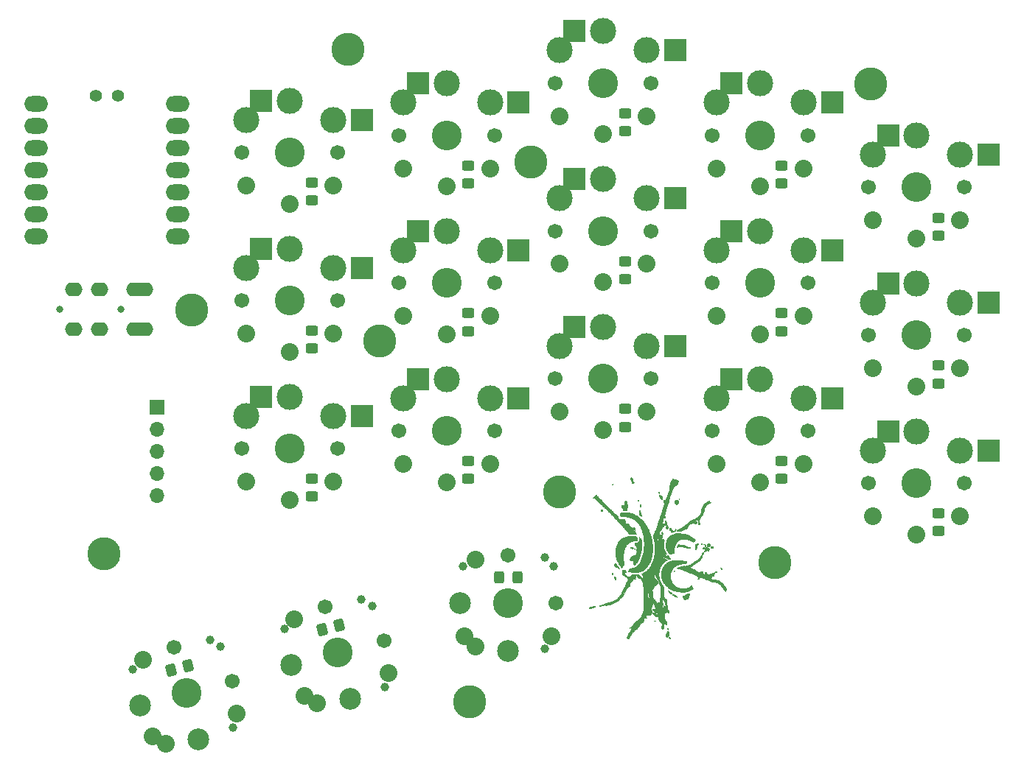
<source format=gbr>
%TF.GenerationSoftware,KiCad,Pcbnew,6.0.7*%
%TF.CreationDate,2023-01-29T15:54:58+00:00*%
%TF.ProjectId,rknt36-rounded,726b6e74-3336-42d7-926f-756e6465642e,rev?*%
%TF.SameCoordinates,Original*%
%TF.FileFunction,Soldermask,Bot*%
%TF.FilePolarity,Negative*%
%FSLAX46Y46*%
G04 Gerber Fmt 4.6, Leading zero omitted, Abs format (unit mm)*
G04 Created by KiCad (PCBNEW 6.0.7) date 2023-01-29 15:54:58*
%MOMM*%
%LPD*%
G01*
G04 APERTURE LIST*
G04 Aperture macros list*
%AMRoundRect*
0 Rectangle with rounded corners*
0 $1 Rounding radius*
0 $2 $3 $4 $5 $6 $7 $8 $9 X,Y pos of 4 corners*
0 Add a 4 corners polygon primitive as box body*
4,1,4,$2,$3,$4,$5,$6,$7,$8,$9,$2,$3,0*
0 Add four circle primitives for the rounded corners*
1,1,$1+$1,$2,$3*
1,1,$1+$1,$4,$5*
1,1,$1+$1,$6,$7*
1,1,$1+$1,$8,$9*
0 Add four rect primitives between the rounded corners*
20,1,$1+$1,$2,$3,$4,$5,0*
20,1,$1+$1,$4,$5,$6,$7,0*
20,1,$1+$1,$6,$7,$8,$9,0*
20,1,$1+$1,$8,$9,$2,$3,0*%
G04 Aperture macros list end*
%ADD10C,0.020000*%
%ADD11C,1.701800*%
%ADD12C,3.000000*%
%ADD13C,3.429000*%
%ADD14R,2.600000X2.600000*%
%ADD15C,2.032000*%
%ADD16R,1.700000X1.700000*%
%ADD17O,1.700000X1.700000*%
%ADD18C,0.990600*%
%ADD19C,2.500000*%
%ADD20C,3.800000*%
%ADD21C,0.800000*%
%ADD22O,2.000000X1.600000*%
%ADD23C,1.397000*%
%ADD24RoundRect,0.250000X0.450000X-0.325000X0.450000X0.325000X-0.450000X0.325000X-0.450000X-0.325000X0*%
%ADD25RoundRect,0.250000X0.325000X0.450000X-0.325000X0.450000X-0.325000X-0.450000X0.325000X-0.450000X0*%
%ADD26O,2.750000X1.800000*%
%ADD27RoundRect,0.250000X0.197457X0.518783X-0.430394X0.350550X-0.197457X-0.518783X0.430394X-0.350550X0*%
G04 APERTURE END LIST*
D10*
G36*
X156485862Y-96383862D02*
G01*
X156488997Y-96383991D01*
X156492173Y-96384246D01*
X156495416Y-96384630D01*
X156498705Y-96385149D01*
X156502062Y-96385788D01*
X156505481Y-96386553D01*
X156508936Y-96387461D01*
X156512455Y-96388511D01*
X156516024Y-96389685D01*
X156519640Y-96391014D01*
X156523300Y-96392463D01*
X156527013Y-96394059D01*
X156530772Y-96395804D01*
X156534580Y-96397678D01*
X156540412Y-96400557D01*
X156546529Y-96403339D01*
X156552861Y-96406039D01*
X156559363Y-96408637D01*
X156572710Y-96413442D01*
X156586118Y-96417656D01*
X156592723Y-96419503D01*
X156599217Y-96421161D01*
X156605508Y-96422598D01*
X156611588Y-96423825D01*
X156617376Y-96424802D01*
X156622833Y-96425535D01*
X156627920Y-96425998D01*
X156632566Y-96426185D01*
X156636775Y-96427025D01*
X156641469Y-96429465D01*
X156646548Y-96433392D01*
X156651982Y-96438733D01*
X156657750Y-96445388D01*
X156663807Y-96453271D01*
X156676633Y-96472391D01*
X156690140Y-96495363D01*
X156704036Y-96521497D01*
X156718002Y-96550081D01*
X156731737Y-96580409D01*
X156744928Y-96611779D01*
X156757265Y-96643489D01*
X156768460Y-96674831D01*
X156778171Y-96705099D01*
X156786107Y-96733564D01*
X156791981Y-96759562D01*
X156795464Y-96782369D01*
X156796208Y-96792364D01*
X156796242Y-96801284D01*
X156795931Y-96806096D01*
X156795410Y-96810858D01*
X156794701Y-96815525D01*
X156793799Y-96820066D01*
X156792730Y-96824466D01*
X156791478Y-96828678D01*
X156790089Y-96832707D01*
X156788557Y-96836479D01*
X156786903Y-96840024D01*
X156785118Y-96843262D01*
X156783240Y-96846197D01*
X156781290Y-96848786D01*
X156779229Y-96851002D01*
X156777113Y-96852830D01*
X156774955Y-96854243D01*
X156773853Y-96854776D01*
X156772752Y-96855199D01*
X156768167Y-96855622D01*
X156762357Y-96854446D01*
X156755332Y-96851741D01*
X156747259Y-96847605D01*
X156728170Y-96835400D01*
X156705798Y-96818520D01*
X156680812Y-96797670D01*
X156653911Y-96773575D01*
X156625802Y-96746920D01*
X156597157Y-96718438D01*
X156568699Y-96688801D01*
X156541097Y-96658743D01*
X156515064Y-96628953D01*
X156491283Y-96600154D01*
X156470446Y-96573047D01*
X156453250Y-96548323D01*
X156440381Y-96526704D01*
X156435803Y-96517278D01*
X156432566Y-96508902D01*
X156428702Y-96495608D01*
X156425902Y-96482887D01*
X156424143Y-96470754D01*
X156423359Y-96459275D01*
X156423545Y-96448437D01*
X156423996Y-96443304D01*
X156424668Y-96438346D01*
X156425573Y-96433547D01*
X156426702Y-96428961D01*
X156428032Y-96424575D01*
X156429564Y-96420376D01*
X156431322Y-96416382D01*
X156433286Y-96412589D01*
X156435439Y-96409029D01*
X156437793Y-96405670D01*
X156440347Y-96402539D01*
X156443087Y-96399632D01*
X156445983Y-96396954D01*
X156449080Y-96394517D01*
X156452355Y-96392310D01*
X156455796Y-96390359D01*
X156459403Y-96388638D01*
X156463176Y-96387177D01*
X156467107Y-96385989D01*
X156471173Y-96385048D01*
X156475424Y-96384380D01*
X156479800Y-96383957D01*
X156482801Y-96383849D01*
X156485862Y-96383862D01*
G37*
X156485862Y-96383862D02*
X156488997Y-96383991D01*
X156492173Y-96384246D01*
X156495416Y-96384630D01*
X156498705Y-96385149D01*
X156502062Y-96385788D01*
X156505481Y-96386553D01*
X156508936Y-96387461D01*
X156512455Y-96388511D01*
X156516024Y-96389685D01*
X156519640Y-96391014D01*
X156523300Y-96392463D01*
X156527013Y-96394059D01*
X156530772Y-96395804D01*
X156534580Y-96397678D01*
X156540412Y-96400557D01*
X156546529Y-96403339D01*
X156552861Y-96406039D01*
X156559363Y-96408637D01*
X156572710Y-96413442D01*
X156586118Y-96417656D01*
X156592723Y-96419503D01*
X156599217Y-96421161D01*
X156605508Y-96422598D01*
X156611588Y-96423825D01*
X156617376Y-96424802D01*
X156622833Y-96425535D01*
X156627920Y-96425998D01*
X156632566Y-96426185D01*
X156636775Y-96427025D01*
X156641469Y-96429465D01*
X156646548Y-96433392D01*
X156651982Y-96438733D01*
X156657750Y-96445388D01*
X156663807Y-96453271D01*
X156676633Y-96472391D01*
X156690140Y-96495363D01*
X156704036Y-96521497D01*
X156718002Y-96550081D01*
X156731737Y-96580409D01*
X156744928Y-96611779D01*
X156757265Y-96643489D01*
X156768460Y-96674831D01*
X156778171Y-96705099D01*
X156786107Y-96733564D01*
X156791981Y-96759562D01*
X156795464Y-96782369D01*
X156796208Y-96792364D01*
X156796242Y-96801284D01*
X156795931Y-96806096D01*
X156795410Y-96810858D01*
X156794701Y-96815525D01*
X156793799Y-96820066D01*
X156792730Y-96824466D01*
X156791478Y-96828678D01*
X156790089Y-96832707D01*
X156788557Y-96836479D01*
X156786903Y-96840024D01*
X156785118Y-96843262D01*
X156783240Y-96846197D01*
X156781290Y-96848786D01*
X156779229Y-96851002D01*
X156777113Y-96852830D01*
X156774955Y-96854243D01*
X156773853Y-96854776D01*
X156772752Y-96855199D01*
X156768167Y-96855622D01*
X156762357Y-96854446D01*
X156755332Y-96851741D01*
X156747259Y-96847605D01*
X156728170Y-96835400D01*
X156705798Y-96818520D01*
X156680812Y-96797670D01*
X156653911Y-96773575D01*
X156625802Y-96746920D01*
X156597157Y-96718438D01*
X156568699Y-96688801D01*
X156541097Y-96658743D01*
X156515064Y-96628953D01*
X156491283Y-96600154D01*
X156470446Y-96573047D01*
X156453250Y-96548323D01*
X156440381Y-96526704D01*
X156435803Y-96517278D01*
X156432566Y-96508902D01*
X156428702Y-96495608D01*
X156425902Y-96482887D01*
X156424143Y-96470754D01*
X156423359Y-96459275D01*
X156423545Y-96448437D01*
X156423996Y-96443304D01*
X156424668Y-96438346D01*
X156425573Y-96433547D01*
X156426702Y-96428961D01*
X156428032Y-96424575D01*
X156429564Y-96420376D01*
X156431322Y-96416382D01*
X156433286Y-96412589D01*
X156435439Y-96409029D01*
X156437793Y-96405670D01*
X156440347Y-96402539D01*
X156443087Y-96399632D01*
X156445983Y-96396954D01*
X156449080Y-96394517D01*
X156452355Y-96392310D01*
X156455796Y-96390359D01*
X156459403Y-96388638D01*
X156463176Y-96387177D01*
X156467107Y-96385989D01*
X156471173Y-96385048D01*
X156475424Y-96384380D01*
X156479800Y-96383957D01*
X156482801Y-96383849D01*
X156485862Y-96383862D01*
G36*
X156922116Y-101969890D02*
G01*
X156919459Y-102030052D01*
X156917412Y-102143682D01*
X156917894Y-102196931D01*
X156919414Y-102248036D01*
X156922041Y-102297206D01*
X156925801Y-102344612D01*
X156930743Y-102390442D01*
X156936898Y-102434902D01*
X156944322Y-102478151D01*
X156953059Y-102520394D01*
X156963120Y-102561834D01*
X156974592Y-102602616D01*
X156987476Y-102642962D01*
X157001852Y-102683051D01*
X157017725Y-102723055D01*
X157035172Y-102763193D01*
X157034556Y-102762589D01*
X157033932Y-102762028D01*
X157033251Y-102761474D01*
X157032536Y-102760941D01*
X157031785Y-102760447D01*
X157030992Y-102759966D01*
X157030165Y-102759509D01*
X157029293Y-102759085D01*
X157028373Y-102758682D01*
X157027415Y-102758298D01*
X157026435Y-102757951D01*
X157025400Y-102757611D01*
X157024321Y-102757325D01*
X157023212Y-102757049D01*
X157022042Y-102756801D01*
X157020854Y-102756590D01*
X157018222Y-102756232D01*
X157015426Y-102755986D01*
X157012498Y-102755854D01*
X157009416Y-102755832D01*
X157006179Y-102755932D01*
X157002823Y-102756155D01*
X156999316Y-102756484D01*
X156995705Y-102756928D01*
X156991946Y-102757506D01*
X156988071Y-102758189D01*
X156984074Y-102759003D01*
X156979975Y-102759930D01*
X156975762Y-102760971D01*
X156971435Y-102762150D01*
X156967015Y-102763459D01*
X156962498Y-102764876D01*
X156953797Y-102767880D01*
X156945464Y-102771166D01*
X156937519Y-102774648D01*
X156930017Y-102778337D01*
X156922971Y-102782194D01*
X156916434Y-102786178D01*
X156910451Y-102790278D01*
X156905031Y-102794416D01*
X156900274Y-102798608D01*
X156896155Y-102802801D01*
X156892727Y-102806970D01*
X156890049Y-102811090D01*
X156889009Y-102813110D01*
X156888148Y-102815104D01*
X156887511Y-102817080D01*
X156887071Y-102819011D01*
X156886847Y-102820885D01*
X156886845Y-102822751D01*
X156887061Y-102824556D01*
X156887497Y-102826318D01*
X156888144Y-102828004D01*
X156888950Y-102829632D01*
X156889904Y-102831163D01*
X156891022Y-102832620D01*
X156892271Y-102834001D01*
X156893664Y-102835301D01*
X156895207Y-102836526D01*
X156896855Y-102837672D01*
X156898661Y-102838726D01*
X156900566Y-102839707D01*
X156902598Y-102840595D01*
X156904737Y-102841399D01*
X156906982Y-102842121D01*
X156909324Y-102842759D01*
X156911780Y-102843322D01*
X156914314Y-102843774D01*
X156916933Y-102844149D01*
X156919649Y-102844433D01*
X156922426Y-102844628D01*
X156925283Y-102844730D01*
X156928217Y-102844750D01*
X156931204Y-102844676D01*
X156934255Y-102844506D01*
X156937365Y-102844237D01*
X156940512Y-102843884D01*
X156943707Y-102843431D01*
X156946926Y-102842882D01*
X156950190Y-102842237D01*
X156953505Y-102841490D01*
X156956818Y-102840645D01*
X156960158Y-102839712D01*
X156963502Y-102838676D01*
X156970193Y-102836312D01*
X156976790Y-102833603D01*
X156983266Y-102830590D01*
X156989574Y-102827294D01*
X156995678Y-102823740D01*
X157001545Y-102819987D01*
X157007130Y-102816035D01*
X157012408Y-102811916D01*
X157017313Y-102807699D01*
X157021841Y-102803381D01*
X157025903Y-102798989D01*
X157029535Y-102794582D01*
X157032623Y-102790178D01*
X157035182Y-102785803D01*
X157037153Y-102781484D01*
X157037908Y-102779373D01*
X157038491Y-102777276D01*
X157038686Y-102776353D01*
X157038833Y-102775463D01*
X157038928Y-102774595D01*
X157038955Y-102773764D01*
X157038951Y-102772945D01*
X157038875Y-102772151D01*
X157038768Y-102771370D01*
X157038611Y-102770621D01*
X157038556Y-102770406D01*
X157046801Y-102788177D01*
X157057875Y-102811212D01*
X157069443Y-102834416D01*
X157081568Y-102857819D01*
X157094210Y-102881455D01*
X157107446Y-102905377D01*
X157121325Y-102929634D01*
X157135843Y-102954232D01*
X157158035Y-102990809D01*
X157180306Y-103026546D01*
X157202538Y-103061325D01*
X157224613Y-103095045D01*
X157205203Y-103104161D01*
X157187437Y-103113279D01*
X157171302Y-103122432D01*
X157156788Y-103131636D01*
X157143858Y-103140915D01*
X157137993Y-103145597D01*
X157132524Y-103150317D01*
X157127431Y-103155048D01*
X157122715Y-103159824D01*
X157118402Y-103164631D01*
X157114454Y-103169480D01*
X157110891Y-103174379D01*
X157107696Y-103179324D01*
X157104871Y-103184307D01*
X157102424Y-103189366D01*
X157100334Y-103194449D01*
X157098617Y-103199608D01*
X157097252Y-103204821D01*
X157096245Y-103210090D01*
X157095602Y-103215458D01*
X157095285Y-103220865D01*
X157095359Y-103226354D01*
X157095757Y-103231926D01*
X157096497Y-103237559D01*
X157097579Y-103243274D01*
X157099001Y-103249087D01*
X157100769Y-103254984D01*
X157103495Y-103262691D01*
X157106776Y-103270624D01*
X157110550Y-103278701D01*
X157114755Y-103286864D01*
X157119382Y-103295076D01*
X157124354Y-103303267D01*
X157129665Y-103311361D01*
X157135240Y-103319317D01*
X157141046Y-103327063D01*
X157147049Y-103334570D01*
X157153190Y-103341740D01*
X157159436Y-103348522D01*
X157165751Y-103354875D01*
X157172083Y-103360715D01*
X157178396Y-103366010D01*
X157184626Y-103370684D01*
X157194503Y-103377445D01*
X157203549Y-103383164D01*
X157207794Y-103385613D01*
X157211899Y-103387775D01*
X157215874Y-103389658D01*
X157219750Y-103391242D01*
X157223543Y-103392530D01*
X157227276Y-103393506D01*
X157230965Y-103394161D01*
X157234627Y-103394521D01*
X157238285Y-103394533D01*
X157241971Y-103394227D01*
X157245695Y-103393569D01*
X157249488Y-103392576D01*
X157253363Y-103391239D01*
X157257342Y-103389531D01*
X157261440Y-103387459D01*
X157265691Y-103385023D01*
X157270112Y-103382201D01*
X157274711Y-103379000D01*
X157279533Y-103375410D01*
X157284578Y-103371419D01*
X157295450Y-103362217D01*
X157307500Y-103351365D01*
X157320889Y-103338803D01*
X157335794Y-103324468D01*
X157338002Y-103322365D01*
X157340270Y-103320371D01*
X157342555Y-103318430D01*
X157344880Y-103316550D01*
X157347223Y-103314717D01*
X157349587Y-103312942D01*
X157354374Y-103309481D01*
X157364110Y-103302709D01*
X157368989Y-103299239D01*
X157373845Y-103295633D01*
X157375983Y-103298158D01*
X157378183Y-103300853D01*
X157382617Y-103306474D01*
X157384841Y-103309268D01*
X157387050Y-103311993D01*
X157389212Y-103314559D01*
X157390274Y-103315774D01*
X157391334Y-103316931D01*
X157395686Y-103321865D01*
X157399600Y-103326780D01*
X157406863Y-103336542D01*
X157410507Y-103341398D01*
X157414390Y-103346219D01*
X157418645Y-103351024D01*
X157420978Y-103353416D01*
X157423467Y-103355803D01*
X157426132Y-103358178D01*
X157429004Y-103360560D01*
X157432082Y-103362922D01*
X157435405Y-103365281D01*
X157439001Y-103367639D01*
X157442845Y-103369982D01*
X157447029Y-103372317D01*
X157451500Y-103374637D01*
X157456334Y-103376959D01*
X157461520Y-103379280D01*
X157467078Y-103381591D01*
X157473056Y-103383882D01*
X157479448Y-103386166D01*
X157486273Y-103388454D01*
X157493559Y-103390733D01*
X157501337Y-103393008D01*
X157510781Y-103395526D01*
X157519433Y-103397574D01*
X157527361Y-103399199D01*
X157534676Y-103400441D01*
X157541449Y-103401336D01*
X157547771Y-103401946D01*
X157553758Y-103402321D01*
X157559494Y-103402499D01*
X157559251Y-103403143D01*
X157559067Y-103403799D01*
X157558907Y-103404455D01*
X157558771Y-103405134D01*
X157558556Y-103406494D01*
X157558367Y-103407857D01*
X157558179Y-103409209D01*
X157558063Y-103409884D01*
X157557911Y-103410545D01*
X157557735Y-103411207D01*
X157557532Y-103411853D01*
X157557295Y-103412488D01*
X157557007Y-103413120D01*
X157555536Y-103416232D01*
X157554244Y-103419440D01*
X157553142Y-103422747D01*
X157552225Y-103426146D01*
X157551474Y-103429664D01*
X157550912Y-103433266D01*
X157550546Y-103436985D01*
X157550362Y-103440800D01*
X157550368Y-103444713D01*
X157550563Y-103448738D01*
X157550919Y-103452879D01*
X157551484Y-103457125D01*
X157553153Y-103465934D01*
X157555582Y-103475207D01*
X157558744Y-103484937D01*
X157562674Y-103495141D01*
X157567349Y-103505809D01*
X157572792Y-103516967D01*
X157578986Y-103528628D01*
X157585963Y-103540791D01*
X157593697Y-103553473D01*
X157602183Y-103566683D01*
X157607014Y-103574136D01*
X157611605Y-103581469D01*
X157615935Y-103588702D01*
X157620021Y-103595809D01*
X157623868Y-103602818D01*
X157627490Y-103609741D01*
X157630878Y-103616565D01*
X157634058Y-103623310D01*
X157637013Y-103629975D01*
X157639742Y-103636583D01*
X157642283Y-103643115D01*
X157644617Y-103649600D01*
X157646755Y-103656024D01*
X157648700Y-103662417D01*
X157650456Y-103668775D01*
X157652052Y-103675084D01*
X157631441Y-103682078D01*
X157611003Y-103689300D01*
X157590676Y-103696724D01*
X157570518Y-103704373D01*
X157550507Y-103712245D01*
X157530595Y-103720333D01*
X157510832Y-103728622D01*
X157491208Y-103737131D01*
X157434243Y-103701811D01*
X157373720Y-103665651D01*
X157312757Y-103630494D01*
X157254405Y-103598159D01*
X157201743Y-103570465D01*
X157157852Y-103549208D01*
X157140148Y-103541595D01*
X157125803Y-103536259D01*
X157115171Y-103533453D01*
X157108662Y-103533406D01*
X157106559Y-103533985D01*
X157104225Y-103534443D01*
X157098897Y-103534964D01*
X157092770Y-103535007D01*
X157085886Y-103534583D01*
X157078346Y-103533720D01*
X157070189Y-103532396D01*
X157061509Y-103530659D01*
X157052367Y-103528539D01*
X157042844Y-103526032D01*
X157033003Y-103523161D01*
X157022892Y-103519936D01*
X157012622Y-103516405D01*
X157002257Y-103512550D01*
X156991838Y-103508394D01*
X156981448Y-103503964D01*
X156971182Y-103499280D01*
X156960819Y-103494550D01*
X156950833Y-103490311D01*
X156941187Y-103486573D01*
X156931850Y-103483307D01*
X156922785Y-103480552D01*
X156913961Y-103478283D01*
X156909624Y-103477343D01*
X156905355Y-103476516D01*
X156901119Y-103475830D01*
X156896914Y-103475257D01*
X156894138Y-103474948D01*
X156891379Y-103474683D01*
X156888629Y-103474482D01*
X156885901Y-103474348D01*
X156883167Y-103474258D01*
X156880456Y-103474225D01*
X156877764Y-103474243D01*
X156875059Y-103474317D01*
X156869696Y-103474651D01*
X156864337Y-103475196D01*
X156859003Y-103475968D01*
X156853665Y-103476959D01*
X156848306Y-103478173D01*
X156842945Y-103479613D01*
X156837551Y-103481279D01*
X156832121Y-103483171D01*
X156826656Y-103485286D01*
X156821112Y-103487637D01*
X156815523Y-103490202D01*
X156809838Y-103493004D01*
X156804094Y-103496031D01*
X156798245Y-103499285D01*
X156792295Y-103502788D01*
X156786232Y-103506497D01*
X156773043Y-103514858D01*
X156761544Y-103522378D01*
X156751700Y-103529137D01*
X156743533Y-103535177D01*
X156737002Y-103540565D01*
X156734340Y-103543035D01*
X156732083Y-103545365D01*
X156730235Y-103547567D01*
X156728784Y-103549638D01*
X156727727Y-103551589D01*
X156727088Y-103553436D01*
X156726824Y-103555172D01*
X156726959Y-103556817D01*
X156727478Y-103558381D01*
X156728394Y-103559859D01*
X156729694Y-103561269D01*
X156731383Y-103562612D01*
X156733455Y-103563899D01*
X156735905Y-103565134D01*
X156738719Y-103566332D01*
X156741953Y-103567487D01*
X156749488Y-103569729D01*
X156758518Y-103571921D01*
X156769004Y-103574132D01*
X156776098Y-103575784D01*
X156783159Y-103577887D01*
X156790131Y-103580407D01*
X156796977Y-103583298D01*
X156803662Y-103586549D01*
X156810128Y-103590134D01*
X156816332Y-103593993D01*
X156822251Y-103598122D01*
X156827822Y-103602464D01*
X156833000Y-103607011D01*
X156837762Y-103611711D01*
X156842050Y-103616548D01*
X156845814Y-103621467D01*
X156849026Y-103626471D01*
X156851636Y-103631486D01*
X156853600Y-103636519D01*
X156854502Y-103638989D01*
X156855563Y-103641376D01*
X156856756Y-103643669D01*
X156858102Y-103645864D01*
X156859602Y-103647982D01*
X156861213Y-103650005D01*
X156862974Y-103651925D01*
X156864858Y-103653755D01*
X156866864Y-103655485D01*
X156868978Y-103657122D01*
X156871214Y-103658631D01*
X156873549Y-103660079D01*
X156875984Y-103661385D01*
X156878498Y-103662604D01*
X156881133Y-103663709D01*
X156883838Y-103664710D01*
X156886616Y-103665585D01*
X156889464Y-103666346D01*
X156892402Y-103667005D01*
X156895377Y-103667539D01*
X156898424Y-103667954D01*
X156901521Y-103668247D01*
X156904676Y-103668408D01*
X156907871Y-103668451D01*
X156911091Y-103668380D01*
X156914345Y-103668169D01*
X156917632Y-103667820D01*
X156920950Y-103667363D01*
X156924264Y-103666752D01*
X156927601Y-103666013D01*
X156930948Y-103665143D01*
X156934294Y-103664126D01*
X156937678Y-103663125D01*
X156941123Y-103662300D01*
X156944637Y-103661630D01*
X156948206Y-103661128D01*
X156955463Y-103660602D01*
X156962881Y-103660705D01*
X156970360Y-103661410D01*
X156977863Y-103662692D01*
X156985344Y-103664557D01*
X156992740Y-103666951D01*
X156999982Y-103669868D01*
X157007042Y-103673292D01*
X157013844Y-103677199D01*
X157020350Y-103681572D01*
X157026491Y-103686384D01*
X157032219Y-103691632D01*
X157037472Y-103697262D01*
X157042184Y-103703284D01*
X157046826Y-103709337D01*
X157051817Y-103715071D01*
X157057138Y-103720444D01*
X157062707Y-103725440D01*
X157068506Y-103730035D01*
X157074470Y-103734214D01*
X157080569Y-103737955D01*
X157086750Y-103741218D01*
X157092952Y-103744005D01*
X157099141Y-103746280D01*
X157105285Y-103748016D01*
X157111298Y-103749196D01*
X157114250Y-103749575D01*
X157117167Y-103749792D01*
X157120026Y-103749883D01*
X157122832Y-103749795D01*
X157125582Y-103749569D01*
X157128254Y-103749164D01*
X157130849Y-103748597D01*
X157133370Y-103747892D01*
X157138721Y-103746535D01*
X157144845Y-103745688D01*
X157151644Y-103745313D01*
X157159052Y-103745404D01*
X157167004Y-103745961D01*
X157175420Y-103746951D01*
X157184255Y-103748361D01*
X157193423Y-103750183D01*
X157202841Y-103752397D01*
X157212475Y-103754992D01*
X157222217Y-103757945D01*
X157232020Y-103761252D01*
X157241778Y-103764878D01*
X157251481Y-103768824D01*
X157261006Y-103773076D01*
X157270305Y-103777601D01*
X157280060Y-103782334D01*
X157290028Y-103786693D01*
X157300165Y-103790674D01*
X157310387Y-103794276D01*
X157320647Y-103797517D01*
X157330844Y-103800363D01*
X157340951Y-103802847D01*
X157350860Y-103804940D01*
X157274581Y-103849014D01*
X157200928Y-103896412D01*
X157129979Y-103947026D01*
X157061784Y-104000725D01*
X156996403Y-104057379D01*
X156933918Y-104116872D01*
X156874356Y-104179084D01*
X156817786Y-104243889D01*
X156764268Y-104311152D01*
X156713875Y-104380753D01*
X156666635Y-104452568D01*
X156622642Y-104526482D01*
X156581931Y-104602362D01*
X156544564Y-104680067D01*
X156510615Y-104759505D01*
X156480122Y-104840536D01*
X156453155Y-104923040D01*
X156429781Y-105006889D01*
X156410034Y-105091955D01*
X156393996Y-105178120D01*
X156381719Y-105265268D01*
X156373260Y-105353246D01*
X156368670Y-105441954D01*
X156368034Y-105531275D01*
X156371385Y-105621059D01*
X156378783Y-105711198D01*
X156390301Y-105801568D01*
X156405992Y-105892022D01*
X156425917Y-105982477D01*
X156450135Y-106072773D01*
X156478687Y-106162804D01*
X156511660Y-106252436D01*
X156529484Y-106296137D01*
X156548335Y-106339359D01*
X156568208Y-106382118D01*
X156589083Y-106424393D01*
X156610939Y-106466188D01*
X156633781Y-106507484D01*
X156657571Y-106548301D01*
X156682290Y-106588606D01*
X156707931Y-106628421D01*
X156734478Y-106667699D01*
X156761909Y-106706471D01*
X156790216Y-106744730D01*
X156819382Y-106782445D01*
X156849368Y-106819635D01*
X156880170Y-106856282D01*
X156911801Y-106892399D01*
X156915228Y-106926448D01*
X156917863Y-106958924D01*
X156919627Y-106989225D01*
X156920395Y-107016784D01*
X156920091Y-107040989D01*
X156919482Y-107051633D01*
X156918582Y-107061212D01*
X156917349Y-107069674D01*
X156915777Y-107076913D01*
X156913862Y-107082870D01*
X156911593Y-107087468D01*
X156908235Y-107093174D01*
X156905174Y-107099270D01*
X156902379Y-107105702D01*
X156899872Y-107112430D01*
X156897672Y-107119386D01*
X156895751Y-107126520D01*
X156894176Y-107133769D01*
X156892902Y-107141088D01*
X156891970Y-107148415D01*
X156891363Y-107155700D01*
X156891111Y-107162868D01*
X156891224Y-107169899D01*
X156891695Y-107176696D01*
X156892543Y-107183244D01*
X156893775Y-107189455D01*
X156895410Y-107195305D01*
X156897098Y-107201481D01*
X156898513Y-107208687D01*
X156899694Y-107216830D01*
X156900605Y-107225837D01*
X156901275Y-107235596D01*
X156901696Y-107246020D01*
X156901858Y-107257050D01*
X156901790Y-107268559D01*
X156901461Y-107280470D01*
X156900896Y-107292721D01*
X156900107Y-107305193D01*
X156899051Y-107317790D01*
X156897761Y-107330456D01*
X156896252Y-107343088D01*
X156894499Y-107355601D01*
X156892497Y-107367894D01*
X156890716Y-107380934D01*
X156889550Y-107395629D01*
X156889013Y-107411822D01*
X156889069Y-107429339D01*
X156889693Y-107448044D01*
X156890878Y-107467746D01*
X156892610Y-107488308D01*
X156894845Y-107509536D01*
X156897584Y-107531285D01*
X156900805Y-107553398D01*
X156904490Y-107575705D01*
X156908612Y-107598050D01*
X156913171Y-107620264D01*
X156918124Y-107642197D01*
X156923463Y-107663663D01*
X156929176Y-107684527D01*
X156936432Y-107710490D01*
X156942811Y-107734884D01*
X156948332Y-107757747D01*
X156952991Y-107779171D01*
X156956770Y-107799191D01*
X156959702Y-107817859D01*
X156961781Y-107835255D01*
X156963004Y-107851420D01*
X156963373Y-107866419D01*
X156962902Y-107880326D01*
X156961567Y-107893200D01*
X156959418Y-107905064D01*
X156956414Y-107916016D01*
X156952591Y-107926103D01*
X156947918Y-107935383D01*
X156943374Y-107942441D01*
X156942440Y-107943913D01*
X156936581Y-107952475D01*
X156931393Y-107961068D01*
X156926891Y-107969669D01*
X156923068Y-107978322D01*
X156919942Y-107987005D01*
X156917518Y-107995741D01*
X156915804Y-108004553D01*
X156914785Y-108013446D01*
X156914494Y-108022420D01*
X156914912Y-108031492D01*
X156916062Y-108040683D01*
X156917947Y-108049999D01*
X156920575Y-108059438D01*
X156923928Y-108069021D01*
X156928049Y-108078767D01*
X156932912Y-108088668D01*
X156938537Y-108098763D01*
X156944940Y-108109030D01*
X156952118Y-108119494D01*
X156960054Y-108130184D01*
X156968798Y-108141089D01*
X156978326Y-108152218D01*
X156988644Y-108163607D01*
X156999772Y-108175253D01*
X157011695Y-108187136D01*
X157024440Y-108199321D01*
X157052387Y-108224533D01*
X157083661Y-108251000D01*
X157118294Y-108278790D01*
X157150419Y-108304577D01*
X157179105Y-108328976D01*
X157204447Y-108352239D01*
X157226531Y-108374517D01*
X157236363Y-108385360D01*
X157245413Y-108396042D01*
X157253706Y-108406565D01*
X157261225Y-108416993D01*
X157267997Y-108427335D01*
X157274011Y-108437595D01*
X157279299Y-108447814D01*
X157283866Y-108458025D01*
X157287728Y-108468250D01*
X157290876Y-108478510D01*
X157293344Y-108488823D01*
X157295123Y-108499238D01*
X157296246Y-108509744D01*
X157296692Y-108520403D01*
X157296491Y-108531228D01*
X157295668Y-108542227D01*
X157294210Y-108553441D01*
X157292120Y-108564906D01*
X157289446Y-108576616D01*
X157286156Y-108588626D01*
X157277847Y-108613621D01*
X157267261Y-108640055D01*
X157264452Y-108647480D01*
X157262009Y-108655718D01*
X157259981Y-108664669D01*
X157258323Y-108674239D01*
X157257050Y-108684335D01*
X157256152Y-108694891D01*
X157255668Y-108705823D01*
X157255550Y-108717024D01*
X157255804Y-108728430D01*
X157256468Y-108739939D01*
X157257502Y-108751470D01*
X157258928Y-108762959D01*
X157260702Y-108774285D01*
X157262901Y-108785384D01*
X157265468Y-108796176D01*
X157268414Y-108806566D01*
X157275000Y-108830728D01*
X157282062Y-108861757D01*
X157289389Y-108898337D01*
X157296755Y-108939227D01*
X157303931Y-108983118D01*
X157310732Y-109028705D01*
X157316900Y-109074729D01*
X157322236Y-109119916D01*
X157324468Y-109144789D01*
X157326078Y-109162599D01*
X157327966Y-109201347D01*
X157327958Y-109236038D01*
X157326151Y-109266591D01*
X157322616Y-109292890D01*
X157320223Y-109304412D01*
X157317432Y-109314841D01*
X157314259Y-109324139D01*
X157310705Y-109332329D01*
X157306796Y-109339368D01*
X157302511Y-109345266D01*
X157297889Y-109349986D01*
X157292942Y-109353549D01*
X157287655Y-109355921D01*
X157282073Y-109357082D01*
X157276164Y-109357039D01*
X157269971Y-109355761D01*
X157263498Y-109353239D01*
X157256751Y-109349476D01*
X157249743Y-109344453D01*
X157242477Y-109338132D01*
X157234991Y-109330539D01*
X157227261Y-109321634D01*
X157211159Y-109299864D01*
X157194264Y-109272748D01*
X157176996Y-109243082D01*
X157170115Y-109231590D01*
X157164385Y-109222365D01*
X157159794Y-109215495D01*
X157156303Y-109210981D01*
X157154957Y-109209617D01*
X157153879Y-109208886D01*
X157153075Y-109208767D01*
X157152527Y-109209258D01*
X157152234Y-109210380D01*
X157152199Y-109212128D01*
X157152883Y-109217566D01*
X157154545Y-109225586D01*
X157157196Y-109236251D01*
X157165271Y-109265681D01*
X157176925Y-109306187D01*
X157181900Y-109322761D01*
X157186851Y-109337911D01*
X157191765Y-109351650D01*
X157196701Y-109364057D01*
X157201644Y-109375108D01*
X157206647Y-109384867D01*
X157211706Y-109393346D01*
X157216875Y-109400584D01*
X157222133Y-109406596D01*
X157224831Y-109409148D01*
X157227542Y-109411412D01*
X157230307Y-109413382D01*
X157233114Y-109415069D01*
X157235969Y-109416481D01*
X157238874Y-109417607D01*
X157241821Y-109418456D01*
X157244821Y-109419032D01*
X157247879Y-109419332D01*
X157250999Y-109419379D01*
X157254184Y-109419149D01*
X157257426Y-109418673D01*
X157264137Y-109416952D01*
X157266922Y-109416147D01*
X157269714Y-109415527D01*
X157272518Y-109415117D01*
X157275310Y-109414879D01*
X157278101Y-109414849D01*
X157280870Y-109414990D01*
X157283626Y-109415310D01*
X157286372Y-109415832D01*
X157289094Y-109416523D01*
X157291812Y-109417392D01*
X157294464Y-109418430D01*
X157297113Y-109419647D01*
X157299733Y-109421017D01*
X157302314Y-109422569D01*
X157304850Y-109424285D01*
X157307350Y-109426144D01*
X157309798Y-109428173D01*
X157312215Y-109430365D01*
X157314556Y-109432707D01*
X157316856Y-109435203D01*
X157319105Y-109437841D01*
X157321284Y-109440638D01*
X157323399Y-109443574D01*
X157325461Y-109446659D01*
X157327435Y-109449867D01*
X157329348Y-109453233D01*
X157331196Y-109456725D01*
X157332938Y-109460337D01*
X157334606Y-109464092D01*
X157336192Y-109467975D01*
X157337692Y-109471985D01*
X157339098Y-109476110D01*
X157342155Y-109484258D01*
X157346164Y-109493078D01*
X157351065Y-109502501D01*
X157356802Y-109512408D01*
X157363307Y-109522743D01*
X157370538Y-109533431D01*
X157378383Y-109544356D01*
X157386808Y-109555460D01*
X157395737Y-109566647D01*
X157405102Y-109577836D01*
X157414848Y-109588955D01*
X157424898Y-109599875D01*
X157435211Y-109610564D01*
X157445690Y-109620913D01*
X157456278Y-109630836D01*
X157466933Y-109640268D01*
X157481522Y-109653029D01*
X157494678Y-109665061D01*
X157506452Y-109676464D01*
X157516871Y-109687311D01*
X157526033Y-109697733D01*
X157533939Y-109707780D01*
X157540684Y-109717569D01*
X157543604Y-109722401D01*
X157546258Y-109727181D01*
X157548637Y-109731964D01*
X157550757Y-109736723D01*
X157552607Y-109741500D01*
X157554198Y-109746282D01*
X157555552Y-109751095D01*
X157556656Y-109755954D01*
X157557526Y-109760844D01*
X157558172Y-109765814D01*
X157558585Y-109770853D01*
X157558792Y-109775974D01*
X157558565Y-109786517D01*
X157557523Y-109797541D01*
X157555750Y-109809155D01*
X157553243Y-109822691D01*
X157550846Y-109834513D01*
X157548424Y-109844678D01*
X157547158Y-109849179D01*
X157545842Y-109853270D01*
X157544451Y-109856997D01*
X157542967Y-109860325D01*
X157541402Y-109863293D01*
X157539725Y-109865895D01*
X157537893Y-109868129D01*
X157535927Y-109870033D01*
X157533795Y-109871571D01*
X157531466Y-109872790D01*
X157528966Y-109873671D01*
X157526245Y-109874221D01*
X157523304Y-109874472D01*
X157520131Y-109874398D01*
X157516678Y-109874031D01*
X157512965Y-109873372D01*
X157508962Y-109872402D01*
X157504657Y-109871159D01*
X157495061Y-109867854D01*
X157484087Y-109863506D01*
X157471564Y-109858153D01*
X157457390Y-109851852D01*
X157446542Y-109847572D01*
X157434691Y-109844007D01*
X157421822Y-109841157D01*
X157407971Y-109839016D01*
X157393125Y-109837578D01*
X157377325Y-109836860D01*
X157360568Y-109836839D01*
X157342876Y-109837524D01*
X157324255Y-109838927D01*
X157304716Y-109841031D01*
X157284278Y-109843840D01*
X157262948Y-109847356D01*
X157240749Y-109851574D01*
X157217691Y-109856492D01*
X157193779Y-109862113D01*
X157169018Y-109868439D01*
X156964576Y-109922657D01*
X157008082Y-110056663D01*
X157011347Y-110067293D01*
X157012999Y-110072720D01*
X157017286Y-110088551D01*
X157020908Y-110104127D01*
X157023890Y-110119440D01*
X157026223Y-110134458D01*
X157027904Y-110149158D01*
X157028943Y-110163516D01*
X157029327Y-110177503D01*
X157029069Y-110191124D01*
X157028169Y-110204333D01*
X157026610Y-110217108D01*
X157024398Y-110229446D01*
X157021552Y-110241300D01*
X157018059Y-110252675D01*
X157013902Y-110263533D01*
X157009111Y-110273836D01*
X157004451Y-110285088D01*
X157000859Y-110298293D01*
X156998305Y-110313311D01*
X156996751Y-110329984D01*
X156996453Y-110367794D01*
X156999618Y-110410534D01*
X157005925Y-110457081D01*
X157015029Y-110506248D01*
X157026606Y-110556923D01*
X157040327Y-110607934D01*
X157055843Y-110658099D01*
X157072841Y-110706324D01*
X157090967Y-110751405D01*
X157109916Y-110792210D01*
X157129326Y-110827597D01*
X157148874Y-110856393D01*
X157158591Y-110867979D01*
X157168233Y-110877467D01*
X157177718Y-110884739D01*
X157187060Y-110889645D01*
X157194412Y-110893036D01*
X157201622Y-110897266D01*
X157208710Y-110902288D01*
X157215662Y-110908066D01*
X157222430Y-110914583D01*
X157229035Y-110921755D01*
X157235449Y-110929587D01*
X157241646Y-110937996D01*
X157247642Y-110946942D01*
X157253397Y-110956409D01*
X157258892Y-110966331D01*
X157264136Y-110976690D01*
X157273791Y-110998497D01*
X157282239Y-111021474D01*
X157289351Y-111045319D01*
X157295035Y-111069657D01*
X157299167Y-111094173D01*
X157300624Y-111106387D01*
X157301645Y-111118522D01*
X157302216Y-111130529D01*
X157302340Y-111142354D01*
X157301995Y-111153986D01*
X157301153Y-111165373D01*
X157299817Y-111176435D01*
X157297956Y-111187181D01*
X157295594Y-111197547D01*
X157292676Y-111207494D01*
X157288229Y-111220615D01*
X157284098Y-111231921D01*
X157282076Y-111236886D01*
X157280082Y-111241370D01*
X157278076Y-111245384D01*
X157276053Y-111248919D01*
X157273978Y-111251978D01*
X157271852Y-111254545D01*
X157269663Y-111256616D01*
X157267370Y-111258209D01*
X157264979Y-111259291D01*
X157262437Y-111259871D01*
X157259774Y-111259950D01*
X157256919Y-111259512D01*
X157253900Y-111258552D01*
X157250665Y-111257066D01*
X157247221Y-111255073D01*
X157243540Y-111252532D01*
X157239593Y-111249467D01*
X157235376Y-111245858D01*
X157230882Y-111241718D01*
X157226064Y-111237015D01*
X157215422Y-111225963D01*
X157203345Y-111212674D01*
X157189661Y-111197098D01*
X157174217Y-111179223D01*
X157161212Y-111164348D01*
X157149052Y-111151056D01*
X157137683Y-111139316D01*
X157127011Y-111129085D01*
X157116969Y-111120354D01*
X157107498Y-111113047D01*
X157102963Y-111109939D01*
X157098527Y-111107177D01*
X157094216Y-111104764D01*
X157089981Y-111102694D01*
X157085837Y-111100956D01*
X157081789Y-111099569D01*
X157077801Y-111098498D01*
X157073869Y-111097753D01*
X157069999Y-111097341D01*
X157066171Y-111097242D01*
X157062379Y-111097462D01*
X157058613Y-111097996D01*
X157054861Y-111098821D01*
X157051109Y-111099958D01*
X157047371Y-111101397D01*
X157043624Y-111103127D01*
X157039850Y-111105150D01*
X157036062Y-111107475D01*
X157028343Y-111112921D01*
X157013541Y-111124791D01*
X156999808Y-111136678D01*
X156987169Y-111148577D01*
X156975640Y-111160458D01*
X156965231Y-111172309D01*
X156955950Y-111184119D01*
X156947803Y-111195846D01*
X156940809Y-111207481D01*
X156934974Y-111218999D01*
X156930307Y-111230395D01*
X156926842Y-111241615D01*
X156925543Y-111247162D01*
X156924559Y-111252674D01*
X156923864Y-111258120D01*
X156923483Y-111263525D01*
X156923401Y-111268872D01*
X156923637Y-111274161D01*
X156924159Y-111279389D01*
X156925013Y-111284560D01*
X156926155Y-111289669D01*
X156927637Y-111294699D01*
X156930979Y-111311478D01*
X156932644Y-111334895D01*
X156932754Y-111363902D01*
X156931469Y-111397445D01*
X156925261Y-111473969D01*
X156915219Y-111556106D01*
X156902511Y-111635457D01*
X156895520Y-111671487D01*
X156888308Y-111703688D01*
X156881024Y-111731025D01*
X156873813Y-111752420D01*
X156866814Y-111766871D01*
X156863452Y-111771148D01*
X156860186Y-111773300D01*
X156858661Y-111773703D01*
X156857033Y-111773939D01*
X156855328Y-111774019D01*
X156853564Y-111773937D01*
X156851705Y-111773707D01*
X156849788Y-111773326D01*
X156847808Y-111772801D01*
X156845771Y-111772133D01*
X156843672Y-111771318D01*
X156841520Y-111770377D01*
X156837099Y-111768094D01*
X156832527Y-111765306D01*
X156827846Y-111762038D01*
X156823075Y-111758317D01*
X156818262Y-111754155D01*
X156813457Y-111749612D01*
X156808682Y-111744674D01*
X156803974Y-111739408D01*
X156799348Y-111733809D01*
X156794865Y-111727932D01*
X156790561Y-111721763D01*
X156711392Y-111603312D01*
X156709248Y-111599861D01*
X156707294Y-111596212D01*
X156705508Y-111592333D01*
X156703895Y-111588267D01*
X156702457Y-111583988D01*
X156701184Y-111579507D01*
X156699177Y-111569991D01*
X156697839Y-111559745D01*
X156697205Y-111548832D01*
X156697239Y-111537276D01*
X156697951Y-111525104D01*
X156699349Y-111512384D01*
X156701408Y-111499147D01*
X156704149Y-111485416D01*
X156707536Y-111471266D01*
X156711607Y-111456699D01*
X156716308Y-111441780D01*
X156721682Y-111426548D01*
X156727702Y-111411050D01*
X156736234Y-111389513D01*
X156743564Y-111369753D01*
X156749644Y-111351475D01*
X156754463Y-111334411D01*
X156758002Y-111318229D01*
X156760247Y-111302660D01*
X156760867Y-111295019D01*
X156761160Y-111287425D01*
X156761109Y-111279840D01*
X156760720Y-111272227D01*
X156760001Y-111264551D01*
X156758914Y-111256772D01*
X156755739Y-111240762D01*
X156751141Y-111223928D01*
X156745123Y-111205951D01*
X156737651Y-111186568D01*
X156728702Y-111165481D01*
X156718279Y-111142401D01*
X156706311Y-111117008D01*
X156698024Y-111100311D01*
X156688855Y-111083093D01*
X156678927Y-111065518D01*
X156668343Y-111047711D01*
X156657170Y-111029795D01*
X156645529Y-111011923D01*
X156633501Y-110994196D01*
X156621181Y-110976751D01*
X156608656Y-110959720D01*
X156596038Y-110943253D01*
X156583402Y-110927464D01*
X156570854Y-110912467D01*
X156558481Y-110898427D01*
X156546370Y-110885457D01*
X156534648Y-110873676D01*
X156523367Y-110863228D01*
X156507985Y-110849172D01*
X156493636Y-110835055D01*
X156480210Y-110820676D01*
X156467616Y-110805859D01*
X156455750Y-110790379D01*
X156444506Y-110774067D01*
X156433785Y-110756732D01*
X156423469Y-110738181D01*
X156413479Y-110718211D01*
X156403730Y-110696645D01*
X156394078Y-110673277D01*
X156384444Y-110647925D01*
X156374726Y-110620387D01*
X156364819Y-110590497D01*
X156354623Y-110558016D01*
X156344039Y-110522804D01*
X156307293Y-110398714D01*
X156279011Y-110306207D01*
X156257449Y-110241944D01*
X156248659Y-110219361D01*
X156240873Y-110202558D01*
X156233900Y-110191155D01*
X156230648Y-110187333D01*
X156227511Y-110184712D01*
X156224459Y-110183213D01*
X156221467Y-110182809D01*
X156218525Y-110183423D01*
X156215586Y-110185016D01*
X156209618Y-110190949D01*
X156203349Y-110200150D01*
X156189063Y-110226732D01*
X156183576Y-110237144D01*
X156178060Y-110246813D01*
X156172515Y-110255763D01*
X156166897Y-110263966D01*
X156161180Y-110271441D01*
X156155367Y-110278169D01*
X156149389Y-110284149D01*
X156143262Y-110289381D01*
X156136932Y-110293865D01*
X156130394Y-110297585D01*
X156123604Y-110300544D01*
X156116561Y-110302727D01*
X156109210Y-110304159D01*
X156101548Y-110304803D01*
X156093553Y-110304691D01*
X156085176Y-110303779D01*
X156076417Y-110302096D01*
X156067232Y-110299617D01*
X156057615Y-110296351D01*
X156047529Y-110292281D01*
X156036947Y-110287423D01*
X156025855Y-110281763D01*
X156014196Y-110275285D01*
X156002000Y-110268008D01*
X155989196Y-110259910D01*
X155975773Y-110251002D01*
X155961721Y-110241256D01*
X155946997Y-110230699D01*
X155915442Y-110207078D01*
X155880905Y-110180123D01*
X155841617Y-110148182D01*
X155806955Y-110118392D01*
X155776865Y-110090655D01*
X155751351Y-110064922D01*
X155740315Y-110052777D01*
X155730403Y-110041108D01*
X155721626Y-110029908D01*
X155713982Y-110019182D01*
X155707458Y-110008890D01*
X155702072Y-109999042D01*
X155697791Y-109989620D01*
X155694655Y-109980628D01*
X155693621Y-109976257D01*
X156009686Y-109976257D01*
X156010064Y-109994302D01*
X156011406Y-110010896D01*
X156013642Y-110026017D01*
X156015092Y-110033024D01*
X156016796Y-110039649D01*
X156018700Y-110045909D01*
X156020829Y-110051793D01*
X156023186Y-110057285D01*
X156025762Y-110062428D01*
X156028564Y-110067180D01*
X156031581Y-110071555D01*
X156034826Y-110075533D01*
X156038265Y-110079131D01*
X156041937Y-110082359D01*
X156045831Y-110085191D01*
X156049936Y-110087637D01*
X156054251Y-110089703D01*
X156058775Y-110091358D01*
X156063521Y-110092632D01*
X156068453Y-110093519D01*
X156073617Y-110094019D01*
X156078989Y-110094108D01*
X156084576Y-110093801D01*
X156090357Y-110093104D01*
X156096338Y-110092010D01*
X156102520Y-110090498D01*
X156108912Y-110088589D01*
X156113658Y-110087208D01*
X156118469Y-110086093D01*
X156123324Y-110085260D01*
X156128169Y-110084686D01*
X156132991Y-110084384D01*
X156137747Y-110084338D01*
X156142399Y-110084543D01*
X156146921Y-110084996D01*
X156151281Y-110085683D01*
X156155436Y-110086638D01*
X156159371Y-110087817D01*
X156163025Y-110089224D01*
X156166394Y-110090862D01*
X156169429Y-110092730D01*
X156172090Y-110094816D01*
X156173278Y-110095931D01*
X156174354Y-110097111D01*
X156175431Y-110098230D01*
X156176600Y-110099153D01*
X156177848Y-110099906D01*
X156179175Y-110100454D01*
X156180582Y-110100841D01*
X156182070Y-110101053D01*
X156183628Y-110101080D01*
X156185239Y-110100962D01*
X156186930Y-110100666D01*
X156188669Y-110100204D01*
X156190466Y-110099584D01*
X156192318Y-110098790D01*
X156194205Y-110097862D01*
X156196129Y-110096782D01*
X156198128Y-110095547D01*
X156200139Y-110094153D01*
X156202179Y-110092620D01*
X156204258Y-110090963D01*
X156206360Y-110089155D01*
X156208473Y-110087202D01*
X156210607Y-110085128D01*
X156212751Y-110082925D01*
X156214909Y-110080588D01*
X156217075Y-110078121D01*
X156219230Y-110075536D01*
X156221389Y-110072840D01*
X156223546Y-110070018D01*
X156225694Y-110067095D01*
X156227819Y-110064035D01*
X156229931Y-110060876D01*
X156232020Y-110057630D01*
X156234070Y-110054258D01*
X156239596Y-110044601D01*
X156244230Y-110035366D01*
X156246219Y-110030891D01*
X156247970Y-110026480D01*
X156249504Y-110022135D01*
X156250818Y-110017845D01*
X156251886Y-110013610D01*
X156252735Y-110009386D01*
X156253342Y-110005197D01*
X156253715Y-110001019D01*
X156253850Y-109996834D01*
X156253753Y-109992640D01*
X156253405Y-109988420D01*
X156252827Y-109984163D01*
X156251995Y-109979868D01*
X156250922Y-109975507D01*
X156249601Y-109971099D01*
X156248024Y-109966601D01*
X156246198Y-109962018D01*
X156244125Y-109957339D01*
X156241800Y-109952542D01*
X156239204Y-109947634D01*
X156233248Y-109937400D01*
X156226257Y-109926557D01*
X156218198Y-109914999D01*
X156209065Y-109902666D01*
X156203174Y-109895204D01*
X156197226Y-109888184D01*
X156191197Y-109881629D01*
X156185113Y-109875518D01*
X156178997Y-109869869D01*
X156172827Y-109864643D01*
X156166652Y-109859882D01*
X156160436Y-109855549D01*
X156154234Y-109851650D01*
X156148037Y-109848185D01*
X156141836Y-109845163D01*
X156135669Y-109842544D01*
X156129534Y-109840382D01*
X156123437Y-109838641D01*
X156117405Y-109837317D01*
X156111423Y-109836395D01*
X156109441Y-109836171D01*
X156107488Y-109836019D01*
X156105516Y-109835899D01*
X156103565Y-109835814D01*
X156101620Y-109835784D01*
X156099685Y-109835807D01*
X156097769Y-109835860D01*
X156095867Y-109835978D01*
X156093966Y-109836126D01*
X156092064Y-109836321D01*
X156090191Y-109836564D01*
X156088325Y-109836845D01*
X156086480Y-109837174D01*
X156084637Y-109837564D01*
X156082814Y-109837980D01*
X156081007Y-109838445D01*
X156077409Y-109839518D01*
X156073893Y-109840781D01*
X156070441Y-109842192D01*
X156067038Y-109843801D01*
X156063709Y-109845569D01*
X156060458Y-109847514D01*
X156057270Y-109849641D01*
X156054168Y-109851937D01*
X156051142Y-109854409D01*
X156048194Y-109857030D01*
X156045323Y-109859848D01*
X156042566Y-109862825D01*
X156039880Y-109865981D01*
X156037298Y-109869299D01*
X156034806Y-109872773D01*
X156032410Y-109876434D01*
X156030136Y-109880245D01*
X156027955Y-109884211D01*
X156025880Y-109888361D01*
X156023920Y-109892671D01*
X156022079Y-109897143D01*
X156020352Y-109901759D01*
X156018752Y-109906549D01*
X156017269Y-109911497D01*
X156015905Y-109916603D01*
X156014691Y-109921866D01*
X156013594Y-109927298D01*
X156012638Y-109932877D01*
X156011813Y-109938615D01*
X156011143Y-109944515D01*
X156010600Y-109950569D01*
X156010220Y-109956763D01*
X156009686Y-109976257D01*
X155693621Y-109976257D01*
X155692625Y-109972044D01*
X155691710Y-109963874D01*
X155691902Y-109956093D01*
X155693227Y-109948712D01*
X155695635Y-109941692D01*
X155699153Y-109935052D01*
X155703785Y-109928787D01*
X155709504Y-109922865D01*
X155716337Y-109917295D01*
X155724253Y-109912050D01*
X155733273Y-109907155D01*
X155743369Y-109902571D01*
X155754557Y-109898295D01*
X155766844Y-109894325D01*
X155780201Y-109890651D01*
X155794648Y-109887269D01*
X155812463Y-109883279D01*
X155828203Y-109879416D01*
X155841956Y-109875572D01*
X155853797Y-109871625D01*
X155859024Y-109869585D01*
X155863813Y-109867476D01*
X155868177Y-109865274D01*
X155872106Y-109862994D01*
X155875618Y-109860591D01*
X155878733Y-109858079D01*
X155881453Y-109855396D01*
X155883795Y-109852590D01*
X155885774Y-109849592D01*
X155887377Y-109846427D01*
X155888642Y-109843064D01*
X155889573Y-109839484D01*
X155890153Y-109835691D01*
X155890440Y-109831645D01*
X155890413Y-109827343D01*
X155890083Y-109822784D01*
X155889482Y-109817935D01*
X155888590Y-109812797D01*
X155886049Y-109801561D01*
X155882534Y-109788960D01*
X155878128Y-109774895D01*
X155874776Y-109765491D01*
X155870631Y-109755472D01*
X155865777Y-109744949D01*
X155860247Y-109733990D01*
X155854130Y-109722706D01*
X155847451Y-109711171D01*
X155840307Y-109699479D01*
X155832716Y-109687735D01*
X155824752Y-109675993D01*
X155816483Y-109664358D01*
X155807967Y-109652936D01*
X155799266Y-109641790D01*
X155790410Y-109631024D01*
X155781483Y-109620711D01*
X155772542Y-109610960D01*
X155763636Y-109601838D01*
X155747594Y-109585269D01*
X155733610Y-109569410D01*
X155721681Y-109554358D01*
X155711801Y-109540254D01*
X155707650Y-109533597D01*
X155704009Y-109527228D01*
X155700876Y-109521161D01*
X155698289Y-109515411D01*
X155696207Y-109509989D01*
X155694657Y-109504919D01*
X155693608Y-109500213D01*
X155693111Y-109495885D01*
X155693131Y-109491948D01*
X155693677Y-109488423D01*
X155694744Y-109485323D01*
X155696346Y-109482682D01*
X155698467Y-109480487D01*
X155701132Y-109478769D01*
X155704323Y-109477542D01*
X155708057Y-109476818D01*
X155712306Y-109476621D01*
X155717095Y-109476963D01*
X155722420Y-109477865D01*
X155728274Y-109479328D01*
X155734673Y-109481380D01*
X155741602Y-109484023D01*
X155749075Y-109487297D01*
X155757088Y-109491195D01*
X155763875Y-109494264D01*
X155771162Y-109496818D01*
X155778900Y-109498868D01*
X155787077Y-109500435D01*
X155795580Y-109501539D01*
X155804425Y-109502204D01*
X155822846Y-109502208D01*
X155841984Y-109500614D01*
X155861445Y-109497542D01*
X155880860Y-109493103D01*
X155899848Y-109487423D01*
X155918046Y-109480639D01*
X155935068Y-109472859D01*
X155950552Y-109464227D01*
X155964097Y-109454855D01*
X155970062Y-109449931D01*
X155975381Y-109444868D01*
X155980048Y-109439698D01*
X155983989Y-109434401D01*
X155987173Y-109429034D01*
X155989540Y-109423595D01*
X155991063Y-109418088D01*
X155991691Y-109412532D01*
X155991195Y-109406100D01*
X155989482Y-109396561D01*
X155986611Y-109384114D01*
X155982634Y-109368947D01*
X155971632Y-109331208D01*
X155956960Y-109284852D01*
X155939138Y-109231402D01*
X155920495Y-109177757D01*
X156734590Y-109177757D01*
X156735020Y-109187869D01*
X156735943Y-109197722D01*
X156737353Y-109207300D01*
X156739240Y-109216583D01*
X156741626Y-109225584D01*
X156744483Y-109234283D01*
X156747825Y-109242672D01*
X156751641Y-109250758D01*
X156755931Y-109258493D01*
X156760694Y-109265904D01*
X156765928Y-109272979D01*
X156771625Y-109279684D01*
X156777787Y-109286040D01*
X156784424Y-109292027D01*
X156791514Y-109297618D01*
X156799077Y-109302831D01*
X156807090Y-109307646D01*
X156815552Y-109312042D01*
X156824465Y-109316034D01*
X156833848Y-109319586D01*
X156849615Y-109324847D01*
X156864282Y-109329202D01*
X156877850Y-109332703D01*
X156890305Y-109335315D01*
X156901634Y-109337069D01*
X156911822Y-109337946D01*
X156920845Y-109337965D01*
X156928705Y-109337117D01*
X156932201Y-109336365D01*
X156935378Y-109335404D01*
X156938276Y-109334235D01*
X156940868Y-109332843D01*
X156943158Y-109331233D01*
X156945137Y-109329411D01*
X156946806Y-109327376D01*
X156948170Y-109325129D01*
X156949238Y-109322681D01*
X156949976Y-109320007D01*
X156950419Y-109317121D01*
X156950545Y-109314030D01*
X156950340Y-109310718D01*
X156949843Y-109307195D01*
X156947861Y-109299528D01*
X156946848Y-109295812D01*
X156945917Y-109291134D01*
X156945071Y-109285610D01*
X156944301Y-109279271D01*
X156943051Y-109264462D01*
X156942157Y-109247296D01*
X156941672Y-109228275D01*
X156941578Y-109207980D01*
X156941947Y-109186948D01*
X156942765Y-109165723D01*
X156947889Y-109063247D01*
X157041381Y-109115211D01*
X157050958Y-109120396D01*
X157060408Y-109125190D01*
X157069623Y-109129603D01*
X157078604Y-109133626D01*
X157087245Y-109137219D01*
X157095538Y-109140372D01*
X157103398Y-109143083D01*
X157110790Y-109145330D01*
X157117655Y-109147107D01*
X157123925Y-109148379D01*
X157129566Y-109149133D01*
X157134512Y-109149370D01*
X157138724Y-109149067D01*
X157142126Y-109148213D01*
X157143514Y-109147571D01*
X157144685Y-109146790D01*
X157145620Y-109145858D01*
X157146319Y-109144781D01*
X157148663Y-109138349D01*
X157150348Y-109129554D01*
X157151951Y-109105545D01*
X157151358Y-109074051D01*
X157148818Y-109036396D01*
X157144529Y-108993903D01*
X157138754Y-108947848D01*
X157123589Y-108850420D01*
X157105140Y-108754587D01*
X157095264Y-108710567D01*
X157085252Y-108670870D01*
X157075331Y-108636831D01*
X157065738Y-108609754D01*
X157056689Y-108590947D01*
X157052449Y-108585067D01*
X157048423Y-108581735D01*
X157046125Y-108580473D01*
X157043799Y-108579005D01*
X157041432Y-108577337D01*
X157039012Y-108575476D01*
X157034118Y-108571223D01*
X157029131Y-108566268D01*
X157024084Y-108560700D01*
X157019059Y-108554556D01*
X157014041Y-108547890D01*
X157009087Y-108540764D01*
X157004227Y-108533235D01*
X156999524Y-108525364D01*
X156994985Y-108517190D01*
X156990639Y-108508767D01*
X156986562Y-108500183D01*
X156982758Y-108491453D01*
X156979284Y-108482648D01*
X156976160Y-108473845D01*
X156970584Y-108457954D01*
X156964722Y-108443125D01*
X156958612Y-108429333D01*
X156952273Y-108416565D01*
X156945728Y-108404824D01*
X156939002Y-108394097D01*
X156932112Y-108384356D01*
X156925082Y-108375607D01*
X156917937Y-108367803D01*
X156910718Y-108360977D01*
X156903415Y-108355095D01*
X156896080Y-108350133D01*
X156888710Y-108346102D01*
X156881360Y-108342955D01*
X156874027Y-108340720D01*
X156866742Y-108339359D01*
X156864337Y-108339095D01*
X156861946Y-108338939D01*
X156859539Y-108338881D01*
X156857162Y-108338904D01*
X156854782Y-108339025D01*
X156852434Y-108339244D01*
X156850078Y-108339557D01*
X156847758Y-108339964D01*
X156845433Y-108340452D01*
X156843134Y-108341056D01*
X156840852Y-108341734D01*
X156838568Y-108342498D01*
X156836329Y-108343373D01*
X156834103Y-108344319D01*
X156831900Y-108345365D01*
X156829713Y-108346502D01*
X156825405Y-108349031D01*
X156821190Y-108351910D01*
X156817071Y-108355141D01*
X156813068Y-108358717D01*
X156809180Y-108362641D01*
X156805423Y-108366893D01*
X156801771Y-108371480D01*
X156798280Y-108376404D01*
X156794925Y-108381647D01*
X156791709Y-108387211D01*
X156788652Y-108393094D01*
X156785763Y-108399303D01*
X156783035Y-108405812D01*
X156780477Y-108412631D01*
X156778123Y-108419760D01*
X156775945Y-108427197D01*
X156773975Y-108434915D01*
X156772213Y-108442930D01*
X156770638Y-108451248D01*
X156769300Y-108459832D01*
X156768198Y-108468701D01*
X156767302Y-108477855D01*
X156766651Y-108487288D01*
X156766245Y-108496969D01*
X156766087Y-108506931D01*
X156766213Y-108517171D01*
X156766579Y-108527664D01*
X156767221Y-108538402D01*
X156768150Y-108549386D01*
X156769371Y-108560640D01*
X156770878Y-108572130D01*
X156772678Y-108583865D01*
X156788618Y-108683226D01*
X156799913Y-108763136D01*
X156803808Y-108796957D01*
X156806531Y-108827266D01*
X156808082Y-108854543D01*
X156808443Y-108879259D01*
X156807619Y-108901842D01*
X156805615Y-108922783D01*
X156802409Y-108942505D01*
X156798011Y-108961495D01*
X156792402Y-108980170D01*
X156785598Y-108999033D01*
X156777564Y-109018518D01*
X156768327Y-109039087D01*
X156757642Y-109064099D01*
X156748990Y-109088445D01*
X156742386Y-109112054D01*
X156737801Y-109134859D01*
X156735195Y-109156782D01*
X156734590Y-109177757D01*
X155920495Y-109177757D01*
X155918624Y-109172372D01*
X155895934Y-109109255D01*
X155871568Y-109043579D01*
X155839012Y-108958828D01*
X155810938Y-108889525D01*
X155786745Y-108834563D01*
X155775922Y-108812131D01*
X155765845Y-108792875D01*
X155756440Y-108776654D01*
X155747622Y-108763340D01*
X155739320Y-108752788D01*
X155731463Y-108744852D01*
X155723969Y-108739408D01*
X155716772Y-108736328D01*
X155709786Y-108735457D01*
X155702950Y-108736675D01*
X155700544Y-108737591D01*
X155698123Y-108738768D01*
X155695733Y-108740177D01*
X155693373Y-108741826D01*
X155691034Y-108743707D01*
X155688728Y-108745798D01*
X155686467Y-108748122D01*
X155684232Y-108750657D01*
X155682038Y-108753362D01*
X155679894Y-108756277D01*
X155677800Y-108759375D01*
X155675745Y-108762645D01*
X155671819Y-108769692D01*
X155668131Y-108777366D01*
X155664720Y-108785585D01*
X155661610Y-108794303D01*
X155658819Y-108803457D01*
X155656373Y-108812997D01*
X155654326Y-108822844D01*
X155652679Y-108832954D01*
X155651456Y-108843256D01*
X155650702Y-108853688D01*
X155649791Y-108864780D01*
X155648186Y-108876980D01*
X155645881Y-108890141D01*
X155642947Y-108904181D01*
X155639398Y-108918957D01*
X155635289Y-108934348D01*
X155630676Y-108950231D01*
X155625566Y-108966473D01*
X155620023Y-108982965D01*
X155614077Y-108999568D01*
X155607766Y-109016171D01*
X155601144Y-109032627D01*
X155594233Y-109048860D01*
X155587086Y-109064712D01*
X155579739Y-109080050D01*
X155572228Y-109094782D01*
X155559707Y-109121648D01*
X155548670Y-109151521D01*
X155539162Y-109184110D01*
X155532692Y-109212464D01*
X155531188Y-109219051D01*
X155524751Y-109256022D01*
X155519855Y-109294689D01*
X155516526Y-109334715D01*
X155514737Y-109375781D01*
X155514528Y-109417542D01*
X155515905Y-109459672D01*
X155518865Y-109501840D01*
X155523405Y-109543700D01*
X155529553Y-109584941D01*
X155537326Y-109625209D01*
X155546688Y-109664182D01*
X155557692Y-109701528D01*
X155559785Y-109709783D01*
X155561154Y-109719342D01*
X155561810Y-109730083D01*
X155561804Y-109741915D01*
X155561132Y-109754708D01*
X155559838Y-109768340D01*
X155557913Y-109782705D01*
X155555394Y-109797693D01*
X155552311Y-109813165D01*
X155548678Y-109829033D01*
X155544504Y-109845175D01*
X155539816Y-109861462D01*
X155534653Y-109877804D01*
X155529023Y-109894054D01*
X155522936Y-109910135D01*
X155516429Y-109925903D01*
X155508479Y-109943621D01*
X155500144Y-109960715D01*
X155491423Y-109977199D01*
X155482342Y-109993083D01*
X155472905Y-110008333D01*
X155463100Y-110022957D01*
X155452937Y-110036946D01*
X155442429Y-110050308D01*
X155431588Y-110063035D01*
X155420408Y-110075136D01*
X155408895Y-110086581D01*
X155397055Y-110097383D01*
X155384898Y-110107542D01*
X155372423Y-110117053D01*
X155359636Y-110125892D01*
X155346562Y-110134088D01*
X155333189Y-110141628D01*
X155319509Y-110148498D01*
X155305556Y-110154693D01*
X155291316Y-110160221D01*
X155276794Y-110165070D01*
X155262028Y-110169247D01*
X155246987Y-110172742D01*
X155231678Y-110175548D01*
X155216130Y-110177677D01*
X155200326Y-110179100D01*
X155184283Y-110179828D01*
X155168010Y-110179861D01*
X155151510Y-110179205D01*
X155134784Y-110177835D01*
X155117839Y-110175752D01*
X155100673Y-110172966D01*
X155058417Y-110165597D01*
X155040887Y-110163031D01*
X155025427Y-110161345D01*
X155011791Y-110160615D01*
X155005555Y-110160640D01*
X154999673Y-110160942D01*
X154994128Y-110161530D01*
X154988871Y-110162417D01*
X154983873Y-110163619D01*
X154979090Y-110165136D01*
X154974515Y-110166997D01*
X154970088Y-110169200D01*
X154965793Y-110171753D01*
X154961605Y-110174687D01*
X154957481Y-110178001D01*
X154953378Y-110181698D01*
X154945141Y-110190311D01*
X154936644Y-110200641D01*
X154927651Y-110212780D01*
X154917854Y-110226794D01*
X154907034Y-110242802D01*
X154898403Y-110256019D01*
X154890867Y-110268322D01*
X154884404Y-110279793D01*
X154879027Y-110290474D01*
X154874701Y-110300483D01*
X154871444Y-110309852D01*
X154870209Y-110314322D01*
X154869246Y-110318661D01*
X154868550Y-110322879D01*
X154868113Y-110326994D01*
X154867930Y-110330993D01*
X154868012Y-110334909D01*
X154868342Y-110338724D01*
X154868957Y-110342470D01*
X154869818Y-110346143D01*
X154870946Y-110349757D01*
X154872316Y-110353321D01*
X154873954Y-110356828D01*
X154875846Y-110360333D01*
X154877993Y-110363792D01*
X154883049Y-110370667D01*
X154889125Y-110377561D01*
X154896199Y-110384518D01*
X154901479Y-110389711D01*
X154906566Y-110395347D01*
X154911451Y-110401381D01*
X154916121Y-110407755D01*
X154920506Y-110414414D01*
X154924630Y-110421293D01*
X154928451Y-110428355D01*
X154931954Y-110435533D01*
X154935071Y-110442776D01*
X154937838Y-110450031D01*
X154940189Y-110457243D01*
X154942110Y-110464349D01*
X154943576Y-110471301D01*
X154944578Y-110478053D01*
X154945054Y-110484534D01*
X154945010Y-110490723D01*
X154944741Y-110495119D01*
X154944372Y-110499225D01*
X154943932Y-110503042D01*
X154943394Y-110506603D01*
X154942754Y-110509878D01*
X154942008Y-110512881D01*
X154941133Y-110515596D01*
X154940121Y-110518022D01*
X154938991Y-110520169D01*
X154937719Y-110522069D01*
X154936285Y-110523667D01*
X154934688Y-110524994D01*
X154932933Y-110526043D01*
X154930997Y-110526805D01*
X154928871Y-110527293D01*
X154926562Y-110527514D01*
X154924064Y-110527463D01*
X154921350Y-110527127D01*
X154918425Y-110526514D01*
X154915276Y-110525636D01*
X154911881Y-110524478D01*
X154908254Y-110523032D01*
X154904401Y-110521340D01*
X154900275Y-110519341D01*
X154895879Y-110517090D01*
X154891220Y-110514563D01*
X154881069Y-110508688D01*
X154869713Y-110501727D01*
X154857140Y-110493663D01*
X154847183Y-110487533D01*
X154837346Y-110482135D01*
X154827613Y-110477471D01*
X154818009Y-110473522D01*
X154808547Y-110470279D01*
X154799228Y-110467757D01*
X154790071Y-110465924D01*
X154781080Y-110464789D01*
X154772279Y-110464343D01*
X154763673Y-110464590D01*
X154755255Y-110465496D01*
X154747055Y-110467071D01*
X154739071Y-110469315D01*
X154731327Y-110472199D01*
X154723832Y-110475725D01*
X154716577Y-110479914D01*
X154709612Y-110484706D01*
X154702917Y-110490136D01*
X154696492Y-110496189D01*
X154690369Y-110502865D01*
X154684563Y-110510145D01*
X154679078Y-110518008D01*
X154673916Y-110526466D01*
X154669098Y-110535520D01*
X154664622Y-110545150D01*
X154660530Y-110555352D01*
X154656782Y-110566121D01*
X154653439Y-110577451D01*
X154650480Y-110589328D01*
X154647941Y-110601754D01*
X154645803Y-110614711D01*
X154644085Y-110628210D01*
X154638868Y-110670111D01*
X154632508Y-110709401D01*
X154624992Y-110746144D01*
X154616276Y-110780430D01*
X154606297Y-110812306D01*
X154595045Y-110841875D01*
X154582424Y-110869203D01*
X154568418Y-110894367D01*
X154552968Y-110917448D01*
X154536051Y-110938504D01*
X154517596Y-110957620D01*
X154497555Y-110974875D01*
X154475915Y-110990337D01*
X154452605Y-111004077D01*
X154427580Y-111016195D01*
X154400803Y-111026733D01*
X154386282Y-111032115D01*
X154372219Y-111037766D01*
X154358698Y-111043690D01*
X154345764Y-111049807D01*
X154333460Y-111056099D01*
X154321886Y-111062494D01*
X154311091Y-111068998D01*
X154301134Y-111075517D01*
X154292078Y-111082025D01*
X154283986Y-111088483D01*
X154276942Y-111094845D01*
X154270965Y-111101069D01*
X154266164Y-111107105D01*
X154262575Y-111112918D01*
X154261261Y-111115731D01*
X154260262Y-111118471D01*
X154259620Y-111121128D01*
X154259319Y-111123709D01*
X154259119Y-111126175D01*
X154258805Y-111128672D01*
X154257836Y-111133619D01*
X154256433Y-111138581D01*
X154254623Y-111143476D01*
X154252416Y-111148305D01*
X154249854Y-111153016D01*
X154246954Y-111157578D01*
X154243738Y-111161958D01*
X154240246Y-111166134D01*
X154236470Y-111170067D01*
X154232474Y-111173743D01*
X154228276Y-111177074D01*
X154223886Y-111180095D01*
X154219342Y-111182737D01*
X154214653Y-111184969D01*
X154212267Y-111185931D01*
X154209856Y-111186779D01*
X154207384Y-111187759D01*
X154204846Y-111189163D01*
X154202215Y-111190967D01*
X154199511Y-111193152D01*
X154196731Y-111195720D01*
X154193898Y-111198650D01*
X154188054Y-111205548D01*
X154182049Y-111213780D01*
X154175903Y-111223216D01*
X154169673Y-111233805D01*
X154163408Y-111245437D01*
X154157157Y-111258024D01*
X154150959Y-111271465D01*
X154144862Y-111285668D01*
X154138925Y-111300562D01*
X154133183Y-111316048D01*
X154127690Y-111332023D01*
X154122498Y-111348406D01*
X154117636Y-111365074D01*
X154111165Y-111387504D01*
X154104696Y-111408157D01*
X154098157Y-111427131D01*
X154091494Y-111444507D01*
X154084625Y-111460365D01*
X154077530Y-111474799D01*
X154070110Y-111487856D01*
X154062358Y-111499652D01*
X154054174Y-111510253D01*
X154045511Y-111519753D01*
X154036308Y-111528232D01*
X154026535Y-111535744D01*
X154016082Y-111542405D01*
X154004922Y-111548294D01*
X153992996Y-111553462D01*
X153980258Y-111558018D01*
X153969938Y-111561707D01*
X153959925Y-111565966D01*
X153950235Y-111570754D01*
X153940899Y-111576064D01*
X153931954Y-111581827D01*
X153923443Y-111588074D01*
X153915370Y-111594725D01*
X153907771Y-111601775D01*
X153900690Y-111609163D01*
X153894155Y-111616902D01*
X153888187Y-111624942D01*
X153882825Y-111633238D01*
X153878086Y-111641786D01*
X153874010Y-111650543D01*
X153870640Y-111659500D01*
X153867978Y-111668597D01*
X153866529Y-111674006D01*
X153864914Y-111679287D01*
X153863132Y-111684423D01*
X153861160Y-111689442D01*
X153859029Y-111694325D01*
X153856702Y-111699072D01*
X153854184Y-111703710D01*
X153851476Y-111708234D01*
X153848586Y-111712647D01*
X153845483Y-111716941D01*
X153842142Y-111721132D01*
X153838620Y-111725236D01*
X153834868Y-111729235D01*
X153830895Y-111733142D01*
X153826697Y-111736959D01*
X153822255Y-111740682D01*
X153817567Y-111744340D01*
X153812652Y-111747908D01*
X153807481Y-111751424D01*
X153802066Y-111754859D01*
X153790438Y-111761547D01*
X153777753Y-111768006D01*
X153763932Y-111774276D01*
X153748974Y-111780374D01*
X153732816Y-111786367D01*
X153715443Y-111792245D01*
X153698063Y-111798182D01*
X153681652Y-111804416D01*
X153666153Y-111810971D01*
X153651535Y-111817921D01*
X153637730Y-111825250D01*
X153624729Y-111833019D01*
X153612461Y-111841271D01*
X153600903Y-111850035D01*
X153589981Y-111859334D01*
X153579678Y-111869227D01*
X153569940Y-111879722D01*
X153560725Y-111890866D01*
X153551995Y-111902691D01*
X153543699Y-111915243D01*
X153535799Y-111928549D01*
X153528237Y-111942643D01*
X153522098Y-111953954D01*
X153515043Y-111965673D01*
X153507164Y-111977689D01*
X153498511Y-111989944D01*
X153489205Y-112002302D01*
X153479310Y-112014709D01*
X153468908Y-112027067D01*
X153458098Y-112039265D01*
X153446939Y-112051244D01*
X153435533Y-112062892D01*
X153423960Y-112074091D01*
X153412295Y-112084808D01*
X153400629Y-112094905D01*
X153389045Y-112104313D01*
X153377619Y-112112935D01*
X153366437Y-112120682D01*
X153354095Y-112129491D01*
X153341477Y-112139781D01*
X153328631Y-112151476D01*
X153315618Y-112164515D01*
X153302481Y-112178841D01*
X153289262Y-112194344D01*
X153276036Y-112210992D01*
X153262849Y-112228687D01*
X153249746Y-112247350D01*
X153236778Y-112266926D01*
X153223997Y-112287348D01*
X153211461Y-112308519D01*
X153199216Y-112330401D01*
X153187331Y-112352889D01*
X153175844Y-112375926D01*
X153164793Y-112399455D01*
X153121470Y-112492891D01*
X153073558Y-112593394D01*
X153026896Y-112688879D01*
X152987317Y-112767269D01*
X152980104Y-112781564D01*
X152973361Y-112795733D01*
X152967033Y-112809792D01*
X152961096Y-112823784D01*
X152955508Y-112837728D01*
X152950249Y-112851660D01*
X152945268Y-112865590D01*
X152940553Y-112879571D01*
X152874307Y-112863625D01*
X152808198Y-112847202D01*
X152742213Y-112830309D01*
X152676322Y-112812953D01*
X152686698Y-112772733D01*
X152700974Y-112727414D01*
X152718722Y-112677877D01*
X152739499Y-112625014D01*
X152762874Y-112569769D01*
X152788403Y-112512980D01*
X152844234Y-112398431D01*
X152873654Y-112342464D01*
X152903487Y-112288558D01*
X152933327Y-112237641D01*
X152962727Y-112190575D01*
X152991230Y-112148253D01*
X153018421Y-112111608D01*
X153043875Y-112081500D01*
X153067132Y-112058853D01*
X153081354Y-112046358D01*
X153094621Y-112033688D01*
X153106969Y-112020826D01*
X153118413Y-112007663D01*
X153129002Y-111994150D01*
X153138768Y-111980245D01*
X153147721Y-111965860D01*
X153155935Y-111950931D01*
X153163389Y-111935403D01*
X153170174Y-111919235D01*
X153176273Y-111902317D01*
X153181746Y-111884625D01*
X153186609Y-111866076D01*
X153190918Y-111846620D01*
X153194676Y-111826180D01*
X153197943Y-111804712D01*
X153202027Y-111770877D01*
X153205087Y-111736997D01*
X153207096Y-111703944D01*
X153208057Y-111672682D01*
X153207945Y-111644057D01*
X153206763Y-111619016D01*
X153205749Y-111608114D01*
X153204475Y-111598442D01*
X153202919Y-111590125D01*
X153201081Y-111583277D01*
X153200105Y-111579626D01*
X153199482Y-111575778D01*
X153199192Y-111571736D01*
X153199228Y-111567482D01*
X153199613Y-111563025D01*
X153200321Y-111558374D01*
X153201371Y-111553529D01*
X153202741Y-111548490D01*
X153204457Y-111543256D01*
X153206484Y-111537858D01*
X153211511Y-111526496D01*
X153217818Y-111514453D01*
X153225390Y-111501729D01*
X153234216Y-111488366D01*
X153244256Y-111474379D01*
X153255517Y-111459804D01*
X153267964Y-111444663D01*
X153281609Y-111428972D01*
X153296405Y-111412763D01*
X153312361Y-111396083D01*
X153329448Y-111378917D01*
X153360072Y-111348076D01*
X153390532Y-111316109D01*
X153420017Y-111283950D01*
X153447753Y-111252511D01*
X153472901Y-111222745D01*
X153494689Y-111195568D01*
X153512302Y-111171902D01*
X153519299Y-111161676D01*
X153524942Y-111152674D01*
X153539806Y-111129326D01*
X153557450Y-111104563D01*
X153577537Y-111078742D01*
X153599644Y-111052218D01*
X153623441Y-111025355D01*
X153648512Y-110998492D01*
X153674489Y-110972016D01*
X153701029Y-110946260D01*
X153727715Y-110921578D01*
X153754180Y-110898336D01*
X153780057Y-110876900D01*
X153804980Y-110857610D01*
X153828555Y-110840808D01*
X153850414Y-110826876D01*
X153870177Y-110816180D01*
X153887476Y-110809027D01*
X153895453Y-110806045D01*
X153904031Y-110802116D01*
X153913090Y-110797333D01*
X153922595Y-110791742D01*
X153932429Y-110785412D01*
X153942529Y-110778407D01*
X153952823Y-110770800D01*
X153963216Y-110762631D01*
X153973659Y-110753999D01*
X153984051Y-110744938D01*
X153994303Y-110735515D01*
X154004340Y-110725797D01*
X154014096Y-110715857D01*
X154023510Y-110705759D01*
X154032460Y-110695549D01*
X154040889Y-110685298D01*
X154049230Y-110675091D01*
X154057931Y-110664968D01*
X154066898Y-110654999D01*
X154076078Y-110645249D01*
X154085387Y-110635795D01*
X154094771Y-110626651D01*
X154104138Y-110617914D01*
X154113450Y-110609642D01*
X154122612Y-110601892D01*
X154131551Y-110594720D01*
X154140228Y-110588198D01*
X154148540Y-110582357D01*
X154156445Y-110577295D01*
X154163845Y-110573033D01*
X154170699Y-110569679D01*
X154176907Y-110567258D01*
X154190061Y-110560651D01*
X154204448Y-110549252D01*
X154219948Y-110533344D01*
X154236457Y-110513216D01*
X154271982Y-110461540D01*
X154310069Y-110396592D01*
X154349803Y-110320776D01*
X154390189Y-110236427D01*
X154430322Y-110145976D01*
X154469224Y-110051785D01*
X154505953Y-109956212D01*
X154539569Y-109861666D01*
X154569104Y-109770508D01*
X154593639Y-109685138D01*
X154612203Y-109607919D01*
X154623851Y-109541228D01*
X154627627Y-109487469D01*
X154626283Y-109466177D01*
X154622610Y-109449006D01*
X154620793Y-109442213D01*
X154619306Y-109434132D01*
X154618120Y-109424842D01*
X154617253Y-109414447D01*
X154616698Y-109403085D01*
X154616444Y-109390824D01*
X154616491Y-109377782D01*
X154616837Y-109364088D01*
X154617486Y-109349825D01*
X154618411Y-109335080D01*
X154619634Y-109319983D01*
X154621139Y-109304648D01*
X154622917Y-109289179D01*
X154624971Y-109273647D01*
X154627303Y-109258213D01*
X154629903Y-109242920D01*
X154632412Y-109227395D01*
X154634529Y-109211241D01*
X154636220Y-109194568D01*
X154637491Y-109177521D01*
X154638364Y-109160226D01*
X154638838Y-109142797D01*
X154638907Y-109125395D01*
X154638582Y-109108121D01*
X154637869Y-109091122D01*
X154636755Y-109074508D01*
X154635275Y-109058432D01*
X154634857Y-109054975D01*
X154979597Y-109054975D01*
X154979620Y-109059364D01*
X154979716Y-109063913D01*
X154979899Y-109068681D01*
X154980150Y-109073612D01*
X154980495Y-109078749D01*
X154980931Y-109084056D01*
X154981437Y-109089548D01*
X154982056Y-109095239D01*
X154982764Y-109101093D01*
X154984063Y-109110315D01*
X154985644Y-109119335D01*
X154987472Y-109128098D01*
X154989532Y-109136613D01*
X154991798Y-109144782D01*
X154994261Y-109152569D01*
X154996865Y-109159939D01*
X154999628Y-109166810D01*
X155002517Y-109173151D01*
X155005511Y-109178921D01*
X155008592Y-109184059D01*
X155011715Y-109188510D01*
X155014881Y-109192219D01*
X155018068Y-109195153D01*
X155021252Y-109197269D01*
X155022829Y-109197981D01*
X155024403Y-109198490D01*
X155025941Y-109198738D01*
X155027400Y-109198692D01*
X155028804Y-109198400D01*
X155030137Y-109197835D01*
X155031403Y-109197011D01*
X155032593Y-109195948D01*
X155033728Y-109194623D01*
X155034793Y-109193071D01*
X155035769Y-109191288D01*
X155036687Y-109189282D01*
X155037523Y-109187063D01*
X155038300Y-109184618D01*
X155038987Y-109181974D01*
X155039605Y-109179116D01*
X155040142Y-109176082D01*
X155040614Y-109172856D01*
X155041002Y-109169442D01*
X155041313Y-109165862D01*
X155041694Y-109158189D01*
X155041741Y-109149903D01*
X155041466Y-109141034D01*
X155040843Y-109131636D01*
X155039896Y-109121781D01*
X155038606Y-109111484D01*
X155036940Y-109100806D01*
X155034832Y-109089276D01*
X155032595Y-109078472D01*
X155030246Y-109068407D01*
X155027775Y-109059093D01*
X155025211Y-109050527D01*
X155022574Y-109042717D01*
X155019873Y-109035646D01*
X155017144Y-109029316D01*
X155014385Y-109023738D01*
X155011613Y-109018893D01*
X155008853Y-109014801D01*
X155006117Y-109011472D01*
X155003440Y-109008866D01*
X155000814Y-109007011D01*
X154998240Y-109005904D01*
X154995775Y-109005549D01*
X154994607Y-109005660D01*
X154993437Y-109005932D01*
X154992306Y-109006405D01*
X154991202Y-109007079D01*
X154990154Y-109007908D01*
X154989128Y-109008949D01*
X154988141Y-109010154D01*
X154987209Y-109011569D01*
X154986299Y-109013153D01*
X154985469Y-109014936D01*
X154984667Y-109016891D01*
X154983911Y-109019053D01*
X154983218Y-109021380D01*
X154982586Y-109023897D01*
X154981988Y-109026604D01*
X154981465Y-109029502D01*
X154980996Y-109032584D01*
X154980592Y-109035853D01*
X154980251Y-109039303D01*
X154979977Y-109042944D01*
X154979781Y-109046767D01*
X154979649Y-109050781D01*
X154979597Y-109054975D01*
X154634857Y-109054975D01*
X154633409Y-109042998D01*
X154631162Y-109028358D01*
X154628543Y-109014641D01*
X154625569Y-109001958D01*
X154622215Y-108990453D01*
X154618906Y-108979432D01*
X154616032Y-108968181D01*
X154613599Y-108956776D01*
X154611591Y-108945300D01*
X154610032Y-108933821D01*
X154608909Y-108922454D01*
X154608211Y-108911239D01*
X154607970Y-108900300D01*
X154608169Y-108889675D01*
X154608795Y-108879475D01*
X154609869Y-108869770D01*
X154611372Y-108860649D01*
X154613318Y-108852185D01*
X154615705Y-108844465D01*
X154618523Y-108837565D01*
X154621807Y-108831581D01*
X154625188Y-108825604D01*
X154628353Y-108818763D01*
X154631290Y-108811132D01*
X154633994Y-108802774D01*
X154636450Y-108793793D01*
X154638638Y-108784258D01*
X154640551Y-108774252D01*
X154642187Y-108763852D01*
X154643535Y-108753141D01*
X154644562Y-108742191D01*
X154645277Y-108731091D01*
X154645664Y-108719918D01*
X154645717Y-108708743D01*
X154645405Y-108697653D01*
X154644748Y-108686729D01*
X154643697Y-108676063D01*
X154642667Y-108665301D01*
X154642014Y-108654142D01*
X154641756Y-108642677D01*
X154641848Y-108630991D01*
X154642287Y-108619148D01*
X154643065Y-108607273D01*
X154644184Y-108595428D01*
X154645616Y-108583725D01*
X154647329Y-108572222D01*
X154649352Y-108561017D01*
X154651639Y-108550219D01*
X154654214Y-108539896D01*
X154657033Y-108530122D01*
X154660100Y-108520997D01*
X154663391Y-108512636D01*
X154666903Y-108505097D01*
X154670347Y-108497627D01*
X154673387Y-108489479D01*
X154676047Y-108480756D01*
X154678314Y-108471500D01*
X154680186Y-108461804D01*
X154681668Y-108451752D01*
X154682734Y-108441418D01*
X154683402Y-108430899D01*
X154683667Y-108420266D01*
X154683510Y-108409590D01*
X154682947Y-108398955D01*
X154681963Y-108388440D01*
X154680554Y-108378114D01*
X154678708Y-108368097D01*
X154676444Y-108358420D01*
X154673760Y-108349187D01*
X154670894Y-108339207D01*
X154668181Y-108327340D01*
X154665603Y-108313743D01*
X154663181Y-108298576D01*
X154658863Y-108264092D01*
X154655314Y-108225153D01*
X154652622Y-108182966D01*
X154650876Y-108138777D01*
X154650201Y-108093812D01*
X154650660Y-108049310D01*
X154651127Y-108004822D01*
X154650462Y-107959937D01*
X154648747Y-107915865D01*
X154647127Y-107890092D01*
X155061666Y-107890092D01*
X155061708Y-107898718D01*
X155062303Y-107908460D01*
X155063405Y-107919211D01*
X155065038Y-107930924D01*
X155067170Y-107943478D01*
X155069814Y-107956803D01*
X155072961Y-107970827D01*
X155076563Y-107985444D01*
X155080643Y-108000573D01*
X155085186Y-108016134D01*
X155090185Y-108032049D01*
X155096840Y-108051844D01*
X155103554Y-108070370D01*
X155110349Y-108087688D01*
X155117225Y-108103812D01*
X155124238Y-108118744D01*
X155131364Y-108132553D01*
X155138651Y-108145227D01*
X155146109Y-108156807D01*
X155153742Y-108167337D01*
X155161596Y-108176801D01*
X155169655Y-108185270D01*
X155177969Y-108192740D01*
X155186520Y-108199261D01*
X155195360Y-108204832D01*
X155204497Y-108209490D01*
X155213935Y-108213272D01*
X155235639Y-108220445D01*
X155254815Y-108225885D01*
X155263493Y-108227926D01*
X155271539Y-108229516D01*
X155278976Y-108230632D01*
X155285808Y-108231274D01*
X155292029Y-108231436D01*
X155297669Y-108231094D01*
X155302691Y-108230253D01*
X155307140Y-108228902D01*
X155311004Y-108227031D01*
X155314289Y-108224617D01*
X155316986Y-108221660D01*
X155319132Y-108218182D01*
X155320701Y-108214127D01*
X155321695Y-108209522D01*
X155322139Y-108204316D01*
X155322033Y-108198552D01*
X155321370Y-108192190D01*
X155320168Y-108185217D01*
X155318419Y-108177652D01*
X155316142Y-108169453D01*
X155313324Y-108160633D01*
X155309972Y-108151169D01*
X155301723Y-108130315D01*
X155291408Y-108106809D01*
X155279075Y-108080582D01*
X155268841Y-108059049D01*
X155259915Y-108039436D01*
X155252282Y-108021574D01*
X155245957Y-108005267D01*
X155240877Y-107990360D01*
X155237088Y-107976687D01*
X155234545Y-107964068D01*
X155233246Y-107952329D01*
X155233058Y-107946750D01*
X155233193Y-107941298D01*
X155233607Y-107935999D01*
X155234340Y-107930817D01*
X155235372Y-107925714D01*
X155236705Y-107920696D01*
X155240305Y-107910769D01*
X155245085Y-107900860D01*
X155251031Y-107890794D01*
X155258162Y-107880424D01*
X155266458Y-107869539D01*
X155274979Y-107858575D01*
X155282317Y-107848510D01*
X155288459Y-107839240D01*
X155291082Y-107834861D01*
X155293406Y-107830632D01*
X155295410Y-107826554D01*
X155297113Y-107822578D01*
X155298524Y-107818727D01*
X155299613Y-107814959D01*
X155300398Y-107811261D01*
X155300874Y-107807615D01*
X155301035Y-107804027D01*
X155300881Y-107800464D01*
X155300421Y-107796914D01*
X155299621Y-107793370D01*
X155298522Y-107789793D01*
X155297112Y-107786186D01*
X155295353Y-107782541D01*
X155293292Y-107778822D01*
X155290910Y-107775025D01*
X155288204Y-107771144D01*
X155285158Y-107767140D01*
X155281799Y-107763013D01*
X155274068Y-107754330D01*
X155265029Y-107744959D01*
X155254642Y-107734769D01*
X155247640Y-107727519D01*
X155240648Y-107719271D01*
X155233721Y-107710152D01*
X155226903Y-107700196D01*
X155220235Y-107689543D01*
X155213759Y-107678269D01*
X155207517Y-107666463D01*
X155201547Y-107654225D01*
X155195912Y-107641631D01*
X155190621Y-107628757D01*
X155185731Y-107615726D01*
X155181305Y-107602624D01*
X155177355Y-107589533D01*
X155173950Y-107576534D01*
X155171106Y-107563738D01*
X155168876Y-107551214D01*
X155166603Y-107537223D01*
X155164263Y-107524318D01*
X155161829Y-107512507D01*
X155159290Y-107501739D01*
X155156623Y-107491996D01*
X155153835Y-107483245D01*
X155150890Y-107475479D01*
X155147779Y-107468658D01*
X155144488Y-107462773D01*
X155140991Y-107457779D01*
X155137288Y-107453680D01*
X155133343Y-107450437D01*
X155129168Y-107448013D01*
X155126988Y-107447105D01*
X155124725Y-107446397D01*
X155120010Y-107445574D01*
X155115001Y-107445505D01*
X155113508Y-107445614D01*
X155112002Y-107445781D01*
X155110470Y-107446018D01*
X155108908Y-107446304D01*
X155107315Y-107446649D01*
X155105702Y-107447057D01*
X155104051Y-107447521D01*
X155102381Y-107448030D01*
X155099791Y-107448978D01*
X155097313Y-107450086D01*
X155094935Y-107451376D01*
X155092682Y-107452820D01*
X155090543Y-107454432D01*
X155088523Y-107456201D01*
X155086611Y-107458099D01*
X155084814Y-107460174D01*
X155083156Y-107462375D01*
X155081600Y-107464713D01*
X155080169Y-107467178D01*
X155078860Y-107469791D01*
X155077678Y-107472511D01*
X155076612Y-107475372D01*
X155075673Y-107478342D01*
X155074866Y-107481416D01*
X155074184Y-107484597D01*
X155073627Y-107487900D01*
X155073199Y-107491283D01*
X155072905Y-107494775D01*
X155072730Y-107498352D01*
X155072687Y-107502031D01*
X155072791Y-107505772D01*
X155073013Y-107509601D01*
X155073390Y-107513511D01*
X155073884Y-107517486D01*
X155074531Y-107521527D01*
X155075301Y-107525635D01*
X155076210Y-107529797D01*
X155077260Y-107534012D01*
X155078449Y-107538270D01*
X155079781Y-107542588D01*
X155085745Y-107563484D01*
X155090743Y-107586311D01*
X155094835Y-107610628D01*
X155098012Y-107636015D01*
X155100300Y-107662035D01*
X155101686Y-107688243D01*
X155102232Y-107714236D01*
X155101889Y-107739549D01*
X155100716Y-107763784D01*
X155098717Y-107786486D01*
X155095886Y-107807241D01*
X155092262Y-107825605D01*
X155087841Y-107841161D01*
X155082648Y-107853446D01*
X155079766Y-107858241D01*
X155076686Y-107862061D01*
X155073416Y-107864853D01*
X155069956Y-107866562D01*
X155068474Y-107867279D01*
X155067150Y-107868366D01*
X155065961Y-107869849D01*
X155064921Y-107871713D01*
X155064027Y-107873932D01*
X155063272Y-107876497D01*
X155062661Y-107879415D01*
X155062190Y-107882649D01*
X155061666Y-107890092D01*
X154647127Y-107890092D01*
X154646106Y-107873841D01*
X154642610Y-107835080D01*
X154638340Y-107800806D01*
X154633424Y-107772253D01*
X154630739Y-107760500D01*
X154627927Y-107750650D01*
X154625204Y-107741463D01*
X154622808Y-107731732D01*
X154620729Y-107721507D01*
X154618980Y-107710880D01*
X154617550Y-107699947D01*
X154616452Y-107688794D01*
X154615679Y-107677507D01*
X154615245Y-107666150D01*
X154615138Y-107654842D01*
X154615369Y-107643645D01*
X154615941Y-107632652D01*
X154616848Y-107621947D01*
X154618117Y-107611621D01*
X154619712Y-107601747D01*
X154621659Y-107592424D01*
X154623951Y-107583727D01*
X154626244Y-107574695D01*
X154628193Y-107564382D01*
X154629781Y-107552897D01*
X154631028Y-107540365D01*
X154631930Y-107526898D01*
X154632475Y-107512623D01*
X154632688Y-107497637D01*
X154632560Y-107482106D01*
X154632111Y-107466110D01*
X154631308Y-107449771D01*
X154630179Y-107433224D01*
X154628729Y-107416580D01*
X154626936Y-107399971D01*
X154624835Y-107383491D01*
X154622391Y-107367259D01*
X154619632Y-107351423D01*
X154616934Y-107335620D01*
X154614821Y-107320760D01*
X155596919Y-107320760D01*
X155596939Y-107333674D01*
X155597388Y-107346468D01*
X155598300Y-107359082D01*
X155599661Y-107371486D01*
X155601499Y-107383641D01*
X155603818Y-107395514D01*
X155622954Y-107487619D01*
X155638146Y-107571177D01*
X155649359Y-107645770D01*
X155656582Y-107710965D01*
X155658687Y-107739917D01*
X155659762Y-107766356D01*
X155659827Y-107790245D01*
X155658854Y-107811513D01*
X155656872Y-107830120D01*
X155653844Y-107846031D01*
X155649783Y-107859165D01*
X155644685Y-107869484D01*
X155640643Y-107877784D01*
X155637708Y-107888100D01*
X155635816Y-107900231D01*
X155634913Y-107914069D01*
X155635895Y-107946169D01*
X155640250Y-107983193D01*
X155647600Y-108023922D01*
X155657501Y-108067146D01*
X155669587Y-108111644D01*
X155683425Y-108156173D01*
X155698616Y-108199553D01*
X155714792Y-108240539D01*
X155716362Y-108244050D01*
X155731523Y-108277940D01*
X155748411Y-108310527D01*
X155765067Y-108337078D01*
X155773160Y-108347706D01*
X155781070Y-108356370D01*
X155788678Y-108362932D01*
X155796004Y-108367210D01*
X155802969Y-108369071D01*
X155809525Y-108368356D01*
X155814725Y-108367199D01*
X155820255Y-108366970D01*
X155826070Y-108367658D01*
X155832202Y-108369288D01*
X155838622Y-108371810D01*
X155845299Y-108375204D01*
X155852269Y-108379498D01*
X155859472Y-108384648D01*
X155866924Y-108390650D01*
X155874634Y-108397489D01*
X155882560Y-108405156D01*
X155890706Y-108413637D01*
X155899055Y-108422907D01*
X155907616Y-108432980D01*
X155925278Y-108455427D01*
X155943634Y-108480868D01*
X155962609Y-108509213D01*
X155982109Y-108540350D01*
X156002065Y-108574185D01*
X156022411Y-108610614D01*
X156043042Y-108649535D01*
X156063916Y-108690863D01*
X156084942Y-108734447D01*
X156100062Y-108765482D01*
X156115279Y-108794700D01*
X156130170Y-108821425D01*
X156144318Y-108845036D01*
X156157323Y-108864856D01*
X156163262Y-108873135D01*
X156168762Y-108880233D01*
X156173778Y-108886053D01*
X156178228Y-108890509D01*
X156182105Y-108893528D01*
X156185324Y-108895013D01*
X156186810Y-108895230D01*
X156188382Y-108895136D01*
X156190009Y-108894773D01*
X156191714Y-108894114D01*
X156193484Y-108893192D01*
X156195330Y-108891992D01*
X156197226Y-108890533D01*
X156199180Y-108888834D01*
X156201180Y-108886888D01*
X156203230Y-108884689D01*
X156205321Y-108882284D01*
X156207445Y-108879638D01*
X156209597Y-108876775D01*
X156211792Y-108873692D01*
X156216235Y-108866944D01*
X156220751Y-108859413D01*
X156225303Y-108851186D01*
X156229830Y-108842290D01*
X156234345Y-108832782D01*
X156238785Y-108822746D01*
X156243118Y-108812197D01*
X156247312Y-108801213D01*
X156251330Y-108789830D01*
X156263748Y-108754289D01*
X156269205Y-108739967D01*
X156274394Y-108727824D01*
X156279421Y-108717755D01*
X156281940Y-108713485D01*
X156284474Y-108709695D01*
X156287046Y-108706370D01*
X156289681Y-108703530D01*
X156292391Y-108701131D01*
X156295207Y-108699164D01*
X156298122Y-108697630D01*
X156301194Y-108696518D01*
X156304416Y-108695807D01*
X156307801Y-108695496D01*
X156311384Y-108695570D01*
X156315177Y-108696011D01*
X156319204Y-108696809D01*
X156323457Y-108697957D01*
X156332830Y-108701262D01*
X156343412Y-108705813D01*
X156355370Y-108711532D01*
X156368853Y-108718319D01*
X156384969Y-108726543D01*
X156392284Y-108730128D01*
X156399099Y-108733263D01*
X156405491Y-108735857D01*
X156411465Y-108737850D01*
X156417054Y-108739164D01*
X156422298Y-108739707D01*
X156424804Y-108739677D01*
X156427223Y-108739418D01*
X156429581Y-108738930D01*
X156431871Y-108738214D01*
X156434078Y-108737231D01*
X156436238Y-108736006D01*
X156438328Y-108734513D01*
X156440365Y-108732733D01*
X156442358Y-108730676D01*
X156444298Y-108728308D01*
X156446194Y-108725644D01*
X156448060Y-108722672D01*
X156451681Y-108715720D01*
X156455160Y-108707391D01*
X156458590Y-108697597D01*
X156461946Y-108686275D01*
X156465279Y-108673331D01*
X156468614Y-108658711D01*
X156471977Y-108642319D01*
X156475421Y-108624098D01*
X156478936Y-108603932D01*
X156482582Y-108581780D01*
X156490354Y-108531182D01*
X156498968Y-108471645D01*
X156519662Y-108323362D01*
X156549443Y-108112654D01*
X156571791Y-107960497D01*
X156577527Y-107910433D01*
X156582338Y-107841270D01*
X156586255Y-107754830D01*
X156589198Y-107652863D01*
X156591156Y-107537137D01*
X156592045Y-107409423D01*
X156591866Y-107271513D01*
X156590561Y-107125159D01*
X156587170Y-107072145D01*
X156578550Y-107008204D01*
X156565316Y-106935226D01*
X156548082Y-106855152D01*
X156503925Y-106681231D01*
X156450874Y-106501661D01*
X156393757Y-106331672D01*
X156365179Y-106255018D01*
X156337354Y-106186465D01*
X156310905Y-106127922D01*
X156286461Y-106081288D01*
X156264559Y-106048447D01*
X156254776Y-106037818D01*
X156245856Y-106031332D01*
X156242648Y-106029419D01*
X156239159Y-106026826D01*
X156235412Y-106023544D01*
X156231396Y-106019626D01*
X156222656Y-106009930D01*
X156213060Y-105997874D01*
X156202673Y-105983613D01*
X156191591Y-105967304D01*
X156179910Y-105949104D01*
X156167733Y-105929186D01*
X156155147Y-105907675D01*
X156142254Y-105884757D01*
X156129124Y-105860582D01*
X156115866Y-105835310D01*
X156102584Y-105809065D01*
X156089355Y-105782036D01*
X156076275Y-105754376D01*
X156063438Y-105726228D01*
X155940452Y-105451537D01*
X155865962Y-105593422D01*
X155856248Y-105612651D01*
X155847497Y-105631501D01*
X155839732Y-105650010D01*
X155832931Y-105668188D01*
X155827115Y-105686047D01*
X155822282Y-105703611D01*
X155818441Y-105720869D01*
X155815597Y-105737853D01*
X155813757Y-105754575D01*
X155812917Y-105771055D01*
X155813097Y-105787285D01*
X155814301Y-105803289D01*
X155816508Y-105819101D01*
X155819745Y-105834693D01*
X155824029Y-105850126D01*
X155829338Y-105865376D01*
X155835697Y-105880479D01*
X155843112Y-105895435D01*
X155851571Y-105910263D01*
X155861082Y-105924974D01*
X155871686Y-105939594D01*
X155883335Y-105954112D01*
X155896057Y-105968568D01*
X155909869Y-105982974D01*
X155924761Y-105997326D01*
X155940745Y-106011626D01*
X155976004Y-106040211D01*
X156015685Y-106068828D01*
X156059850Y-106097596D01*
X156088460Y-106115596D01*
X156114273Y-106132373D01*
X156137458Y-106148068D01*
X156158184Y-106162924D01*
X156176643Y-106177107D01*
X156192985Y-106190825D01*
X156207426Y-106204305D01*
X156220096Y-106217712D01*
X156231208Y-106231261D01*
X156234474Y-106235924D01*
X156240923Y-106245141D01*
X156249409Y-106259570D01*
X156256858Y-106274726D01*
X156263443Y-106290827D01*
X156269320Y-106308059D01*
X156274700Y-106326631D01*
X156279732Y-106346731D01*
X156284662Y-106368312D01*
X156288665Y-106387607D01*
X156291650Y-106404885D01*
X156293522Y-106420313D01*
X156293995Y-106427419D01*
X156294163Y-106434166D01*
X156293994Y-106440561D01*
X156293498Y-106446623D01*
X156292634Y-106452426D01*
X156291414Y-106457961D01*
X156289813Y-106463267D01*
X156287815Y-106468359D01*
X156285421Y-106473290D01*
X156282606Y-106478059D01*
X156279371Y-106482716D01*
X156275695Y-106487289D01*
X156271548Y-106491802D01*
X156266958Y-106496274D01*
X156261884Y-106500744D01*
X156256316Y-106505238D01*
X156243672Y-106514390D01*
X156228940Y-106523974D01*
X156211983Y-106534203D01*
X156192729Y-106545322D01*
X156180403Y-106552566D01*
X156167739Y-106560427D01*
X156154866Y-106568824D01*
X156141879Y-106577673D01*
X156128854Y-106586918D01*
X156115893Y-106596469D01*
X156103103Y-106606246D01*
X156090563Y-106616204D01*
X156078374Y-106626233D01*
X156066610Y-106636258D01*
X156055389Y-106646226D01*
X156044787Y-106656050D01*
X156034897Y-106665652D01*
X156025834Y-106674970D01*
X156017676Y-106683916D01*
X156010503Y-106692412D01*
X156003592Y-106700570D01*
X155996179Y-106708497D01*
X155988309Y-106716167D01*
X155980089Y-106723519D01*
X155971562Y-106730538D01*
X155962811Y-106737157D01*
X155953892Y-106743351D01*
X155944861Y-106749064D01*
X155935819Y-106754271D01*
X155926800Y-106758931D01*
X155917883Y-106762987D01*
X155909169Y-106766395D01*
X155900678Y-106769140D01*
X155892495Y-106771178D01*
X155884717Y-106772431D01*
X155880971Y-106772756D01*
X155877344Y-106772894D01*
X155872538Y-106773022D01*
X155867907Y-106773344D01*
X155863427Y-106773870D01*
X155859142Y-106774615D01*
X155855021Y-106775563D01*
X155851054Y-106776742D01*
X155847263Y-106778147D01*
X155843610Y-106779811D01*
X155840108Y-106781697D01*
X155836753Y-106783839D01*
X155833532Y-106786246D01*
X155830460Y-106788921D01*
X155827507Y-106791866D01*
X155824694Y-106795103D01*
X155821993Y-106798627D01*
X155819409Y-106802433D01*
X155816944Y-106806557D01*
X155814586Y-106810979D01*
X155812336Y-106815716D01*
X155810171Y-106820780D01*
X155808123Y-106826169D01*
X155806153Y-106831891D01*
X155804269Y-106837968D01*
X155802483Y-106844405D01*
X155800755Y-106851188D01*
X155799106Y-106858332D01*
X155796026Y-106873761D01*
X155793162Y-106890734D01*
X155790517Y-106909284D01*
X155788187Y-106924927D01*
X155785412Y-106939895D01*
X155782232Y-106954199D01*
X155778624Y-106967801D01*
X155774619Y-106980672D01*
X155770229Y-106992772D01*
X155765503Y-107004097D01*
X155760391Y-107014611D01*
X155754962Y-107024255D01*
X155749198Y-107033046D01*
X155743155Y-107040932D01*
X155736793Y-107047890D01*
X155730159Y-107053877D01*
X155723270Y-107058896D01*
X155716136Y-107062891D01*
X155708764Y-107065861D01*
X155701793Y-107068582D01*
X155694937Y-107072191D01*
X155688218Y-107076642D01*
X155681610Y-107081878D01*
X155675187Y-107087879D01*
X155668907Y-107094600D01*
X155662815Y-107102005D01*
X155656902Y-107110047D01*
X155651193Y-107118702D01*
X155645712Y-107127924D01*
X155640432Y-107137661D01*
X155635402Y-107147887D01*
X155626111Y-107169683D01*
X155617928Y-107192944D01*
X155610936Y-107217377D01*
X155605240Y-107242692D01*
X155600935Y-107268572D01*
X155598114Y-107294708D01*
X155596919Y-107320760D01*
X154614821Y-107320760D01*
X154614639Y-107319483D01*
X154612789Y-107303126D01*
X154611345Y-107286678D01*
X154610321Y-107270249D01*
X154609704Y-107253956D01*
X154609484Y-107237914D01*
X154609683Y-107222232D01*
X154610281Y-107207059D01*
X154611267Y-107192456D01*
X154612668Y-107178600D01*
X154614466Y-107165561D01*
X154616636Y-107153481D01*
X154619189Y-107142472D01*
X154622141Y-107132647D01*
X154625463Y-107124116D01*
X154629534Y-107113698D01*
X154632777Y-107102379D01*
X154635172Y-107090127D01*
X154636719Y-107076922D01*
X154637423Y-107062667D01*
X154637265Y-107047352D01*
X154636250Y-107030920D01*
X154634369Y-107013326D01*
X154631610Y-106994527D01*
X154627970Y-106974486D01*
X154623443Y-106953137D01*
X154618038Y-106930463D01*
X154611717Y-106906387D01*
X154604493Y-106880877D01*
X154596364Y-106853913D01*
X154587332Y-106825408D01*
X154572866Y-106777116D01*
X154559462Y-106725164D01*
X154547412Y-106671206D01*
X154537001Y-106616863D01*
X154528513Y-106563760D01*
X154522234Y-106513515D01*
X154518459Y-106467781D01*
X154517590Y-106447105D01*
X154517455Y-106428155D01*
X154517601Y-106403941D01*
X154517358Y-106381419D01*
X154516683Y-106360498D01*
X154515560Y-106341060D01*
X154513949Y-106323018D01*
X154511851Y-106306233D01*
X154509202Y-106290628D01*
X154506009Y-106276073D01*
X154502212Y-106262482D01*
X154497827Y-106249746D01*
X154492789Y-106237729D01*
X154487089Y-106226350D01*
X154480711Y-106215512D01*
X154473594Y-106205078D01*
X154465745Y-106194952D01*
X154457119Y-106185036D01*
X154450642Y-106177770D01*
X154444140Y-106170103D01*
X154437683Y-106162097D01*
X154431289Y-106153861D01*
X154425016Y-106145417D01*
X154418907Y-106136857D01*
X154412969Y-106128219D01*
X154407294Y-106119596D01*
X154401900Y-106111041D01*
X154396837Y-106102605D01*
X154392131Y-106094379D01*
X154387823Y-106086397D01*
X154383986Y-106078759D01*
X154380630Y-106071498D01*
X154377797Y-106064718D01*
X154375561Y-106058443D01*
X154373436Y-106052902D01*
X154370676Y-106047280D01*
X154367290Y-106041625D01*
X154363301Y-106035914D01*
X154358717Y-106030172D01*
X154354362Y-106025281D01*
X155268322Y-106025281D01*
X155268325Y-106026619D01*
X155268362Y-106028035D01*
X155268433Y-106029565D01*
X155268514Y-106031149D01*
X155269069Y-106037930D01*
X155269952Y-106045055D01*
X155271155Y-106052479D01*
X155272666Y-106060153D01*
X155274461Y-106067980D01*
X155276470Y-106075940D01*
X155278745Y-106083961D01*
X155281238Y-106091973D01*
X155283921Y-106099912D01*
X155286781Y-106107734D01*
X155289820Y-106115378D01*
X155292983Y-106122759D01*
X155296259Y-106129846D01*
X155299643Y-106136554D01*
X155303101Y-106142854D01*
X155306627Y-106148667D01*
X155308349Y-106151271D01*
X155309942Y-106153528D01*
X155311411Y-106155461D01*
X155312767Y-106157062D01*
X155313997Y-106158336D01*
X155315105Y-106159303D01*
X155316102Y-106159936D01*
X155316547Y-106160146D01*
X155316974Y-106160269D01*
X155317355Y-106160318D01*
X155317730Y-106160288D01*
X155318061Y-106160169D01*
X155318364Y-106160003D01*
X155318635Y-106159743D01*
X155318887Y-106159416D01*
X155319088Y-106159011D01*
X155319275Y-106158525D01*
X155319563Y-106157351D01*
X155319726Y-106155906D01*
X155319774Y-106154159D01*
X155319703Y-106152120D01*
X155319508Y-106149826D01*
X155319213Y-106147247D01*
X155318788Y-106144398D01*
X155318254Y-106141300D01*
X155317610Y-106137926D01*
X155316838Y-106134326D01*
X155314952Y-106126324D01*
X155312620Y-106117344D01*
X155309826Y-106107443D01*
X155306569Y-106096638D01*
X155302879Y-106084949D01*
X155297131Y-106067857D01*
X155291742Y-106053009D01*
X155286771Y-106040454D01*
X155282261Y-106030307D01*
X155280198Y-106026167D01*
X155278272Y-106022676D01*
X155276494Y-106019834D01*
X155274879Y-106017637D01*
X155273421Y-106016135D01*
X155272116Y-106015294D01*
X155271542Y-106015147D01*
X155271007Y-106015161D01*
X155270509Y-106015358D01*
X155270068Y-106015726D01*
X155269934Y-106015899D01*
X155269805Y-106016071D01*
X155269678Y-106016281D01*
X155269556Y-106016504D01*
X155269322Y-106017015D01*
X155269128Y-106017599D01*
X155268943Y-106018264D01*
X155268790Y-106019021D01*
X155268636Y-106019859D01*
X155268522Y-106020774D01*
X155268453Y-106021763D01*
X155268390Y-106022857D01*
X155268333Y-106024028D01*
X155268322Y-106025281D01*
X154354362Y-106025281D01*
X154353592Y-106024416D01*
X154347907Y-106018657D01*
X154341699Y-106012885D01*
X154335004Y-106007144D01*
X154327806Y-106001410D01*
X154312076Y-105990070D01*
X154294662Y-105978962D01*
X154275727Y-105968170D01*
X154255443Y-105957781D01*
X154233959Y-105947888D01*
X154211458Y-105938583D01*
X154188089Y-105929918D01*
X154164019Y-105922039D01*
X154139423Y-105915004D01*
X154114447Y-105908897D01*
X154089256Y-105903805D01*
X154085347Y-105902949D01*
X154081253Y-105901749D01*
X154072493Y-105898392D01*
X154063046Y-105893769D01*
X154053020Y-105887998D01*
X154042484Y-105881120D01*
X154031533Y-105873227D01*
X154020253Y-105864395D01*
X154008721Y-105854707D01*
X153997048Y-105844217D01*
X153985316Y-105833044D01*
X153973600Y-105821217D01*
X153961991Y-105808823D01*
X153950582Y-105795964D01*
X153939453Y-105782692D01*
X153928698Y-105769093D01*
X153918419Y-105755233D01*
X153841377Y-105648376D01*
X153792827Y-105581470D01*
X153788426Y-105576504D01*
X153783590Y-105572883D01*
X153778336Y-105570530D01*
X153772736Y-105569386D01*
X153766818Y-105569395D01*
X153760630Y-105570463D01*
X153754231Y-105572561D01*
X153747659Y-105575592D01*
X153740967Y-105579522D01*
X153734203Y-105584268D01*
X153727407Y-105589753D01*
X153720620Y-105595951D01*
X153713905Y-105602765D01*
X153707290Y-105610136D01*
X153700842Y-105618003D01*
X153694588Y-105626316D01*
X153688601Y-105634966D01*
X153682893Y-105643932D01*
X153677542Y-105653135D01*
X153672578Y-105662505D01*
X153668056Y-105671982D01*
X153664005Y-105681514D01*
X153660506Y-105691016D01*
X153657559Y-105700414D01*
X153655253Y-105709670D01*
X153653623Y-105718711D01*
X153652709Y-105727464D01*
X153652560Y-105735872D01*
X153653215Y-105743864D01*
X153654738Y-105751392D01*
X153657163Y-105758370D01*
X153660542Y-105764744D01*
X153662792Y-105768345D01*
X153664832Y-105771832D01*
X153666644Y-105775156D01*
X153668255Y-105778351D01*
X153669620Y-105781412D01*
X153670770Y-105784345D01*
X153671692Y-105787150D01*
X153672363Y-105789849D01*
X153672808Y-105792415D01*
X153673023Y-105794860D01*
X153672981Y-105797204D01*
X153672714Y-105799416D01*
X153672202Y-105801539D01*
X153671441Y-105803555D01*
X153670419Y-105805496D01*
X153669147Y-105807312D01*
X153667614Y-105809041D01*
X153665840Y-105810682D01*
X153663795Y-105812244D01*
X153661482Y-105813726D01*
X153658915Y-105815116D01*
X153656076Y-105816438D01*
X153652956Y-105817676D01*
X153649565Y-105818853D01*
X153645896Y-105819982D01*
X153641953Y-105821028D01*
X153637717Y-105822033D01*
X153633219Y-105822966D01*
X153623322Y-105824692D01*
X153612268Y-105826231D01*
X153606678Y-105827081D01*
X153601144Y-105828234D01*
X153595655Y-105829681D01*
X153590195Y-105831440D01*
X153584782Y-105833515D01*
X153579382Y-105835940D01*
X153574001Y-105838681D01*
X153568638Y-105841779D01*
X153563240Y-105845231D01*
X153557872Y-105849049D01*
X153552480Y-105853229D01*
X153547052Y-105857807D01*
X153541606Y-105862755D01*
X153536118Y-105868109D01*
X153530592Y-105873864D01*
X153525007Y-105880046D01*
X153519363Y-105886651D01*
X153513654Y-105893689D01*
X153501999Y-105909073D01*
X153489995Y-105926303D01*
X153477558Y-105945424D01*
X153464652Y-105966501D01*
X153451203Y-105989654D01*
X153437148Y-106014865D01*
X153422442Y-106042280D01*
X153409070Y-106067067D01*
X153395807Y-106090545D01*
X153382694Y-106112708D01*
X153369697Y-106133555D01*
X153356854Y-106153064D01*
X153344140Y-106171237D01*
X153331596Y-106188072D01*
X153319205Y-106203540D01*
X153306987Y-106217642D01*
X153294935Y-106230395D01*
X153283075Y-106241748D01*
X153271394Y-106251732D01*
X153259906Y-106260297D01*
X153248635Y-106267481D01*
X153237545Y-106273236D01*
X153226683Y-106277569D01*
X153212108Y-106283095D01*
X153197968Y-106289623D01*
X153184270Y-106297132D01*
X153171013Y-106305579D01*
X153158243Y-106314930D01*
X153145972Y-106325135D01*
X153134182Y-106336152D01*
X153122930Y-106347957D01*
X153112203Y-106360502D01*
X153102017Y-106373743D01*
X153092400Y-106387640D01*
X153083361Y-106402174D01*
X153074906Y-106417276D01*
X153067050Y-106432923D01*
X153059825Y-106449069D01*
X153053229Y-106465685D01*
X153047289Y-106482722D01*
X153042011Y-106500136D01*
X153037414Y-106517898D01*
X153033505Y-106535979D01*
X153030311Y-106554301D01*
X153027849Y-106572877D01*
X153026112Y-106591619D01*
X153025139Y-106610507D01*
X153024923Y-106629520D01*
X153025496Y-106648580D01*
X153026869Y-106667679D01*
X153029037Y-106686765D01*
X153032051Y-106705803D01*
X153035903Y-106724744D01*
X153040605Y-106743558D01*
X153046185Y-106762212D01*
X153058377Y-106800613D01*
X153062931Y-106816172D01*
X153066364Y-106829450D01*
X153068643Y-106840582D01*
X153069312Y-106845377D01*
X153069668Y-106849684D01*
X153069695Y-106853525D01*
X153069401Y-106856882D01*
X153068751Y-106859821D01*
X153067772Y-106862311D01*
X153066429Y-106864390D01*
X153064723Y-106866061D01*
X153062636Y-106867357D01*
X153060177Y-106868277D01*
X153057319Y-106868855D01*
X153054072Y-106869078D01*
X153050440Y-106868995D01*
X153046374Y-106868585D01*
X153036991Y-106866925D01*
X153025885Y-106864206D01*
X153012968Y-106860558D01*
X152998186Y-106856115D01*
X152985449Y-106852418D01*
X152973519Y-106849449D01*
X152962305Y-106847230D01*
X152951695Y-106845771D01*
X152941596Y-106845110D01*
X152936698Y-106845072D01*
X152931890Y-106845266D01*
X152927171Y-106845658D01*
X152922513Y-106846273D01*
X152917896Y-106847081D01*
X152913335Y-106848131D01*
X152908792Y-106849402D01*
X152904264Y-106850900D01*
X152899743Y-106852624D01*
X152895204Y-106854588D01*
X152886052Y-106859217D01*
X152876708Y-106864819D01*
X152867076Y-106871442D01*
X152857078Y-106879059D01*
X152846563Y-106887728D01*
X152835476Y-106897473D01*
X152812621Y-106918317D01*
X152791792Y-106938217D01*
X152772376Y-106958169D01*
X152763009Y-106968476D01*
X152753787Y-106979176D01*
X152744626Y-106990388D01*
X152735462Y-107002254D01*
X152726210Y-107014878D01*
X152716817Y-107028396D01*
X152707203Y-107042922D01*
X152697294Y-107058586D01*
X152687023Y-107075528D01*
X152676308Y-107093857D01*
X152653286Y-107135188D01*
X152627641Y-107183585D01*
X152598803Y-107240067D01*
X152566210Y-107305617D01*
X152529276Y-107381225D01*
X152487406Y-107467915D01*
X152386634Y-107678534D01*
X152375334Y-107701375D01*
X152362892Y-107724947D01*
X152349433Y-107749025D01*
X152335117Y-107773472D01*
X152304340Y-107822690D01*
X152271552Y-107871154D01*
X152237776Y-107917451D01*
X152204007Y-107960119D01*
X152187451Y-107979636D01*
X152171278Y-107997730D01*
X152155598Y-108014187D01*
X152140567Y-108028846D01*
X152082100Y-108084157D01*
X152028167Y-108136533D01*
X151984739Y-108180060D01*
X151968845Y-108196672D01*
X151957831Y-108208840D01*
X151872028Y-108307593D01*
X151834338Y-108349433D01*
X151799067Y-108387050D01*
X151765419Y-108421058D01*
X151732566Y-108452057D01*
X151699754Y-108480673D01*
X151666165Y-108507495D01*
X151631013Y-108533142D01*
X151593491Y-108558217D01*
X151552823Y-108583320D01*
X151508178Y-108609074D01*
X151458800Y-108636076D01*
X151403855Y-108664951D01*
X151274169Y-108730685D01*
X151118192Y-108807619D01*
X150985555Y-108870483D01*
X150874779Y-108919890D01*
X150784358Y-108956357D01*
X150746306Y-108969931D01*
X150712785Y-108980484D01*
X150683590Y-108988065D01*
X150658539Y-108992784D01*
X150637469Y-108994687D01*
X150620149Y-108993860D01*
X150606433Y-108990363D01*
X150596104Y-108984269D01*
X150594319Y-108982953D01*
X150592258Y-108981741D01*
X150589900Y-108980652D01*
X150587266Y-108979687D01*
X150584377Y-108978830D01*
X150581234Y-108978098D01*
X150574237Y-108976963D01*
X150566328Y-108976299D01*
X150557616Y-108976062D01*
X150548167Y-108976286D01*
X150538044Y-108976937D01*
X150527369Y-108978003D01*
X150516168Y-108979506D01*
X150504543Y-108981416D01*
X150492597Y-108983728D01*
X150480349Y-108986443D01*
X150467920Y-108989562D01*
X150455416Y-108993062D01*
X150442854Y-108996953D01*
X150428346Y-109001333D01*
X150413805Y-109005052D01*
X150399260Y-109008153D01*
X150384747Y-109010598D01*
X150370282Y-109012420D01*
X150355907Y-109013606D01*
X150341649Y-109014145D01*
X150327537Y-109014058D01*
X150313607Y-109013344D01*
X150299908Y-109011984D01*
X150286435Y-109009994D01*
X150273250Y-109007371D01*
X150260365Y-109004126D01*
X150247809Y-109000249D01*
X150235636Y-108995737D01*
X150223866Y-108990613D01*
X150209517Y-108984035D01*
X150196269Y-108978417D01*
X150184030Y-108973749D01*
X150172687Y-108970066D01*
X150162140Y-108967363D01*
X150152294Y-108965641D01*
X150147577Y-108965158D01*
X150143016Y-108964936D01*
X150138570Y-108964953D01*
X150134219Y-108965232D01*
X150129969Y-108965771D01*
X150125802Y-108966546D01*
X150121705Y-108967598D01*
X150117668Y-108968903D01*
X150113661Y-108970463D01*
X150109692Y-108972281D01*
X150105728Y-108974371D01*
X150101782Y-108976725D01*
X150093819Y-108982231D01*
X150085697Y-108988799D01*
X150077351Y-108996449D01*
X150068647Y-109005191D01*
X150061464Y-109012304D01*
X150054141Y-109018889D01*
X150046687Y-109024939D01*
X150039105Y-109030451D01*
X150031405Y-109035413D01*
X150023596Y-109039826D01*
X150015676Y-109043684D01*
X150007668Y-109046997D01*
X149999563Y-109049749D01*
X149991396Y-109051952D01*
X149983148Y-109053576D01*
X149974842Y-109054648D01*
X149966487Y-109055145D01*
X149958088Y-109055052D01*
X149949644Y-109054409D01*
X149941186Y-109053177D01*
X149933678Y-109052153D01*
X149925513Y-109051633D01*
X149916759Y-109051615D01*
X149907501Y-109052057D01*
X149897832Y-109052953D01*
X149887804Y-109054291D01*
X149877528Y-109056045D01*
X149867071Y-109058213D01*
X149856490Y-109060763D01*
X149845899Y-109063666D01*
X149835349Y-109066919D01*
X149824931Y-109070507D01*
X149814744Y-109074413D01*
X149804822Y-109078606D01*
X149795291Y-109083082D01*
X149786228Y-109087809D01*
X149766575Y-109097729D01*
X149745571Y-109106754D01*
X149723613Y-109114814D01*
X149701062Y-109121916D01*
X149678292Y-109127990D01*
X149655689Y-109133001D01*
X149633645Y-109136900D01*
X149612529Y-109139674D01*
X149592712Y-109141245D01*
X149574585Y-109141611D01*
X149558528Y-109140699D01*
X149544924Y-109138491D01*
X149539161Y-109136884D01*
X149534143Y-109134929D01*
X149529939Y-109132639D01*
X149526586Y-109129978D01*
X149524122Y-109126989D01*
X149522588Y-109123614D01*
X149522072Y-109119892D01*
X149522585Y-109115794D01*
X149524019Y-109113824D01*
X149527504Y-109111195D01*
X149540414Y-109104015D01*
X149560870Y-109094436D01*
X149588484Y-109082602D01*
X149663508Y-109052747D01*
X149762197Y-109015671D01*
X149881221Y-108972595D01*
X150017292Y-108924727D01*
X150167122Y-108873299D01*
X150327395Y-108819511D01*
X150646133Y-108712006D01*
X150924837Y-108614890D01*
X151133457Y-108538815D01*
X151202144Y-108512002D01*
X151242041Y-108494436D01*
X151273475Y-108477320D01*
X151308352Y-108456631D01*
X151346056Y-108432863D01*
X151385967Y-108406477D01*
X151469928Y-108347725D01*
X151555321Y-108284180D01*
X151637202Y-108219601D01*
X151710671Y-108157761D01*
X151742701Y-108129040D01*
X151770783Y-108102449D01*
X151794281Y-108078411D01*
X151812605Y-108057425D01*
X151826613Y-108040566D01*
X151840873Y-108024481D01*
X151855008Y-108009488D01*
X151868598Y-107995999D01*
X151875078Y-107989949D01*
X151881267Y-107984404D01*
X151887130Y-107979437D01*
X151892609Y-107975075D01*
X151897642Y-107971379D01*
X151902208Y-107968384D01*
X151906230Y-107966138D01*
X151909679Y-107964705D01*
X151931176Y-107942441D01*
X151967106Y-107887492D01*
X152073511Y-107697618D01*
X152211265Y-107431394D01*
X152362750Y-107125061D01*
X152510381Y-106814953D01*
X152636543Y-106537314D01*
X152723614Y-106328451D01*
X152747004Y-106261147D01*
X152754029Y-106224655D01*
X152753812Y-106221922D01*
X152753739Y-106219195D01*
X152753952Y-106213716D01*
X152754654Y-106208287D01*
X152755788Y-106202919D01*
X152757357Y-106197640D01*
X152759327Y-106192488D01*
X152761688Y-106187541D01*
X152764413Y-106182777D01*
X152767472Y-106178253D01*
X152770851Y-106174007D01*
X152774538Y-106170080D01*
X152778503Y-106166485D01*
X152782718Y-106163268D01*
X152787164Y-106160475D01*
X152789467Y-106159246D01*
X152791826Y-106158140D01*
X152794230Y-106157138D01*
X152796662Y-106156281D01*
X152805277Y-106152554D01*
X152812622Y-106147407D01*
X152818739Y-106140959D01*
X152823674Y-106133283D01*
X152827473Y-106124461D01*
X152830147Y-106114583D01*
X152831769Y-106103743D01*
X152832335Y-106092029D01*
X152831917Y-106079526D01*
X152830525Y-106066311D01*
X152828225Y-106052497D01*
X152825050Y-106038150D01*
X152821008Y-106023362D01*
X152816168Y-106008239D01*
X152804225Y-105977282D01*
X152789491Y-105945977D01*
X152772271Y-105915027D01*
X152752882Y-105885153D01*
X152742471Y-105870831D01*
X152731631Y-105857052D01*
X152720365Y-105843890D01*
X152708781Y-105831422D01*
X152696874Y-105819752D01*
X152684662Y-105808959D01*
X152672225Y-105799151D01*
X152659580Y-105790368D01*
X152646771Y-105782758D01*
X152633830Y-105776380D01*
X152622883Y-105771247D01*
X152611728Y-105765442D01*
X152600445Y-105759035D01*
X152589135Y-105752091D01*
X152577840Y-105744675D01*
X152566685Y-105736862D01*
X152555710Y-105728690D01*
X152545029Y-105720261D01*
X152534680Y-105711597D01*
X152524768Y-105702784D01*
X152515407Y-105693892D01*
X152506608Y-105684977D01*
X152498479Y-105676119D01*
X152491117Y-105667346D01*
X152484578Y-105658766D01*
X152478957Y-105650414D01*
X152473634Y-105642385D01*
X152468007Y-105634734D01*
X152462103Y-105627487D01*
X152456005Y-105620679D01*
X152449734Y-105614358D01*
X152443325Y-105608548D01*
X152436855Y-105603258D01*
X152430369Y-105598559D01*
X152423907Y-105594470D01*
X152417522Y-105591022D01*
X152411257Y-105588238D01*
X152408192Y-105587118D01*
X152405176Y-105586170D01*
X152402220Y-105585414D01*
X152399316Y-105584840D01*
X152396484Y-105584462D01*
X152393733Y-105584283D01*
X152391051Y-105584312D01*
X152388466Y-105584541D01*
X152385969Y-105584977D01*
X152383573Y-105585636D01*
X152373713Y-105587900D01*
X152363620Y-105588458D01*
X152353369Y-105587379D01*
X152342981Y-105584757D01*
X152332520Y-105580671D01*
X152322023Y-105575226D01*
X152311532Y-105568497D01*
X152301107Y-105560560D01*
X152290794Y-105551507D01*
X152280627Y-105541424D01*
X152270674Y-105530403D01*
X152260965Y-105518526D01*
X152251559Y-105505879D01*
X152242475Y-105492555D01*
X152233803Y-105478626D01*
X152225557Y-105464204D01*
X152217800Y-105449328D01*
X152210572Y-105434139D01*
X152203915Y-105418690D01*
X152197900Y-105403077D01*
X152192550Y-105387380D01*
X152187919Y-105371690D01*
X152184058Y-105356097D01*
X152181013Y-105340678D01*
X152178822Y-105325540D01*
X152177541Y-105310740D01*
X152177214Y-105296375D01*
X152177899Y-105282540D01*
X152179626Y-105269298D01*
X152182443Y-105256772D01*
X152186409Y-105245025D01*
X152191565Y-105234141D01*
X152193104Y-105231179D01*
X152194497Y-105228052D01*
X152196916Y-105221322D01*
X152198819Y-105214069D01*
X152200217Y-105206315D01*
X152201116Y-105198159D01*
X152201528Y-105189644D01*
X152201442Y-105180867D01*
X152200868Y-105171864D01*
X152199834Y-105162728D01*
X152198336Y-105153526D01*
X152196370Y-105144317D01*
X152193950Y-105135191D01*
X152191076Y-105126178D01*
X152187746Y-105117356D01*
X152184001Y-105108822D01*
X152179806Y-105100623D01*
X152173738Y-105089307D01*
X152168584Y-105079103D01*
X152164381Y-105069975D01*
X152161125Y-105061874D01*
X152159872Y-105058181D01*
X152158847Y-105054731D01*
X152158076Y-105051517D01*
X152157560Y-105048513D01*
X152157304Y-105045743D01*
X152157285Y-105043173D01*
X152157532Y-105040822D01*
X152158019Y-105038667D01*
X152158776Y-105036701D01*
X152159785Y-105034930D01*
X152161066Y-105033336D01*
X152162610Y-105031913D01*
X152164412Y-105030673D01*
X152166498Y-105029592D01*
X152168842Y-105028664D01*
X152171459Y-105027897D01*
X152174348Y-105027259D01*
X152177515Y-105026780D01*
X152180948Y-105026408D01*
X152184676Y-105026182D01*
X152192969Y-105026076D01*
X152202391Y-105026396D01*
X152209530Y-105026593D01*
X152217417Y-105026473D01*
X152225988Y-105026033D01*
X152235168Y-105025320D01*
X152254959Y-105023074D01*
X152276174Y-105019837D01*
X152298137Y-105015712D01*
X152320173Y-105010833D01*
X152341672Y-105005302D01*
X152351992Y-105002316D01*
X152361926Y-104999225D01*
X152375386Y-104995121D01*
X152387884Y-104991861D01*
X152399525Y-104989485D01*
X152410396Y-104988028D01*
X152415558Y-104987642D01*
X152420554Y-104987506D01*
X152425396Y-104987596D01*
X152430082Y-104987931D01*
X152434639Y-104988515D01*
X152439080Y-104989359D01*
X152443382Y-104990461D01*
X152447588Y-104991815D01*
X152451701Y-104993414D01*
X152455716Y-104995307D01*
X152459646Y-104997464D01*
X152463513Y-104999876D01*
X152467322Y-105002578D01*
X152471087Y-105005551D01*
X152474819Y-105008822D01*
X152478514Y-105012369D01*
X152485854Y-105020340D01*
X152493191Y-105029501D01*
X152500605Y-105039875D01*
X152508160Y-105051490D01*
X152512162Y-105057615D01*
X152516446Y-105063648D01*
X152520983Y-105069611D01*
X152525768Y-105075499D01*
X152530776Y-105081288D01*
X152535977Y-105086983D01*
X152541355Y-105092550D01*
X152546896Y-105098030D01*
X152552558Y-105103368D01*
X152558363Y-105108591D01*
X152564249Y-105113670D01*
X152570207Y-105118609D01*
X152576220Y-105123394D01*
X152582278Y-105128015D01*
X152588347Y-105132469D01*
X152594387Y-105136745D01*
X152595094Y-105145068D01*
X152596057Y-105153304D01*
X152597294Y-105161459D01*
X152598782Y-105169514D01*
X152600554Y-105177478D01*
X152602609Y-105185332D01*
X152604931Y-105193077D01*
X152607568Y-105200717D01*
X152600164Y-105202669D01*
X152593321Y-105204548D01*
X152586540Y-105206473D01*
X152579323Y-105208422D01*
X152571135Y-105210485D01*
X152561510Y-105212705D01*
X152549917Y-105215114D01*
X152535849Y-105217786D01*
X152369492Y-105248003D01*
X152406470Y-105360738D01*
X152410937Y-105372702D01*
X152416793Y-105385515D01*
X152432255Y-105413406D01*
X152452134Y-105443742D01*
X152475768Y-105475827D01*
X152502449Y-105508963D01*
X152531474Y-105542477D01*
X152562158Y-105575689D01*
X152593806Y-105607913D01*
X152625732Y-105638458D01*
X152657223Y-105666628D01*
X152687603Y-105691765D01*
X152716170Y-105713152D01*
X152742218Y-105730140D01*
X152754112Y-105736765D01*
X152765082Y-105742017D01*
X152775102Y-105745826D01*
X152784057Y-105748106D01*
X152791866Y-105748767D01*
X152798431Y-105747729D01*
X152802779Y-105746623D01*
X152807763Y-105745912D01*
X152813388Y-105745562D01*
X152819530Y-105745600D01*
X152826156Y-105745967D01*
X152833226Y-105746671D01*
X152840659Y-105747704D01*
X152848400Y-105749065D01*
X152856387Y-105750721D01*
X152864567Y-105752671D01*
X152872876Y-105754901D01*
X152881251Y-105757415D01*
X152889651Y-105760169D01*
X152897994Y-105763173D01*
X152906230Y-105766436D01*
X152914309Y-105769901D01*
X152927043Y-105775436D01*
X152938586Y-105780024D01*
X152943979Y-105781924D01*
X152949152Y-105783561D01*
X152954113Y-105784920D01*
X152958917Y-105785971D01*
X152963560Y-105786720D01*
X152968080Y-105787177D01*
X152972500Y-105787280D01*
X152976829Y-105787061D01*
X152981100Y-105786500D01*
X152985350Y-105785575D01*
X152989569Y-105784296D01*
X152993828Y-105782635D01*
X152998119Y-105780585D01*
X153002471Y-105778146D01*
X153006904Y-105775294D01*
X153011455Y-105772029D01*
X153016140Y-105768354D01*
X153020980Y-105764224D01*
X153026003Y-105759629D01*
X153031233Y-105754588D01*
X153042393Y-105743094D01*
X153054665Y-105729658D01*
X153068225Y-105714158D01*
X153083292Y-105696543D01*
X153092943Y-105685424D01*
X153102930Y-105674442D01*
X153113185Y-105663611D01*
X153123630Y-105653042D01*
X153134181Y-105642776D01*
X153144749Y-105632884D01*
X153155291Y-105623418D01*
X153165700Y-105614482D01*
X153175913Y-105606084D01*
X153185837Y-105598349D01*
X153195418Y-105591297D01*
X153204550Y-105585026D01*
X153213173Y-105579584D01*
X153221202Y-105575028D01*
X153228575Y-105571448D01*
X153235191Y-105568892D01*
X153239950Y-105567166D01*
X153244754Y-105565076D01*
X153249611Y-105562628D01*
X153254498Y-105559844D01*
X153259432Y-105556744D01*
X153264366Y-105553374D01*
X153269294Y-105549721D01*
X153274215Y-105545819D01*
X153279095Y-105541718D01*
X153283944Y-105537410D01*
X153288720Y-105532926D01*
X153293440Y-105528266D01*
X153298060Y-105523498D01*
X153302600Y-105518604D01*
X153307021Y-105513630D01*
X153311330Y-105508585D01*
X153399503Y-105515662D01*
X153489375Y-105519796D01*
X153580529Y-105521023D01*
X153672507Y-105519375D01*
X153764869Y-105514898D01*
X153857177Y-105507616D01*
X153948972Y-105497570D01*
X154039852Y-105484794D01*
X154037648Y-105509932D01*
X154055639Y-105505283D01*
X154058082Y-105511279D01*
X154060674Y-105517431D01*
X154063442Y-105523793D01*
X154066424Y-105530427D01*
X154069669Y-105537385D01*
X154073194Y-105544726D01*
X154077032Y-105552535D01*
X154081233Y-105560839D01*
X154087916Y-105573247D01*
X154095552Y-105586211D01*
X154104054Y-105599652D01*
X154113348Y-105613420D01*
X154123326Y-105627448D01*
X154133907Y-105641629D01*
X154145009Y-105655834D01*
X154156536Y-105669979D01*
X154168413Y-105683949D01*
X154180525Y-105697633D01*
X154192819Y-105710924D01*
X154205179Y-105723728D01*
X154217528Y-105735920D01*
X154229785Y-105747421D01*
X154241824Y-105758097D01*
X154253611Y-105767856D01*
X154278144Y-105786581D01*
X154304743Y-105805343D01*
X154332597Y-105823647D01*
X154360807Y-105840991D01*
X154388541Y-105856846D01*
X154414971Y-105870738D01*
X154427434Y-105876796D01*
X154439241Y-105882150D01*
X154450295Y-105886780D01*
X154460486Y-105890593D01*
X154476606Y-105896150D01*
X154490782Y-105900818D01*
X154503161Y-105904533D01*
X154513869Y-105907187D01*
X154518635Y-105908078D01*
X154523024Y-105908686D01*
X154527079Y-105908992D01*
X154530784Y-105908962D01*
X154534167Y-105908621D01*
X154537263Y-105907930D01*
X154540053Y-105906886D01*
X154542583Y-105905478D01*
X154544860Y-105903702D01*
X154546900Y-105901536D01*
X154548718Y-105898972D01*
X154550324Y-105896023D01*
X154551748Y-105892633D01*
X154552990Y-105888834D01*
X154554102Y-105884588D01*
X154555063Y-105879886D01*
X154556626Y-105869104D01*
X154557832Y-105856388D01*
X154558823Y-105841663D01*
X154559706Y-105824838D01*
X154560028Y-105800772D01*
X154558735Y-105775035D01*
X154555930Y-105747901D01*
X154551710Y-105719671D01*
X154546166Y-105690596D01*
X154539369Y-105660993D01*
X154531448Y-105631112D01*
X154522458Y-105601264D01*
X154512511Y-105571733D01*
X154501712Y-105542762D01*
X154490117Y-105514676D01*
X154477841Y-105487753D01*
X154464970Y-105462252D01*
X154451609Y-105438473D01*
X154437843Y-105416711D01*
X154423759Y-105397221D01*
X154487815Y-105371286D01*
X154550582Y-105342977D01*
X154612062Y-105312340D01*
X154672226Y-105279407D01*
X154731107Y-105244229D01*
X154788676Y-105206847D01*
X154844901Y-105167323D01*
X154899808Y-105125677D01*
X154953374Y-105081974D01*
X155005594Y-105036257D01*
X155056462Y-104988555D01*
X155105956Y-104938928D01*
X155154093Y-104887407D01*
X155200842Y-104834049D01*
X155246209Y-104778891D01*
X155290178Y-104721984D01*
X155373912Y-104603111D01*
X155451961Y-104477762D01*
X155524272Y-104346311D01*
X155590804Y-104209118D01*
X155651454Y-104066525D01*
X155706174Y-103918909D01*
X155754916Y-103766616D01*
X155797599Y-103610014D01*
X155829989Y-103469710D01*
X155857812Y-103326372D01*
X155881039Y-103180217D01*
X155899625Y-103031411D01*
X155913512Y-102880190D01*
X155922659Y-102726708D01*
X155927010Y-102571170D01*
X155926549Y-102413763D01*
X155921217Y-102254690D01*
X155910968Y-102094143D01*
X155895760Y-101932307D01*
X155875559Y-101769373D01*
X155866804Y-101712579D01*
X156273865Y-101712579D01*
X156273895Y-101715293D01*
X156274118Y-101718392D01*
X156274540Y-101721881D01*
X156275153Y-101725727D01*
X156275949Y-101729973D01*
X156276948Y-101734626D01*
X156278132Y-101739649D01*
X156279511Y-101745092D01*
X156281064Y-101750938D01*
X156282812Y-101757197D01*
X156286849Y-101770952D01*
X156291613Y-101786406D01*
X156298488Y-101807613D01*
X156304959Y-101826344D01*
X156311073Y-101842580D01*
X156316788Y-101856360D01*
X156322125Y-101867624D01*
X156327067Y-101876403D01*
X156329405Y-101879872D01*
X156331647Y-101882705D01*
X156333770Y-101884926D01*
X156335832Y-101886523D01*
X156337781Y-101887486D01*
X156339631Y-101887835D01*
X156341396Y-101887564D01*
X156343046Y-101886675D01*
X156344610Y-101885162D01*
X156346084Y-101883018D01*
X156347453Y-101880267D01*
X156348730Y-101876890D01*
X156350977Y-101868246D01*
X156352872Y-101857127D01*
X156354370Y-101843522D01*
X156355480Y-101827421D01*
X156355537Y-101821080D01*
X156355071Y-101814461D01*
X156354468Y-101810119D01*
X156498723Y-101810119D01*
X156498850Y-101811874D01*
X156499073Y-101813551D01*
X156499456Y-101815152D01*
X156499937Y-101816675D01*
X156500547Y-101818125D01*
X156501293Y-101819482D01*
X156502139Y-101820755D01*
X156503099Y-101821948D01*
X156504183Y-101823059D01*
X156505370Y-101824077D01*
X156506662Y-101825009D01*
X156508052Y-101825848D01*
X156509543Y-101826594D01*
X156511141Y-101827235D01*
X156512824Y-101827792D01*
X156514591Y-101828258D01*
X156516456Y-101828616D01*
X156518418Y-101828882D01*
X156520462Y-101829043D01*
X156522573Y-101829102D01*
X156524761Y-101829061D01*
X156527044Y-101828904D01*
X156529390Y-101828654D01*
X156531796Y-101828281D01*
X156534279Y-101827806D01*
X156536830Y-101827214D01*
X156539435Y-101826510D01*
X156542107Y-101825701D01*
X156544771Y-101824779D01*
X156547373Y-101823791D01*
X156549924Y-101822727D01*
X156552386Y-101821595D01*
X156557125Y-101819148D01*
X156561559Y-101816455D01*
X156565669Y-101813568D01*
X156567583Y-101812032D01*
X156569435Y-101810474D01*
X156571178Y-101808866D01*
X156572840Y-101807226D01*
X156574381Y-101805554D01*
X156575843Y-101803859D01*
X156577195Y-101802116D01*
X156578458Y-101800373D01*
X156579599Y-101798586D01*
X156580625Y-101796793D01*
X156581559Y-101794988D01*
X156582363Y-101793181D01*
X156583045Y-101791364D01*
X156583619Y-101789530D01*
X156584073Y-101787706D01*
X156584381Y-101785868D01*
X156584575Y-101784061D01*
X156584627Y-101782245D01*
X156584558Y-101780453D01*
X156584357Y-101778660D01*
X156584001Y-101776902D01*
X156583506Y-101775162D01*
X156583075Y-101773872D01*
X156582580Y-101772624D01*
X156582061Y-101771387D01*
X156581501Y-101770196D01*
X156580893Y-101769014D01*
X156580256Y-101767872D01*
X156579583Y-101766752D01*
X156578863Y-101765674D01*
X156578116Y-101764614D01*
X156577343Y-101763608D01*
X156576525Y-101762618D01*
X156575676Y-101761657D01*
X156574803Y-101760731D01*
X156573909Y-101759847D01*
X156572984Y-101758994D01*
X156572039Y-101758184D01*
X156571057Y-101757387D01*
X156570061Y-101756653D01*
X156569031Y-101755946D01*
X156567982Y-101755288D01*
X156566926Y-101754662D01*
X156565840Y-101754071D01*
X156564734Y-101753525D01*
X156563603Y-101753014D01*
X156562477Y-101752542D01*
X156561333Y-101752121D01*
X156560163Y-101751738D01*
X156558978Y-101751402D01*
X156557800Y-101751116D01*
X156556610Y-101750861D01*
X156555393Y-101750661D01*
X156554187Y-101750490D01*
X156553376Y-101750415D01*
X156552556Y-101750354D01*
X156551733Y-101750312D01*
X156550911Y-101750305D01*
X156550101Y-101750313D01*
X156549274Y-101750339D01*
X156548446Y-101750380D01*
X156547622Y-101750447D01*
X156546789Y-101750547D01*
X156545968Y-101750670D01*
X156545145Y-101750811D01*
X156544329Y-101750958D01*
X156543503Y-101751149D01*
X156542691Y-101751357D01*
X156541862Y-101751585D01*
X156541049Y-101751842D01*
X156539419Y-101752414D01*
X156537790Y-101753093D01*
X156536144Y-101753857D01*
X156534501Y-101754723D01*
X156532869Y-101755664D01*
X156531244Y-101756699D01*
X156529630Y-101757803D01*
X156528015Y-101758986D01*
X156524839Y-101761589D01*
X156521753Y-101764462D01*
X156518747Y-101767573D01*
X156515867Y-101770904D01*
X156513121Y-101774439D01*
X156510546Y-101778126D01*
X156508151Y-101781965D01*
X156505959Y-101785928D01*
X156503980Y-101789966D01*
X156502269Y-101794062D01*
X156501497Y-101796132D01*
X156500805Y-101798209D01*
X156500185Y-101800289D01*
X156499631Y-101802365D01*
X156499211Y-101804415D01*
X156498914Y-101806382D01*
X156498742Y-101808285D01*
X156498723Y-101810119D01*
X156354468Y-101810119D01*
X156354120Y-101807613D01*
X156352709Y-101800605D01*
X156350841Y-101793452D01*
X156348556Y-101786250D01*
X156345879Y-101779021D01*
X156342829Y-101771837D01*
X156339425Y-101764742D01*
X156335707Y-101757801D01*
X156331698Y-101751048D01*
X156327399Y-101744563D01*
X156322858Y-101738386D01*
X156318093Y-101732574D01*
X156313124Y-101727183D01*
X156307974Y-101722264D01*
X156302545Y-101717528D01*
X156297595Y-101713457D01*
X156295309Y-101711672D01*
X156293128Y-101710059D01*
X156291070Y-101708620D01*
X156289139Y-101707357D01*
X156287312Y-101706278D01*
X156285616Y-101705373D01*
X156284029Y-101704642D01*
X156282555Y-101704109D01*
X156281208Y-101703742D01*
X156279963Y-101703587D01*
X156278846Y-101703602D01*
X156277843Y-101703808D01*
X156277681Y-101703853D01*
X156277528Y-101703925D01*
X156277372Y-101703976D01*
X156277226Y-101704051D01*
X156277079Y-101704130D01*
X156276946Y-101704205D01*
X156276815Y-101704294D01*
X156276671Y-101704381D01*
X156276555Y-101704478D01*
X156276419Y-101704592D01*
X156276298Y-101704698D01*
X156276168Y-101704806D01*
X156276045Y-101704926D01*
X156275940Y-101705054D01*
X156275823Y-101705180D01*
X156275704Y-101705317D01*
X156275622Y-101705451D01*
X156275508Y-101705595D01*
X156275401Y-101705751D01*
X156275313Y-101705908D01*
X156275213Y-101706071D01*
X156275120Y-101706238D01*
X156274948Y-101706594D01*
X156274809Y-101706964D01*
X156274646Y-101707364D01*
X156274518Y-101707781D01*
X156274393Y-101708224D01*
X156274023Y-101710223D01*
X156273865Y-101712579D01*
X155866804Y-101712579D01*
X155850307Y-101605554D01*
X155819957Y-101441015D01*
X155784483Y-101275961D01*
X155743823Y-101110591D01*
X155750783Y-101088331D01*
X155756877Y-101067195D01*
X155761994Y-101047445D01*
X155766009Y-101029349D01*
X155767562Y-101020996D01*
X155768817Y-101013152D01*
X155769718Y-101005847D01*
X155770266Y-100999126D01*
X155770447Y-100992996D01*
X155770253Y-100987509D01*
X155769663Y-100982688D01*
X155768665Y-100978573D01*
X155768017Y-100976188D01*
X155767529Y-100973561D01*
X155767058Y-100967546D01*
X155767207Y-100960643D01*
X155767985Y-100952932D01*
X155769320Y-100944466D01*
X155771230Y-100935314D01*
X155773658Y-100925605D01*
X155776614Y-100915381D01*
X155780040Y-100904720D01*
X155783934Y-100893723D01*
X155788267Y-100882447D01*
X155793001Y-100870978D01*
X155798146Y-100859402D01*
X155803636Y-100847794D01*
X155809465Y-100836223D01*
X155815630Y-100824782D01*
X155862537Y-100739554D01*
X155881458Y-100703801D01*
X155900811Y-100665632D01*
X155923170Y-100619843D01*
X155951159Y-100561202D01*
X156034411Y-100384418D01*
X156058546Y-100331126D01*
X156081453Y-100276980D01*
X156102531Y-100223486D01*
X156121286Y-100172155D01*
X156137192Y-100124466D01*
X156149748Y-100081946D01*
X156158390Y-100046078D01*
X156161098Y-100031094D01*
X156162608Y-100018365D01*
X156163677Y-100006888D01*
X156164998Y-99995624D01*
X156166576Y-99984660D01*
X156168387Y-99974047D01*
X156170415Y-99963835D01*
X156172626Y-99954104D01*
X156175007Y-99944906D01*
X156177532Y-99936308D01*
X156180217Y-99928373D01*
X156182994Y-99921168D01*
X156185868Y-99914741D01*
X156188815Y-99909167D01*
X156191825Y-99904494D01*
X156194857Y-99900807D01*
X156197900Y-99898149D01*
X156199437Y-99897234D01*
X156200958Y-99896590D01*
X156202452Y-99896052D01*
X156203908Y-99895421D01*
X156205284Y-99894706D01*
X156206646Y-99893905D01*
X156207922Y-99893027D01*
X156209164Y-99892072D01*
X156210340Y-99891036D01*
X156211454Y-99889941D01*
X156212519Y-99888755D01*
X156213523Y-99887508D01*
X156214459Y-99886205D01*
X156215337Y-99884855D01*
X156216164Y-99883436D01*
X156216919Y-99881961D01*
X156217607Y-99880435D01*
X156218231Y-99878870D01*
X156218789Y-99877257D01*
X156219280Y-99875599D01*
X156219694Y-99873906D01*
X156220051Y-99872179D01*
X156220319Y-99870402D01*
X156220530Y-99868617D01*
X156220654Y-99866788D01*
X156220707Y-99864944D01*
X156220690Y-99863089D01*
X156220596Y-99861200D01*
X156220423Y-99859300D01*
X156220173Y-99857401D01*
X156219851Y-99855483D01*
X156219423Y-99853553D01*
X156218920Y-99851640D01*
X156218350Y-99849713D01*
X156217821Y-99847538D01*
X156217538Y-99844858D01*
X156217598Y-99838069D01*
X156218473Y-99829449D01*
X156220140Y-99819147D01*
X156222561Y-99807288D01*
X156225702Y-99793974D01*
X156229515Y-99779329D01*
X156233979Y-99763499D01*
X156239055Y-99746586D01*
X156244691Y-99728734D01*
X156257542Y-99690654D01*
X156272240Y-99650282D01*
X156288522Y-99608564D01*
X156304746Y-99566749D01*
X156319343Y-99526057D01*
X156332026Y-99487504D01*
X156342510Y-99452114D01*
X156350518Y-99420865D01*
X156355786Y-99394793D01*
X156357287Y-99383999D01*
X156357997Y-99374888D01*
X156357888Y-99367573D01*
X156356909Y-99362188D01*
X156356318Y-99359782D01*
X156355984Y-99356941D01*
X156356016Y-99350070D01*
X156356949Y-99341661D01*
X156358774Y-99331873D01*
X156361422Y-99320751D01*
X156364889Y-99308441D01*
X156369105Y-99295059D01*
X156374041Y-99280722D01*
X156379654Y-99265503D01*
X156385907Y-99249564D01*
X156392758Y-99232977D01*
X156400172Y-99215884D01*
X156408097Y-99198377D01*
X156416525Y-99180575D01*
X156425385Y-99162587D01*
X156434625Y-99144533D01*
X156452742Y-99108496D01*
X156469110Y-99073251D01*
X156483402Y-99039664D01*
X156495307Y-99008641D01*
X156504511Y-98981050D01*
X156507995Y-98968823D01*
X156510684Y-98957793D01*
X156512535Y-98948068D01*
X156513503Y-98939760D01*
X156513568Y-98932979D01*
X156512667Y-98927840D01*
X156512086Y-98925511D01*
X156511728Y-98922859D01*
X156511580Y-98919881D01*
X156511668Y-98916578D01*
X156512451Y-98909088D01*
X156514048Y-98900477D01*
X156516393Y-98890837D01*
X156519487Y-98880274D01*
X156523282Y-98868872D01*
X156527731Y-98856727D01*
X156532817Y-98843944D01*
X156538491Y-98830591D01*
X156544702Y-98816786D01*
X156551447Y-98802616D01*
X156558673Y-98788180D01*
X156566344Y-98773565D01*
X156574438Y-98758857D01*
X156582893Y-98744169D01*
X156599537Y-98715112D01*
X156614746Y-98686991D01*
X156628193Y-98660520D01*
X156639585Y-98636354D01*
X156648605Y-98615205D01*
X156652128Y-98605970D01*
X156654928Y-98597758D01*
X156657008Y-98590625D01*
X156658296Y-98584685D01*
X156658749Y-98580015D01*
X156658341Y-98576670D01*
X156657956Y-98575293D01*
X156657652Y-98573738D01*
X156657297Y-98570196D01*
X156657237Y-98566083D01*
X156657471Y-98561461D01*
X156657993Y-98556361D01*
X156658791Y-98550850D01*
X156659861Y-98544977D01*
X156661175Y-98538770D01*
X156662734Y-98532295D01*
X156664526Y-98525597D01*
X156666533Y-98518701D01*
X156668763Y-98511686D01*
X156671193Y-98504574D01*
X156673797Y-98497436D01*
X156676589Y-98490316D01*
X156679536Y-98483241D01*
X156682707Y-98475235D01*
X156686134Y-98465378D01*
X156693629Y-98440582D01*
X156701757Y-98409977D01*
X156710267Y-98374708D01*
X156718905Y-98335897D01*
X156727399Y-98294658D01*
X156735485Y-98252113D01*
X156742911Y-98209396D01*
X156750626Y-98167779D01*
X156759531Y-98128399D01*
X156769293Y-98092173D01*
X156774410Y-98075503D01*
X156779608Y-98059972D01*
X156784886Y-98045667D01*
X156790161Y-98032713D01*
X156795443Y-98021218D01*
X156800634Y-98011290D01*
X156805752Y-98003070D01*
X156810726Y-97996627D01*
X156815513Y-97992113D01*
X156820091Y-97989616D01*
X156822302Y-97988788D01*
X156824470Y-97987765D01*
X156826585Y-97986539D01*
X156828669Y-97985120D01*
X156830693Y-97983539D01*
X156832680Y-97981764D01*
X156834604Y-97979827D01*
X156836488Y-97977715D01*
X156838286Y-97975439D01*
X156840044Y-97973031D01*
X156841742Y-97970475D01*
X156843376Y-97967772D01*
X156844920Y-97964935D01*
X156846417Y-97961959D01*
X156847842Y-97958879D01*
X156849175Y-97955671D01*
X156850447Y-97952357D01*
X156851638Y-97948950D01*
X156853751Y-97941829D01*
X156855524Y-97934385D01*
X156856918Y-97926631D01*
X156857939Y-97918648D01*
X156858558Y-97910469D01*
X156858683Y-97906325D01*
X156858720Y-97902156D01*
X156858650Y-97897951D01*
X156858470Y-97893740D01*
X156858341Y-97884591D01*
X156858969Y-97874102D01*
X156860286Y-97862411D01*
X156862276Y-97849640D01*
X156864894Y-97835892D01*
X156868132Y-97821305D01*
X156871920Y-97805991D01*
X156876247Y-97790081D01*
X156881062Y-97773686D01*
X156886338Y-97756941D01*
X156892058Y-97739963D01*
X156898154Y-97722871D01*
X156904618Y-97705794D01*
X156911411Y-97688842D01*
X156918481Y-97672147D01*
X156925814Y-97655824D01*
X156938829Y-97624914D01*
X156950575Y-97591544D01*
X156960967Y-97556253D01*
X156970012Y-97519571D01*
X156977661Y-97482031D01*
X156983881Y-97444154D01*
X156988607Y-97406483D01*
X156991862Y-97369532D01*
X156993563Y-97333853D01*
X156993681Y-97299962D01*
X156992178Y-97268393D01*
X156989034Y-97239667D01*
X156984212Y-97214331D01*
X156977656Y-97192907D01*
X156973724Y-97183832D01*
X156969345Y-97175936D01*
X156964534Y-97169276D01*
X156959243Y-97163932D01*
X156955237Y-97159988D01*
X156951409Y-97155155D01*
X156947729Y-97149489D01*
X156944231Y-97143050D01*
X156937791Y-97128117D01*
X156932088Y-97110882D01*
X156927187Y-97091859D01*
X156923152Y-97071571D01*
X156919995Y-97050532D01*
X156917764Y-97029258D01*
X156916518Y-97008259D01*
X156916269Y-96988067D01*
X156917080Y-96969196D01*
X156919001Y-96952158D01*
X156922059Y-96937471D01*
X156924043Y-96931174D01*
X156926310Y-96925662D01*
X156928890Y-96920991D01*
X156931800Y-96917231D01*
X156934998Y-96914457D01*
X156938532Y-96912697D01*
X156940220Y-96912238D01*
X156941987Y-96911919D01*
X156943817Y-96911739D01*
X156945719Y-96911696D01*
X156947693Y-96911775D01*
X156949727Y-96912004D01*
X156951809Y-96912351D01*
X156953940Y-96912829D01*
X156956114Y-96913426D01*
X156958334Y-96914144D01*
X156962878Y-96915934D01*
X156967530Y-96918173D01*
X156972267Y-96920837D01*
X156977045Y-96923903D01*
X156981805Y-96927351D01*
X156986557Y-96931176D01*
X156991228Y-96935329D01*
X156995797Y-96939798D01*
X157000207Y-96944577D01*
X157004460Y-96949632D01*
X157008501Y-96954937D01*
X157043323Y-97002999D01*
X157069517Y-97038367D01*
X157079764Y-97051630D01*
X157088337Y-97062073D01*
X157095376Y-97069875D01*
X157101057Y-97075133D01*
X157103424Y-97076841D01*
X157105516Y-97077971D01*
X157107348Y-97078534D01*
X157108940Y-97078531D01*
X157110287Y-97077980D01*
X157111452Y-97076913D01*
X157112420Y-97075335D01*
X157113234Y-97073267D01*
X157114454Y-97067716D01*
X157115248Y-97060373D01*
X157116198Y-97040865D01*
X157116836Y-97034336D01*
X157118285Y-97026364D01*
X157120484Y-97017067D01*
X157123431Y-97006528D01*
X157127046Y-96994908D01*
X157131298Y-96982279D01*
X157141555Y-96954452D01*
X157153847Y-96923962D01*
X157167835Y-96891673D01*
X157183180Y-96858475D01*
X157199537Y-96825261D01*
X157217339Y-96788967D01*
X157236821Y-96746993D01*
X157257371Y-96700813D01*
X157278334Y-96651954D01*
X157299066Y-96601907D01*
X157318968Y-96552156D01*
X157337383Y-96504233D01*
X157353692Y-96459595D01*
X157504142Y-96033179D01*
X157537077Y-95933289D01*
X157566102Y-95833019D01*
X157590668Y-95735334D01*
X157610196Y-95643157D01*
X157624121Y-95559462D01*
X157628826Y-95521700D01*
X157631913Y-95487185D01*
X157633315Y-95456239D01*
X157632974Y-95429271D01*
X157630808Y-95406633D01*
X157626759Y-95388688D01*
X157625047Y-95382003D01*
X157623866Y-95374268D01*
X157623222Y-95365598D01*
X157623073Y-95356052D01*
X157623439Y-95345760D01*
X157624278Y-95334793D01*
X157625581Y-95323250D01*
X157627332Y-95311215D01*
X157629526Y-95298798D01*
X157632148Y-95286078D01*
X157635164Y-95273140D01*
X157638580Y-95260086D01*
X157642366Y-95247029D01*
X157646526Y-95234007D01*
X157651011Y-95221172D01*
X157655849Y-95208580D01*
X157665965Y-95181973D01*
X157676140Y-95152520D01*
X157686119Y-95121199D01*
X157695635Y-95088969D01*
X157704375Y-95056828D01*
X157712087Y-95025734D01*
X157718482Y-94996670D01*
X157723301Y-94970631D01*
X157727522Y-94949792D01*
X157733815Y-94926405D01*
X157741980Y-94900794D01*
X157751861Y-94873248D01*
X157763304Y-94844080D01*
X157776136Y-94813588D01*
X157790203Y-94782098D01*
X157805341Y-94749887D01*
X157838180Y-94684568D01*
X157873343Y-94620094D01*
X157909535Y-94558885D01*
X157927637Y-94530264D01*
X157945487Y-94503393D01*
X158113965Y-94554020D01*
X158281464Y-94607748D01*
X158447932Y-94664557D01*
X158613352Y-94724428D01*
X158607940Y-94735392D01*
X158602853Y-94746359D01*
X158598078Y-94757367D01*
X158593633Y-94768395D01*
X158589510Y-94779444D01*
X158585732Y-94790547D01*
X158582280Y-94801682D01*
X158579186Y-94812879D01*
X158576428Y-94824122D01*
X158574037Y-94835428D01*
X158571985Y-94846798D01*
X158570306Y-94858241D01*
X158568987Y-94869766D01*
X158568033Y-94881354D01*
X158567476Y-94893044D01*
X158567278Y-94904822D01*
X158567000Y-94919013D01*
X158566172Y-94932814D01*
X158564798Y-94946162D01*
X158562888Y-94959053D01*
X158560463Y-94971419D01*
X158557553Y-94983244D01*
X158554158Y-94994495D01*
X158550282Y-95005125D01*
X158545967Y-95015093D01*
X158541200Y-95024377D01*
X158536010Y-95032944D01*
X158530410Y-95040736D01*
X158524408Y-95047728D01*
X158518024Y-95053897D01*
X158511275Y-95059194D01*
X158504173Y-95063577D01*
X158497525Y-95067437D01*
X158490596Y-95071952D01*
X158483468Y-95077058D01*
X158476196Y-95082689D01*
X158468836Y-95088830D01*
X158461436Y-95095375D01*
X158454044Y-95102312D01*
X158446731Y-95109559D01*
X158439519Y-95117063D01*
X158432514Y-95124777D01*
X158425732Y-95132631D01*
X158419231Y-95140601D01*
X158413078Y-95148591D01*
X158407336Y-95156569D01*
X158402038Y-95164474D01*
X158397253Y-95172247D01*
X158392304Y-95179937D01*
X158386554Y-95187632D01*
X158380074Y-95195234D01*
X158372927Y-95202749D01*
X158365197Y-95210090D01*
X158356930Y-95217214D01*
X158348223Y-95224102D01*
X158339126Y-95230671D01*
X158329704Y-95236886D01*
X158320048Y-95242705D01*
X158310210Y-95248070D01*
X158300276Y-95252934D01*
X158290307Y-95257249D01*
X158280363Y-95260976D01*
X158270536Y-95264057D01*
X158260875Y-95266450D01*
X158254114Y-95268045D01*
X158247442Y-95269939D01*
X158240853Y-95272185D01*
X158234340Y-95274765D01*
X158227877Y-95277723D01*
X158221473Y-95281069D01*
X158215063Y-95284833D01*
X158208664Y-95289010D01*
X158202235Y-95293640D01*
X158195798Y-95298744D01*
X158189314Y-95304316D01*
X158182764Y-95310425D01*
X158176138Y-95317052D01*
X158169418Y-95324217D01*
X158162589Y-95331963D01*
X158155632Y-95340281D01*
X158148536Y-95349233D01*
X158141292Y-95358789D01*
X158126234Y-95379873D01*
X158110365Y-95403714D01*
X158093538Y-95430467D01*
X158075632Y-95460281D01*
X158056500Y-95493330D01*
X158036024Y-95529767D01*
X158014095Y-95569747D01*
X157982754Y-95629115D01*
X157952788Y-95689130D01*
X157924933Y-95748122D01*
X157899871Y-95804488D01*
X157878329Y-95856551D01*
X157860997Y-95902687D01*
X157848585Y-95941218D01*
X157844451Y-95957138D01*
X157841817Y-95970547D01*
X157839468Y-95983604D01*
X157836164Y-95998512D01*
X157826974Y-96033196D01*
X157814741Y-96073216D01*
X157799940Y-96117202D01*
X157783049Y-96163782D01*
X157764546Y-96211556D01*
X157744926Y-96259200D01*
X157724653Y-96305297D01*
X157704865Y-96349409D01*
X157686597Y-96391315D01*
X157670282Y-96430057D01*
X157656264Y-96464654D01*
X157644956Y-96494138D01*
X157636725Y-96517537D01*
X157631965Y-96533896D01*
X157630997Y-96539115D01*
X157631045Y-96542217D01*
X157631217Y-96545350D01*
X157630594Y-96550667D01*
X157629241Y-96558046D01*
X157627176Y-96567359D01*
X157621083Y-96591301D01*
X157612616Y-96621507D01*
X157602036Y-96656980D01*
X157589650Y-96696717D01*
X157575755Y-96739718D01*
X157560628Y-96785007D01*
X157545912Y-96831478D01*
X157533157Y-96877911D01*
X157522610Y-96923047D01*
X157514463Y-96965694D01*
X157508900Y-97004564D01*
X157507173Y-97022220D01*
X157506186Y-97038462D01*
X157505921Y-97053143D01*
X157506460Y-97066124D01*
X157507806Y-97077228D01*
X157509983Y-97086323D01*
X157512537Y-97094979D01*
X157514513Y-97103406D01*
X157515904Y-97111546D01*
X157516728Y-97119390D01*
X157517016Y-97126922D01*
X157516720Y-97134078D01*
X157515874Y-97140873D01*
X157514515Y-97147259D01*
X157512612Y-97153212D01*
X157511463Y-97156010D01*
X157510192Y-97158696D01*
X157508770Y-97161265D01*
X157507228Y-97163702D01*
X157505556Y-97166004D01*
X157503759Y-97168189D01*
X157501833Y-97170224D01*
X157499805Y-97172132D01*
X157497618Y-97173895D01*
X157495323Y-97175517D01*
X157492925Y-97176977D01*
X157490379Y-97178292D01*
X157487719Y-97179458D01*
X157484951Y-97180447D01*
X157482384Y-97181369D01*
X157479914Y-97182393D01*
X157477505Y-97183549D01*
X157475188Y-97184835D01*
X157472955Y-97186207D01*
X157470809Y-97187706D01*
X157468749Y-97189313D01*
X157466773Y-97191018D01*
X157464885Y-97192800D01*
X157463109Y-97194690D01*
X157461419Y-97196668D01*
X157459825Y-97198731D01*
X157458337Y-97200870D01*
X157456956Y-97203077D01*
X157455676Y-97205344D01*
X157454502Y-97207694D01*
X157453435Y-97210079D01*
X157452478Y-97212548D01*
X157451640Y-97215050D01*
X157450909Y-97217602D01*
X157450300Y-97220202D01*
X157449817Y-97222836D01*
X157449442Y-97225491D01*
X157449199Y-97228189D01*
X157449078Y-97230903D01*
X157449093Y-97233651D01*
X157449235Y-97236408D01*
X157449502Y-97239174D01*
X157449924Y-97241928D01*
X157450466Y-97244716D01*
X157451147Y-97247477D01*
X157451963Y-97250235D01*
X157452776Y-97253027D01*
X157453418Y-97255892D01*
X157453912Y-97258795D01*
X157454250Y-97261757D01*
X157454435Y-97264761D01*
X157454446Y-97267806D01*
X157454332Y-97270869D01*
X157454047Y-97273983D01*
X157453090Y-97280241D01*
X157451557Y-97286544D01*
X157449491Y-97292837D01*
X157446932Y-97299078D01*
X157443867Y-97305214D01*
X157440341Y-97311195D01*
X157436359Y-97316992D01*
X157431958Y-97322547D01*
X157427132Y-97327804D01*
X157421941Y-97332732D01*
X157416389Y-97337269D01*
X157410482Y-97341386D01*
X157407463Y-97343416D01*
X157404506Y-97345637D01*
X157401606Y-97348012D01*
X157398762Y-97350565D01*
X157393257Y-97356094D01*
X157388019Y-97362185D01*
X157383082Y-97368791D01*
X157378471Y-97375837D01*
X157374208Y-97383255D01*
X157370334Y-97390999D01*
X157366869Y-97399005D01*
X157363828Y-97407211D01*
X157361277Y-97415571D01*
X157359192Y-97424010D01*
X157357648Y-97432466D01*
X157356641Y-97440897D01*
X157356211Y-97449232D01*
X157356228Y-97453345D01*
X157356385Y-97457409D01*
X157356481Y-97471241D01*
X157355200Y-97487154D01*
X157352519Y-97505194D01*
X157348423Y-97525408D01*
X157342902Y-97547860D01*
X157335939Y-97572561D01*
X157327517Y-97599596D01*
X157317607Y-97628997D01*
X157306211Y-97660809D01*
X157293305Y-97695091D01*
X157278874Y-97731884D01*
X157262883Y-97771232D01*
X157226205Y-97857827D01*
X157183152Y-97955234D01*
X157179765Y-97963250D01*
X157176633Y-97971547D01*
X157173764Y-97980064D01*
X157171179Y-97988737D01*
X157168894Y-97997508D01*
X157166902Y-98006335D01*
X157165221Y-98015104D01*
X157163865Y-98023783D01*
X157162811Y-98032300D01*
X157162119Y-98040575D01*
X157161753Y-98048570D01*
X157161743Y-98056207D01*
X157162092Y-98063418D01*
X157162824Y-98070130D01*
X157163940Y-98076316D01*
X157165433Y-98081879D01*
X157166216Y-98084577D01*
X157166862Y-98087440D01*
X157167752Y-98093670D01*
X157168111Y-98100470D01*
X157167994Y-98107805D01*
X157167385Y-98115564D01*
X157166311Y-98123720D01*
X157164793Y-98132202D01*
X157162823Y-98140927D01*
X157160430Y-98149830D01*
X157157665Y-98158863D01*
X157154474Y-98167936D01*
X157150948Y-98176997D01*
X157147048Y-98185978D01*
X157142825Y-98194814D01*
X157138275Y-98203421D01*
X157133422Y-98211768D01*
X157128578Y-98220128D01*
X157124054Y-98228791D01*
X157119860Y-98237736D01*
X157116009Y-98246856D01*
X157112523Y-98256092D01*
X157109422Y-98265385D01*
X157106723Y-98274644D01*
X157104430Y-98283827D01*
X157102550Y-98292851D01*
X157101135Y-98301643D01*
X157100160Y-98310152D01*
X157099682Y-98318280D01*
X157099677Y-98325989D01*
X157100177Y-98333182D01*
X157101207Y-98339825D01*
X157102764Y-98345817D01*
X157104224Y-98352424D01*
X157104918Y-98360857D01*
X157104894Y-98370981D01*
X157104201Y-98382676D01*
X157102809Y-98395799D01*
X157100795Y-98410228D01*
X157098153Y-98425832D01*
X157094929Y-98442485D01*
X157091140Y-98460055D01*
X157086835Y-98478430D01*
X157082001Y-98497444D01*
X157076691Y-98517006D01*
X157070914Y-98536953D01*
X157064714Y-98557168D01*
X157058122Y-98577541D01*
X157051137Y-98597925D01*
X157030037Y-98659013D01*
X157021768Y-98684331D01*
X157015028Y-98706493D01*
X157009808Y-98725778D01*
X157006141Y-98742406D01*
X157003981Y-98756655D01*
X157003388Y-98768770D01*
X157003658Y-98774093D01*
X157004321Y-98778990D01*
X157005375Y-98783488D01*
X157006809Y-98787589D01*
X157008630Y-98791349D01*
X157010838Y-98794804D01*
X157013441Y-98797974D01*
X157016434Y-98800910D01*
X157023580Y-98806125D01*
X157032292Y-98810724D01*
X157042560Y-98814960D01*
X157054407Y-98819089D01*
X157063418Y-98822338D01*
X157071677Y-98825876D01*
X157079181Y-98829695D01*
X157085984Y-98833776D01*
X157092053Y-98838082D01*
X157097403Y-98842594D01*
X157102053Y-98847299D01*
X157106001Y-98852161D01*
X157109264Y-98857144D01*
X157111835Y-98862257D01*
X157113718Y-98867443D01*
X157114952Y-98872711D01*
X157115522Y-98878008D01*
X157115434Y-98883322D01*
X157114697Y-98888632D01*
X157113328Y-98893913D01*
X157111318Y-98899132D01*
X157108699Y-98904288D01*
X157105437Y-98909336D01*
X157101600Y-98914254D01*
X157097152Y-98919036D01*
X157092101Y-98923634D01*
X157086482Y-98928028D01*
X157080276Y-98932212D01*
X157073496Y-98936157D01*
X157066168Y-98939827D01*
X157058267Y-98943204D01*
X157049842Y-98946272D01*
X157040865Y-98949002D01*
X157031351Y-98951367D01*
X157021321Y-98953340D01*
X157010774Y-98954920D01*
X157000350Y-98956550D01*
X156989971Y-98958816D01*
X156979642Y-98961676D01*
X156969392Y-98965132D01*
X156959254Y-98969117D01*
X156949250Y-98973624D01*
X156939390Y-98978625D01*
X156929714Y-98984075D01*
X156920272Y-98989965D01*
X156911033Y-98996250D01*
X156902061Y-99002924D01*
X156893360Y-99009941D01*
X156884979Y-99017266D01*
X156876925Y-99024877D01*
X156869225Y-99032758D01*
X156861897Y-99040868D01*
X156854978Y-99049173D01*
X156848497Y-99057669D01*
X156842472Y-99066292D01*
X156836917Y-99075040D01*
X156831870Y-99083877D01*
X156827348Y-99092777D01*
X156823373Y-99101699D01*
X156819993Y-99110628D01*
X156817209Y-99119536D01*
X156815051Y-99128386D01*
X156813548Y-99137143D01*
X156812714Y-99145812D01*
X156812602Y-99154320D01*
X156813205Y-99162672D01*
X156814564Y-99170823D01*
X156816695Y-99178730D01*
X156821893Y-99196188D01*
X156826085Y-99213342D01*
X156829309Y-99230110D01*
X156831555Y-99246408D01*
X156832826Y-99262133D01*
X156833163Y-99277201D01*
X156832563Y-99291544D01*
X156831052Y-99305028D01*
X156828622Y-99317620D01*
X156825318Y-99329166D01*
X156821118Y-99339633D01*
X156816068Y-99348916D01*
X156813219Y-99353093D01*
X156810167Y-99356929D01*
X156806886Y-99360428D01*
X156803402Y-99363570D01*
X156799729Y-99366352D01*
X156795837Y-99368765D01*
X156791748Y-99370796D01*
X156787446Y-99372408D01*
X156785288Y-99373278D01*
X156783183Y-99374419D01*
X156781153Y-99375854D01*
X156779175Y-99377555D01*
X156777271Y-99379535D01*
X156775434Y-99381755D01*
X156773666Y-99384225D01*
X156771976Y-99386935D01*
X156770363Y-99389888D01*
X156768822Y-99393060D01*
X156767360Y-99396445D01*
X156765985Y-99400036D01*
X156764688Y-99403825D01*
X156763468Y-99407810D01*
X156761308Y-99416303D01*
X156759491Y-99425460D01*
X156758064Y-99435206D01*
X156757015Y-99445489D01*
X156756371Y-99456226D01*
X156756157Y-99467353D01*
X156756373Y-99478813D01*
X156757049Y-99490532D01*
X156758178Y-99502442D01*
X156760401Y-99520085D01*
X156762931Y-99536133D01*
X156765865Y-99550664D01*
X156769309Y-99563865D01*
X156771235Y-99569982D01*
X156773337Y-99575818D01*
X156775632Y-99581374D01*
X156778104Y-99586674D01*
X156780786Y-99591720D01*
X156783673Y-99596540D01*
X156786799Y-99601162D01*
X156790179Y-99605573D01*
X156793804Y-99609825D01*
X156797694Y-99613909D01*
X156801881Y-99617831D01*
X156806353Y-99621626D01*
X156811136Y-99625321D01*
X156816231Y-99628901D01*
X156827456Y-99635840D01*
X156840126Y-99642576D01*
X156854327Y-99649249D01*
X156870172Y-99655969D01*
X156887782Y-99662872D01*
X156924635Y-99676474D01*
X156939987Y-99681649D01*
X156953538Y-99685661D01*
X156965508Y-99688480D01*
X156970976Y-99689432D01*
X156976100Y-99690068D01*
X156980948Y-99690382D01*
X156985526Y-99690362D01*
X156989839Y-99690038D01*
X156993939Y-99689376D01*
X156997839Y-99688357D01*
X157001587Y-99686991D01*
X157005183Y-99685293D01*
X157008645Y-99683224D01*
X157012033Y-99680809D01*
X157015321Y-99677999D01*
X157018590Y-99674829D01*
X157021830Y-99671303D01*
X157028349Y-99663070D01*
X157035086Y-99653271D01*
X157042237Y-99641843D01*
X157050012Y-99628759D01*
X157054748Y-99620149D01*
X157059463Y-99610509D01*
X157064115Y-99599958D01*
X157068691Y-99588592D01*
X157073159Y-99576505D01*
X157077476Y-99563834D01*
X157081633Y-99550637D01*
X157085586Y-99537060D01*
X157089327Y-99523183D01*
X157092798Y-99509108D01*
X157095996Y-99494961D01*
X157098875Y-99480819D01*
X157101414Y-99466799D01*
X157103582Y-99453000D01*
X157105337Y-99439528D01*
X157106675Y-99426489D01*
X157110889Y-99386638D01*
X157113351Y-99369260D01*
X157116022Y-99353551D01*
X157118912Y-99339520D01*
X157122023Y-99327180D01*
X157125339Y-99316500D01*
X157128850Y-99307488D01*
X157132577Y-99300135D01*
X157136506Y-99294459D01*
X157140625Y-99290427D01*
X157144941Y-99288051D01*
X157149430Y-99287323D01*
X157154108Y-99288225D01*
X157158974Y-99290796D01*
X157164007Y-99294980D01*
X157169202Y-99300825D01*
X157174570Y-99308263D01*
X157180110Y-99317350D01*
X157185804Y-99328049D01*
X157191651Y-99340365D01*
X157197652Y-99354310D01*
X157210097Y-99387007D01*
X157223105Y-99426117D01*
X157236644Y-99471612D01*
X157250668Y-99523445D01*
X157265168Y-99581591D01*
X157283805Y-99656132D01*
X157301937Y-99722193D01*
X157319691Y-99780163D01*
X157337201Y-99830394D01*
X157345891Y-99852704D01*
X157354591Y-99873222D01*
X157363298Y-99891964D01*
X157372009Y-99909006D01*
X157380768Y-99924362D01*
X157389577Y-99938107D01*
X157398456Y-99950242D01*
X157407429Y-99960854D01*
X157418301Y-99972960D01*
X157427755Y-99984070D01*
X157431952Y-99989327D01*
X157435809Y-99994371D01*
X157439316Y-99999287D01*
X157442484Y-100004047D01*
X157445303Y-100008695D01*
X157447780Y-100013233D01*
X157449917Y-100017697D01*
X157451714Y-100022104D01*
X157453158Y-100026467D01*
X157454286Y-100030811D01*
X157455049Y-100035169D01*
X157455497Y-100039536D01*
X157455609Y-100043967D01*
X157455390Y-100048452D01*
X157454840Y-100053032D01*
X157453959Y-100057709D01*
X157452744Y-100062517D01*
X157451213Y-100067481D01*
X157449348Y-100072602D01*
X157447154Y-100077929D01*
X157444646Y-100083447D01*
X157441808Y-100089211D01*
X157435183Y-100101491D01*
X157427284Y-100114960D01*
X157418120Y-100129759D01*
X157404263Y-100150994D01*
X157390919Y-100169820D01*
X157378062Y-100186254D01*
X157371785Y-100193597D01*
X157365583Y-100200345D01*
X157359459Y-100206516D01*
X157353399Y-100212093D01*
X157347412Y-100217091D01*
X157341469Y-100221523D01*
X157335561Y-100225384D01*
X157329690Y-100228663D01*
X157323837Y-100231393D01*
X157317988Y-100233551D01*
X157312144Y-100235151D01*
X157306307Y-100236188D01*
X157300461Y-100236678D01*
X157294568Y-100236622D01*
X157288659Y-100236004D01*
X157282696Y-100234846D01*
X157276697Y-100233149D01*
X157270620Y-100230914D01*
X157264472Y-100228133D01*
X157258244Y-100224830D01*
X157251934Y-100221001D01*
X157245528Y-100216633D01*
X157239006Y-100211748D01*
X157232356Y-100206326D01*
X157218703Y-100193953D01*
X157211595Y-100186875D01*
X157204971Y-100179805D01*
X157198877Y-100172707D01*
X157193260Y-100165621D01*
X157188144Y-100158526D01*
X157183526Y-100151413D01*
X157179418Y-100144326D01*
X157175799Y-100137212D01*
X157172689Y-100130113D01*
X157170078Y-100123012D01*
X157167970Y-100115906D01*
X157166337Y-100108817D01*
X157165223Y-100101710D01*
X157164606Y-100094608D01*
X157164492Y-100087523D01*
X157164861Y-100080439D01*
X157165752Y-100073361D01*
X157167124Y-100066264D01*
X157168999Y-100059205D01*
X157171373Y-100052137D01*
X157174255Y-100045088D01*
X157177615Y-100038044D01*
X157181491Y-100031001D01*
X157185867Y-100023980D01*
X157190734Y-100016965D01*
X157196097Y-100009954D01*
X157201969Y-100002958D01*
X157208326Y-99995976D01*
X157215179Y-99989010D01*
X157222541Y-99982047D01*
X157230416Y-99975120D01*
X157238768Y-99968192D01*
X157247203Y-99961204D01*
X157255029Y-99954352D01*
X157262204Y-99947624D01*
X157268753Y-99941056D01*
X157274662Y-99934611D01*
X157279936Y-99928330D01*
X157284581Y-99922214D01*
X157288590Y-99916240D01*
X157291980Y-99910440D01*
X157294744Y-99904802D01*
X157296877Y-99899348D01*
X157298383Y-99894075D01*
X157299284Y-99888975D01*
X157299544Y-99884070D01*
X157299193Y-99879348D01*
X157298214Y-99874845D01*
X157296628Y-99870527D01*
X157294425Y-99866423D01*
X157291606Y-99862546D01*
X157288173Y-99858862D01*
X157284126Y-99855416D01*
X157279468Y-99852191D01*
X157274213Y-99849208D01*
X157268337Y-99846444D01*
X157261865Y-99843943D01*
X157254771Y-99841666D01*
X157247090Y-99839665D01*
X157238808Y-99837905D01*
X157229914Y-99836395D01*
X157220422Y-99835165D01*
X157210334Y-99834220D01*
X157199667Y-99833526D01*
X157190256Y-99832933D01*
X157180780Y-99832049D01*
X157171292Y-99830921D01*
X157161845Y-99829542D01*
X157152509Y-99827958D01*
X157143375Y-99826152D01*
X157134459Y-99824177D01*
X157125861Y-99822005D01*
X157117617Y-99819709D01*
X157109802Y-99817256D01*
X157102499Y-99814686D01*
X157095746Y-99812013D01*
X157089624Y-99809254D01*
X157084176Y-99806432D01*
X157079482Y-99803556D01*
X157075598Y-99800636D01*
X157073537Y-99799090D01*
X157071304Y-99797855D01*
X157068928Y-99796916D01*
X157066410Y-99796297D01*
X157063763Y-99795972D01*
X157060961Y-99795936D01*
X157058033Y-99796227D01*
X157054959Y-99796798D01*
X157051750Y-99797657D01*
X157048418Y-99798832D01*
X157044949Y-99800292D01*
X157041361Y-99802039D01*
X157037649Y-99804082D01*
X157033801Y-99806422D01*
X157029833Y-99809024D01*
X157025758Y-99811927D01*
X157021558Y-99815120D01*
X157017243Y-99818579D01*
X157012823Y-99822338D01*
X157008283Y-99826368D01*
X156998892Y-99835263D01*
X156989063Y-99845264D01*
X156978862Y-99856329D01*
X156968270Y-99868497D01*
X156957296Y-99881724D01*
X156945978Y-99895994D01*
X156925743Y-99921194D01*
X156905934Y-99944096D01*
X156886636Y-99964677D01*
X156867838Y-99982919D01*
X156849586Y-99998831D01*
X156831895Y-100012384D01*
X156823283Y-100018281D01*
X156814814Y-100023557D01*
X156806504Y-100028266D01*
X156798371Y-100032356D01*
X156790391Y-100035844D01*
X156782592Y-100038743D01*
X156774961Y-100041040D01*
X156767510Y-100042715D01*
X156760231Y-100043795D01*
X156753153Y-100044244D01*
X156746268Y-100044108D01*
X156739558Y-100043350D01*
X156733070Y-100041961D01*
X156726763Y-100039970D01*
X156720671Y-100037352D01*
X156714791Y-100034132D01*
X156709125Y-100030271D01*
X156703668Y-100025789D01*
X156698420Y-100020681D01*
X156693422Y-100014944D01*
X156691505Y-100012716D01*
X156689417Y-100010587D01*
X156687185Y-100008552D01*
X156684810Y-100006613D01*
X156682278Y-100004765D01*
X156679641Y-100003023D01*
X156676865Y-100001385D01*
X156673955Y-99999836D01*
X156667827Y-99997062D01*
X156661315Y-99994708D01*
X156654466Y-99992781D01*
X156647320Y-99991284D01*
X156639946Y-99990257D01*
X156632401Y-99989663D01*
X156624728Y-99989532D01*
X156617006Y-99989910D01*
X156609258Y-99990748D01*
X156601572Y-99992095D01*
X156593977Y-99993949D01*
X156586534Y-99996309D01*
X156563455Y-100004652D01*
X156554448Y-100008044D01*
X156547158Y-100011018D01*
X156541594Y-100013568D01*
X156539474Y-100014695D01*
X156537795Y-100015766D01*
X156536555Y-100016731D01*
X156535767Y-100017631D01*
X156535429Y-100018462D01*
X156535536Y-100019236D01*
X156536086Y-100019957D01*
X156537105Y-100020607D01*
X156538577Y-100021227D01*
X156540522Y-100021815D01*
X156545790Y-100022877D01*
X156552923Y-100023833D01*
X156561977Y-100024736D01*
X156572928Y-100025662D01*
X156600648Y-100027626D01*
X156609422Y-100028445D01*
X156618070Y-100029681D01*
X156626585Y-100031314D01*
X156634880Y-100033301D01*
X156642917Y-100035641D01*
X156650648Y-100038285D01*
X156658006Y-100041229D01*
X156664960Y-100044438D01*
X156671439Y-100047882D01*
X156677419Y-100051554D01*
X156682819Y-100055413D01*
X156687609Y-100059439D01*
X156691725Y-100063594D01*
X156695109Y-100067890D01*
X156697735Y-100072260D01*
X156698737Y-100074463D01*
X156699529Y-100076692D01*
X156706717Y-100101755D01*
X156712147Y-100125657D01*
X156715771Y-100148566D01*
X156716888Y-100159670D01*
X156717535Y-100170590D01*
X156717686Y-100181347D01*
X156717357Y-100191959D01*
X156716543Y-100202427D01*
X156715216Y-100212789D01*
X156713381Y-100223051D01*
X156711019Y-100233258D01*
X156708150Y-100243388D01*
X156704735Y-100253518D01*
X156700787Y-100263616D01*
X156696279Y-100273733D01*
X156691241Y-100283872D01*
X156685616Y-100294060D01*
X156679438Y-100304317D01*
X156672690Y-100314662D01*
X156657398Y-100335701D01*
X156639739Y-100357330D01*
X156619615Y-100379716D01*
X156596993Y-100403011D01*
X156571801Y-100427374D01*
X156543983Y-100454315D01*
X156518605Y-100480439D01*
X156495576Y-100505934D01*
X156474863Y-100530928D01*
X156456371Y-100555559D01*
X156440049Y-100580011D01*
X156425812Y-100604410D01*
X156413601Y-100628903D01*
X156403344Y-100653641D01*
X156394988Y-100678782D01*
X156388453Y-100704474D01*
X156383670Y-100730852D01*
X156380566Y-100758072D01*
X156379104Y-100786300D01*
X156379166Y-100815654D01*
X156380714Y-100846307D01*
X156380901Y-100857284D01*
X156380059Y-100870117D01*
X156378211Y-100884612D01*
X156375417Y-100900617D01*
X156371738Y-100917986D01*
X156367204Y-100936560D01*
X156361885Y-100956194D01*
X156355796Y-100976700D01*
X156349021Y-100997936D01*
X156341585Y-101019751D01*
X156333553Y-101041978D01*
X156324964Y-101064469D01*
X156315859Y-101087051D01*
X156306309Y-101109590D01*
X156296336Y-101131897D01*
X156286009Y-101153826D01*
X156264666Y-101199026D01*
X156245337Y-101242016D01*
X156228076Y-101282765D01*
X156212863Y-101321264D01*
X156199710Y-101357508D01*
X156188616Y-101391464D01*
X156179592Y-101423152D01*
X156172629Y-101452499D01*
X156167727Y-101479534D01*
X156164915Y-101504234D01*
X156164159Y-101526567D01*
X156165500Y-101546535D01*
X156168908Y-101564111D01*
X156174404Y-101579289D01*
X156181997Y-101592054D01*
X156191679Y-101602372D01*
X156198370Y-101607478D01*
X156205117Y-101611515D01*
X156211888Y-101614516D01*
X156218669Y-101616501D01*
X156225432Y-101617521D01*
X156232171Y-101617606D01*
X156238851Y-101616764D01*
X156245465Y-101615060D01*
X156251978Y-101612503D01*
X156258363Y-101609137D01*
X156264625Y-101604983D01*
X156270722Y-101600084D01*
X156276651Y-101594456D01*
X156282362Y-101588143D01*
X156287874Y-101581189D01*
X156293137Y-101573600D01*
X156298148Y-101565432D01*
X156302867Y-101556698D01*
X156307268Y-101547437D01*
X156311371Y-101537692D01*
X156315121Y-101527466D01*
X156318494Y-101516828D01*
X156321483Y-101505764D01*
X156324089Y-101494358D01*
X156326243Y-101482611D01*
X156327948Y-101470552D01*
X156329202Y-101458232D01*
X156329953Y-101445663D01*
X156330197Y-101432889D01*
X156329901Y-101419938D01*
X156329062Y-101406865D01*
X156327644Y-101393651D01*
X156326188Y-101380493D01*
X156325211Y-101367355D01*
X156324695Y-101354326D01*
X156324616Y-101341473D01*
X156324982Y-101328882D01*
X156325762Y-101316654D01*
X156326933Y-101304850D01*
X156328506Y-101293581D01*
X156330468Y-101282900D01*
X156332796Y-101272899D01*
X156335474Y-101263676D01*
X156338475Y-101255290D01*
X156341826Y-101247845D01*
X156345472Y-101241402D01*
X156349429Y-101236076D01*
X156353669Y-101231895D01*
X156357928Y-101228174D01*
X156361911Y-101224099D01*
X156365607Y-101219713D01*
X156369017Y-101215066D01*
X156372113Y-101210191D01*
X156374883Y-101205121D01*
X156377326Y-101199918D01*
X156379419Y-101194607D01*
X156381123Y-101189220D01*
X156382464Y-101183817D01*
X156383397Y-101178430D01*
X156383925Y-101173095D01*
X156384047Y-101167854D01*
X156383720Y-101162755D01*
X156383372Y-101160268D01*
X156382936Y-101157827D01*
X156382369Y-101155443D01*
X156381690Y-101153119D01*
X156381020Y-101150792D01*
X156380500Y-101148372D01*
X156380157Y-101145894D01*
X156379958Y-101143342D01*
X156379891Y-101140742D01*
X156379995Y-101138067D01*
X156380227Y-101135357D01*
X156380612Y-101132601D01*
X156381781Y-101126979D01*
X156383476Y-101121236D01*
X156385681Y-101115428D01*
X156388370Y-101109611D01*
X156391518Y-101103812D01*
X156395115Y-101098071D01*
X156399120Y-101092437D01*
X156403545Y-101086971D01*
X156408318Y-101081693D01*
X156413466Y-101076672D01*
X156418934Y-101071922D01*
X156424707Y-101067504D01*
X156430571Y-101063029D01*
X156436294Y-101058125D01*
X156441859Y-101052828D01*
X156447228Y-101047202D01*
X156452359Y-101041267D01*
X156457233Y-101035126D01*
X156461833Y-101028783D01*
X156466101Y-101022289D01*
X156470021Y-101015711D01*
X156473540Y-101009100D01*
X156476663Y-101002480D01*
X156479349Y-100995928D01*
X156481551Y-100989485D01*
X156483245Y-100983183D01*
X156484400Y-100977108D01*
X156485002Y-100971264D01*
X156485254Y-100968410D01*
X156485719Y-100965506D01*
X156486371Y-100962589D01*
X156487231Y-100959652D01*
X156488278Y-100956682D01*
X156489505Y-100953716D01*
X156490907Y-100950746D01*
X156492515Y-100947775D01*
X156494256Y-100944800D01*
X156496172Y-100941845D01*
X156500477Y-100935977D01*
X156505373Y-100930223D01*
X156510787Y-100924602D01*
X156516730Y-100919166D01*
X156523130Y-100913975D01*
X156529925Y-100909040D01*
X156537127Y-100904419D01*
X156544640Y-100900154D01*
X156552442Y-100896287D01*
X156560496Y-100892837D01*
X156568728Y-100889880D01*
X156577493Y-100887305D01*
X156586331Y-100885205D01*
X156595233Y-100883557D01*
X156604156Y-100882353D01*
X156621958Y-100881221D01*
X156639465Y-100881682D01*
X156656416Y-100883599D01*
X156672539Y-100886861D01*
X156687588Y-100891331D01*
X156701285Y-100896902D01*
X156713372Y-100903446D01*
X156718724Y-100907048D01*
X156723595Y-100910824D01*
X156727918Y-100914811D01*
X156731664Y-100918943D01*
X156734820Y-100923234D01*
X156737350Y-100927647D01*
X156739204Y-100932197D01*
X156740360Y-100936842D01*
X156740771Y-100941570D01*
X156740442Y-100946376D01*
X156739313Y-100951239D01*
X156737333Y-100956131D01*
X156734500Y-100961057D01*
X156730764Y-100965996D01*
X156729359Y-100967804D01*
X156728029Y-100969754D01*
X156726775Y-100971888D01*
X156725596Y-100974158D01*
X156723499Y-100979163D01*
X156721710Y-100984684D01*
X156720251Y-100990690D01*
X156719116Y-100997128D01*
X156718317Y-101003927D01*
X156717846Y-101011051D01*
X156717717Y-101018415D01*
X156717915Y-101025998D01*
X156718453Y-101033735D01*
X156719348Y-101041563D01*
X156720564Y-101049434D01*
X156722156Y-101057275D01*
X156724076Y-101065072D01*
X156726363Y-101072728D01*
X156728622Y-101080915D01*
X156730493Y-101090192D01*
X156731983Y-101100481D01*
X156733099Y-101111672D01*
X156733840Y-101123670D01*
X156734234Y-101136339D01*
X156734245Y-101149592D01*
X156733902Y-101163355D01*
X156733207Y-101177472D01*
X156732152Y-101191842D01*
X156730759Y-101206398D01*
X156729033Y-101220995D01*
X156726952Y-101235560D01*
X156724550Y-101249958D01*
X156721811Y-101264109D01*
X156718724Y-101277894D01*
X156705969Y-101332695D01*
X156701211Y-101354858D01*
X156697690Y-101373766D01*
X156695440Y-101389600D01*
X156694576Y-101402550D01*
X156694685Y-101408018D01*
X156695161Y-101412822D01*
X156696031Y-101417004D01*
X156697292Y-101420591D01*
X156698957Y-101423580D01*
X156701051Y-101426023D01*
X156703548Y-101427937D01*
X156706496Y-101429327D01*
X156709897Y-101430252D01*
X156713750Y-101430707D01*
X156718065Y-101430712D01*
X156722859Y-101430300D01*
X156733930Y-101428325D01*
X156747038Y-101424980D01*
X156779692Y-101414839D01*
X156796705Y-101409757D01*
X156812523Y-101405976D01*
X156827150Y-101403445D01*
X156834005Y-101402649D01*
X156840561Y-101402177D01*
X156846789Y-101402005D01*
X156852711Y-101402136D01*
X156858329Y-101402602D01*
X156863619Y-101403371D01*
X156868598Y-101404436D01*
X156873254Y-101405803D01*
X156877589Y-101407479D01*
X156881587Y-101409464D01*
X156885270Y-101411749D01*
X156888634Y-101414329D01*
X156891652Y-101417209D01*
X156894333Y-101420388D01*
X156896679Y-101423877D01*
X156898696Y-101427648D01*
X156900363Y-101431723D01*
X156901697Y-101436088D01*
X156902689Y-101440742D01*
X156903321Y-101445689D01*
X156903617Y-101450928D01*
X156903564Y-101456455D01*
X156903141Y-101462253D01*
X156902367Y-101468372D01*
X156901252Y-101474755D01*
X156899759Y-101481424D01*
X156898806Y-101484980D01*
X156897722Y-101488326D01*
X156896496Y-101491490D01*
X156895114Y-101494465D01*
X156893592Y-101497243D01*
X156891886Y-101499829D01*
X156890021Y-101502247D01*
X156887966Y-101504470D01*
X156885740Y-101506507D01*
X156883303Y-101508355D01*
X156880670Y-101510024D01*
X156877831Y-101511520D01*
X156874751Y-101512830D01*
X156871471Y-101513964D01*
X156867936Y-101514930D01*
X156864166Y-101515709D01*
X156860141Y-101516327D01*
X156855862Y-101516767D01*
X156851313Y-101517037D01*
X156846483Y-101517135D01*
X156841365Y-101517075D01*
X156835963Y-101516846D01*
X156830265Y-101516456D01*
X156824253Y-101515899D01*
X156817929Y-101515172D01*
X156811283Y-101514299D01*
X156804303Y-101513261D01*
X156796993Y-101512073D01*
X156781308Y-101509223D01*
X156764149Y-101505759D01*
X156738693Y-101500902D01*
X156715730Y-101497584D01*
X156695301Y-101495748D01*
X156677445Y-101495376D01*
X156669481Y-101495735D01*
X156662168Y-101496441D01*
X156655509Y-101497513D01*
X156649506Y-101498934D01*
X156644168Y-101500696D01*
X156639483Y-101502810D01*
X156635479Y-101505248D01*
X156632144Y-101508049D01*
X156629471Y-101511162D01*
X156627474Y-101514615D01*
X156626178Y-101518393D01*
X156625541Y-101522514D01*
X156625592Y-101526926D01*
X156626349Y-101531662D01*
X156627812Y-101536728D01*
X156629946Y-101542087D01*
X156632784Y-101547775D01*
X156636316Y-101553750D01*
X156640582Y-101560033D01*
X156645541Y-101566609D01*
X156657595Y-101580646D01*
X156672557Y-101595833D01*
X156681225Y-101603731D01*
X156685538Y-101607322D01*
X156689844Y-101610651D01*
X156694167Y-101613763D01*
X156698497Y-101616633D01*
X156702851Y-101619251D01*
X156707244Y-101621628D01*
X156711672Y-101623791D01*
X156716155Y-101625693D01*
X156720692Y-101627379D01*
X156725325Y-101628812D01*
X156730020Y-101630006D01*
X156734803Y-101630977D01*
X156739684Y-101631710D01*
X156744677Y-101632208D01*
X156749789Y-101632479D01*
X156755025Y-101632519D01*
X156760382Y-101632327D01*
X156765905Y-101631903D01*
X156771565Y-101631271D01*
X156777394Y-101630373D01*
X156783392Y-101629266D01*
X156789576Y-101627936D01*
X156802510Y-101624588D01*
X156816277Y-101620326D01*
X156830956Y-101615185D01*
X156846621Y-101609149D01*
X156855979Y-101605559D01*
X156865283Y-101602236D01*
X156874520Y-101599224D01*
X156883645Y-101596503D01*
X156892646Y-101594067D01*
X156901508Y-101591910D01*
X156910207Y-101590027D01*
X156918691Y-101588421D01*
X156926979Y-101587087D01*
X156935002Y-101585995D01*
X156942790Y-101585182D01*
X156950278Y-101584612D01*
X156957446Y-101584295D01*
X156964291Y-101584231D01*
X156970779Y-101584397D01*
X156976882Y-101584813D01*
X156965048Y-101636153D01*
X156954563Y-101688675D01*
X156945452Y-101742419D01*
X156937661Y-101797365D01*
X156935657Y-101814779D01*
X156931182Y-101853575D01*
X156927570Y-101893666D01*
X156926015Y-101911088D01*
X156922116Y-101969890D01*
G37*
X156922116Y-101969890D02*
X156919459Y-102030052D01*
X156917412Y-102143682D01*
X156917894Y-102196931D01*
X156919414Y-102248036D01*
X156922041Y-102297206D01*
X156925801Y-102344612D01*
X156930743Y-102390442D01*
X156936898Y-102434902D01*
X156944322Y-102478151D01*
X156953059Y-102520394D01*
X156963120Y-102561834D01*
X156974592Y-102602616D01*
X156987476Y-102642962D01*
X157001852Y-102683051D01*
X157017725Y-102723055D01*
X157035172Y-102763193D01*
X157034556Y-102762589D01*
X157033932Y-102762028D01*
X157033251Y-102761474D01*
X157032536Y-102760941D01*
X157031785Y-102760447D01*
X157030992Y-102759966D01*
X157030165Y-102759509D01*
X157029293Y-102759085D01*
X157028373Y-102758682D01*
X157027415Y-102758298D01*
X157026435Y-102757951D01*
X157025400Y-102757611D01*
X157024321Y-102757325D01*
X157023212Y-102757049D01*
X157022042Y-102756801D01*
X157020854Y-102756590D01*
X157018222Y-102756232D01*
X157015426Y-102755986D01*
X157012498Y-102755854D01*
X157009416Y-102755832D01*
X157006179Y-102755932D01*
X157002823Y-102756155D01*
X156999316Y-102756484D01*
X156995705Y-102756928D01*
X156991946Y-102757506D01*
X156988071Y-102758189D01*
X156984074Y-102759003D01*
X156979975Y-102759930D01*
X156975762Y-102760971D01*
X156971435Y-102762150D01*
X156967015Y-102763459D01*
X156962498Y-102764876D01*
X156953797Y-102767880D01*
X156945464Y-102771166D01*
X156937519Y-102774648D01*
X156930017Y-102778337D01*
X156922971Y-102782194D01*
X156916434Y-102786178D01*
X156910451Y-102790278D01*
X156905031Y-102794416D01*
X156900274Y-102798608D01*
X156896155Y-102802801D01*
X156892727Y-102806970D01*
X156890049Y-102811090D01*
X156889009Y-102813110D01*
X156888148Y-102815104D01*
X156887511Y-102817080D01*
X156887071Y-102819011D01*
X156886847Y-102820885D01*
X156886845Y-102822751D01*
X156887061Y-102824556D01*
X156887497Y-102826318D01*
X156888144Y-102828004D01*
X156888950Y-102829632D01*
X156889904Y-102831163D01*
X156891022Y-102832620D01*
X156892271Y-102834001D01*
X156893664Y-102835301D01*
X156895207Y-102836526D01*
X156896855Y-102837672D01*
X156898661Y-102838726D01*
X156900566Y-102839707D01*
X156902598Y-102840595D01*
X156904737Y-102841399D01*
X156906982Y-102842121D01*
X156909324Y-102842759D01*
X156911780Y-102843322D01*
X156914314Y-102843774D01*
X156916933Y-102844149D01*
X156919649Y-102844433D01*
X156922426Y-102844628D01*
X156925283Y-102844730D01*
X156928217Y-102844750D01*
X156931204Y-102844676D01*
X156934255Y-102844506D01*
X156937365Y-102844237D01*
X156940512Y-102843884D01*
X156943707Y-102843431D01*
X156946926Y-102842882D01*
X156950190Y-102842237D01*
X156953505Y-102841490D01*
X156956818Y-102840645D01*
X156960158Y-102839712D01*
X156963502Y-102838676D01*
X156970193Y-102836312D01*
X156976790Y-102833603D01*
X156983266Y-102830590D01*
X156989574Y-102827294D01*
X156995678Y-102823740D01*
X157001545Y-102819987D01*
X157007130Y-102816035D01*
X157012408Y-102811916D01*
X157017313Y-102807699D01*
X157021841Y-102803381D01*
X157025903Y-102798989D01*
X157029535Y-102794582D01*
X157032623Y-102790178D01*
X157035182Y-102785803D01*
X157037153Y-102781484D01*
X157037908Y-102779373D01*
X157038491Y-102777276D01*
X157038686Y-102776353D01*
X157038833Y-102775463D01*
X157038928Y-102774595D01*
X157038955Y-102773764D01*
X157038951Y-102772945D01*
X157038875Y-102772151D01*
X157038768Y-102771370D01*
X157038611Y-102770621D01*
X157038556Y-102770406D01*
X157046801Y-102788177D01*
X157057875Y-102811212D01*
X157069443Y-102834416D01*
X157081568Y-102857819D01*
X157094210Y-102881455D01*
X157107446Y-102905377D01*
X157121325Y-102929634D01*
X157135843Y-102954232D01*
X157158035Y-102990809D01*
X157180306Y-103026546D01*
X157202538Y-103061325D01*
X157224613Y-103095045D01*
X157205203Y-103104161D01*
X157187437Y-103113279D01*
X157171302Y-103122432D01*
X157156788Y-103131636D01*
X157143858Y-103140915D01*
X157137993Y-103145597D01*
X157132524Y-103150317D01*
X157127431Y-103155048D01*
X157122715Y-103159824D01*
X157118402Y-103164631D01*
X157114454Y-103169480D01*
X157110891Y-103174379D01*
X157107696Y-103179324D01*
X157104871Y-103184307D01*
X157102424Y-103189366D01*
X157100334Y-103194449D01*
X157098617Y-103199608D01*
X157097252Y-103204821D01*
X157096245Y-103210090D01*
X157095602Y-103215458D01*
X157095285Y-103220865D01*
X157095359Y-103226354D01*
X157095757Y-103231926D01*
X157096497Y-103237559D01*
X157097579Y-103243274D01*
X157099001Y-103249087D01*
X157100769Y-103254984D01*
X157103495Y-103262691D01*
X157106776Y-103270624D01*
X157110550Y-103278701D01*
X157114755Y-103286864D01*
X157119382Y-103295076D01*
X157124354Y-103303267D01*
X157129665Y-103311361D01*
X157135240Y-103319317D01*
X157141046Y-103327063D01*
X157147049Y-103334570D01*
X157153190Y-103341740D01*
X157159436Y-103348522D01*
X157165751Y-103354875D01*
X157172083Y-103360715D01*
X157178396Y-103366010D01*
X157184626Y-103370684D01*
X157194503Y-103377445D01*
X157203549Y-103383164D01*
X157207794Y-103385613D01*
X157211899Y-103387775D01*
X157215874Y-103389658D01*
X157219750Y-103391242D01*
X157223543Y-103392530D01*
X157227276Y-103393506D01*
X157230965Y-103394161D01*
X157234627Y-103394521D01*
X157238285Y-103394533D01*
X157241971Y-103394227D01*
X157245695Y-103393569D01*
X157249488Y-103392576D01*
X157253363Y-103391239D01*
X157257342Y-103389531D01*
X157261440Y-103387459D01*
X157265691Y-103385023D01*
X157270112Y-103382201D01*
X157274711Y-103379000D01*
X157279533Y-103375410D01*
X157284578Y-103371419D01*
X157295450Y-103362217D01*
X157307500Y-103351365D01*
X157320889Y-103338803D01*
X157335794Y-103324468D01*
X157338002Y-103322365D01*
X157340270Y-103320371D01*
X157342555Y-103318430D01*
X157344880Y-103316550D01*
X157347223Y-103314717D01*
X157349587Y-103312942D01*
X157354374Y-103309481D01*
X157364110Y-103302709D01*
X157368989Y-103299239D01*
X157373845Y-103295633D01*
X157375983Y-103298158D01*
X157378183Y-103300853D01*
X157382617Y-103306474D01*
X157384841Y-103309268D01*
X157387050Y-103311993D01*
X157389212Y-103314559D01*
X157390274Y-103315774D01*
X157391334Y-103316931D01*
X157395686Y-103321865D01*
X157399600Y-103326780D01*
X157406863Y-103336542D01*
X157410507Y-103341398D01*
X157414390Y-103346219D01*
X157418645Y-103351024D01*
X157420978Y-103353416D01*
X157423467Y-103355803D01*
X157426132Y-103358178D01*
X157429004Y-103360560D01*
X157432082Y-103362922D01*
X157435405Y-103365281D01*
X157439001Y-103367639D01*
X157442845Y-103369982D01*
X157447029Y-103372317D01*
X157451500Y-103374637D01*
X157456334Y-103376959D01*
X157461520Y-103379280D01*
X157467078Y-103381591D01*
X157473056Y-103383882D01*
X157479448Y-103386166D01*
X157486273Y-103388454D01*
X157493559Y-103390733D01*
X157501337Y-103393008D01*
X157510781Y-103395526D01*
X157519433Y-103397574D01*
X157527361Y-103399199D01*
X157534676Y-103400441D01*
X157541449Y-103401336D01*
X157547771Y-103401946D01*
X157553758Y-103402321D01*
X157559494Y-103402499D01*
X157559251Y-103403143D01*
X157559067Y-103403799D01*
X157558907Y-103404455D01*
X157558771Y-103405134D01*
X157558556Y-103406494D01*
X157558367Y-103407857D01*
X157558179Y-103409209D01*
X157558063Y-103409884D01*
X157557911Y-103410545D01*
X157557735Y-103411207D01*
X157557532Y-103411853D01*
X157557295Y-103412488D01*
X157557007Y-103413120D01*
X157555536Y-103416232D01*
X157554244Y-103419440D01*
X157553142Y-103422747D01*
X157552225Y-103426146D01*
X157551474Y-103429664D01*
X157550912Y-103433266D01*
X157550546Y-103436985D01*
X157550362Y-103440800D01*
X157550368Y-103444713D01*
X157550563Y-103448738D01*
X157550919Y-103452879D01*
X157551484Y-103457125D01*
X157553153Y-103465934D01*
X157555582Y-103475207D01*
X157558744Y-103484937D01*
X157562674Y-103495141D01*
X157567349Y-103505809D01*
X157572792Y-103516967D01*
X157578986Y-103528628D01*
X157585963Y-103540791D01*
X157593697Y-103553473D01*
X157602183Y-103566683D01*
X157607014Y-103574136D01*
X157611605Y-103581469D01*
X157615935Y-103588702D01*
X157620021Y-103595809D01*
X157623868Y-103602818D01*
X157627490Y-103609741D01*
X157630878Y-103616565D01*
X157634058Y-103623310D01*
X157637013Y-103629975D01*
X157639742Y-103636583D01*
X157642283Y-103643115D01*
X157644617Y-103649600D01*
X157646755Y-103656024D01*
X157648700Y-103662417D01*
X157650456Y-103668775D01*
X157652052Y-103675084D01*
X157631441Y-103682078D01*
X157611003Y-103689300D01*
X157590676Y-103696724D01*
X157570518Y-103704373D01*
X157550507Y-103712245D01*
X157530595Y-103720333D01*
X157510832Y-103728622D01*
X157491208Y-103737131D01*
X157434243Y-103701811D01*
X157373720Y-103665651D01*
X157312757Y-103630494D01*
X157254405Y-103598159D01*
X157201743Y-103570465D01*
X157157852Y-103549208D01*
X157140148Y-103541595D01*
X157125803Y-103536259D01*
X157115171Y-103533453D01*
X157108662Y-103533406D01*
X157106559Y-103533985D01*
X157104225Y-103534443D01*
X157098897Y-103534964D01*
X157092770Y-103535007D01*
X157085886Y-103534583D01*
X157078346Y-103533720D01*
X157070189Y-103532396D01*
X157061509Y-103530659D01*
X157052367Y-103528539D01*
X157042844Y-103526032D01*
X157033003Y-103523161D01*
X157022892Y-103519936D01*
X157012622Y-103516405D01*
X157002257Y-103512550D01*
X156991838Y-103508394D01*
X156981448Y-103503964D01*
X156971182Y-103499280D01*
X156960819Y-103494550D01*
X156950833Y-103490311D01*
X156941187Y-103486573D01*
X156931850Y-103483307D01*
X156922785Y-103480552D01*
X156913961Y-103478283D01*
X156909624Y-103477343D01*
X156905355Y-103476516D01*
X156901119Y-103475830D01*
X156896914Y-103475257D01*
X156894138Y-103474948D01*
X156891379Y-103474683D01*
X156888629Y-103474482D01*
X156885901Y-103474348D01*
X156883167Y-103474258D01*
X156880456Y-103474225D01*
X156877764Y-103474243D01*
X156875059Y-103474317D01*
X156869696Y-103474651D01*
X156864337Y-103475196D01*
X156859003Y-103475968D01*
X156853665Y-103476959D01*
X156848306Y-103478173D01*
X156842945Y-103479613D01*
X156837551Y-103481279D01*
X156832121Y-103483171D01*
X156826656Y-103485286D01*
X156821112Y-103487637D01*
X156815523Y-103490202D01*
X156809838Y-103493004D01*
X156804094Y-103496031D01*
X156798245Y-103499285D01*
X156792295Y-103502788D01*
X156786232Y-103506497D01*
X156773043Y-103514858D01*
X156761544Y-103522378D01*
X156751700Y-103529137D01*
X156743533Y-103535177D01*
X156737002Y-103540565D01*
X156734340Y-103543035D01*
X156732083Y-103545365D01*
X156730235Y-103547567D01*
X156728784Y-103549638D01*
X156727727Y-103551589D01*
X156727088Y-103553436D01*
X156726824Y-103555172D01*
X156726959Y-103556817D01*
X156727478Y-103558381D01*
X156728394Y-103559859D01*
X156729694Y-103561269D01*
X156731383Y-103562612D01*
X156733455Y-103563899D01*
X156735905Y-103565134D01*
X156738719Y-103566332D01*
X156741953Y-103567487D01*
X156749488Y-103569729D01*
X156758518Y-103571921D01*
X156769004Y-103574132D01*
X156776098Y-103575784D01*
X156783159Y-103577887D01*
X156790131Y-103580407D01*
X156796977Y-103583298D01*
X156803662Y-103586549D01*
X156810128Y-103590134D01*
X156816332Y-103593993D01*
X156822251Y-103598122D01*
X156827822Y-103602464D01*
X156833000Y-103607011D01*
X156837762Y-103611711D01*
X156842050Y-103616548D01*
X156845814Y-103621467D01*
X156849026Y-103626471D01*
X156851636Y-103631486D01*
X156853600Y-103636519D01*
X156854502Y-103638989D01*
X156855563Y-103641376D01*
X156856756Y-103643669D01*
X156858102Y-103645864D01*
X156859602Y-103647982D01*
X156861213Y-103650005D01*
X156862974Y-103651925D01*
X156864858Y-103653755D01*
X156866864Y-103655485D01*
X156868978Y-103657122D01*
X156871214Y-103658631D01*
X156873549Y-103660079D01*
X156875984Y-103661385D01*
X156878498Y-103662604D01*
X156881133Y-103663709D01*
X156883838Y-103664710D01*
X156886616Y-103665585D01*
X156889464Y-103666346D01*
X156892402Y-103667005D01*
X156895377Y-103667539D01*
X156898424Y-103667954D01*
X156901521Y-103668247D01*
X156904676Y-103668408D01*
X156907871Y-103668451D01*
X156911091Y-103668380D01*
X156914345Y-103668169D01*
X156917632Y-103667820D01*
X156920950Y-103667363D01*
X156924264Y-103666752D01*
X156927601Y-103666013D01*
X156930948Y-103665143D01*
X156934294Y-103664126D01*
X156937678Y-103663125D01*
X156941123Y-103662300D01*
X156944637Y-103661630D01*
X156948206Y-103661128D01*
X156955463Y-103660602D01*
X156962881Y-103660705D01*
X156970360Y-103661410D01*
X156977863Y-103662692D01*
X156985344Y-103664557D01*
X156992740Y-103666951D01*
X156999982Y-103669868D01*
X157007042Y-103673292D01*
X157013844Y-103677199D01*
X157020350Y-103681572D01*
X157026491Y-103686384D01*
X157032219Y-103691632D01*
X157037472Y-103697262D01*
X157042184Y-103703284D01*
X157046826Y-103709337D01*
X157051817Y-103715071D01*
X157057138Y-103720444D01*
X157062707Y-103725440D01*
X157068506Y-103730035D01*
X157074470Y-103734214D01*
X157080569Y-103737955D01*
X157086750Y-103741218D01*
X157092952Y-103744005D01*
X157099141Y-103746280D01*
X157105285Y-103748016D01*
X157111298Y-103749196D01*
X157114250Y-103749575D01*
X157117167Y-103749792D01*
X157120026Y-103749883D01*
X157122832Y-103749795D01*
X157125582Y-103749569D01*
X157128254Y-103749164D01*
X157130849Y-103748597D01*
X157133370Y-103747892D01*
X157138721Y-103746535D01*
X157144845Y-103745688D01*
X157151644Y-103745313D01*
X157159052Y-103745404D01*
X157167004Y-103745961D01*
X157175420Y-103746951D01*
X157184255Y-103748361D01*
X157193423Y-103750183D01*
X157202841Y-103752397D01*
X157212475Y-103754992D01*
X157222217Y-103757945D01*
X157232020Y-103761252D01*
X157241778Y-103764878D01*
X157251481Y-103768824D01*
X157261006Y-103773076D01*
X157270305Y-103777601D01*
X157280060Y-103782334D01*
X157290028Y-103786693D01*
X157300165Y-103790674D01*
X157310387Y-103794276D01*
X157320647Y-103797517D01*
X157330844Y-103800363D01*
X157340951Y-103802847D01*
X157350860Y-103804940D01*
X157274581Y-103849014D01*
X157200928Y-103896412D01*
X157129979Y-103947026D01*
X157061784Y-104000725D01*
X156996403Y-104057379D01*
X156933918Y-104116872D01*
X156874356Y-104179084D01*
X156817786Y-104243889D01*
X156764268Y-104311152D01*
X156713875Y-104380753D01*
X156666635Y-104452568D01*
X156622642Y-104526482D01*
X156581931Y-104602362D01*
X156544564Y-104680067D01*
X156510615Y-104759505D01*
X156480122Y-104840536D01*
X156453155Y-104923040D01*
X156429781Y-105006889D01*
X156410034Y-105091955D01*
X156393996Y-105178120D01*
X156381719Y-105265268D01*
X156373260Y-105353246D01*
X156368670Y-105441954D01*
X156368034Y-105531275D01*
X156371385Y-105621059D01*
X156378783Y-105711198D01*
X156390301Y-105801568D01*
X156405992Y-105892022D01*
X156425917Y-105982477D01*
X156450135Y-106072773D01*
X156478687Y-106162804D01*
X156511660Y-106252436D01*
X156529484Y-106296137D01*
X156548335Y-106339359D01*
X156568208Y-106382118D01*
X156589083Y-106424393D01*
X156610939Y-106466188D01*
X156633781Y-106507484D01*
X156657571Y-106548301D01*
X156682290Y-106588606D01*
X156707931Y-106628421D01*
X156734478Y-106667699D01*
X156761909Y-106706471D01*
X156790216Y-106744730D01*
X156819382Y-106782445D01*
X156849368Y-106819635D01*
X156880170Y-106856282D01*
X156911801Y-106892399D01*
X156915228Y-106926448D01*
X156917863Y-106958924D01*
X156919627Y-106989225D01*
X156920395Y-107016784D01*
X156920091Y-107040989D01*
X156919482Y-107051633D01*
X156918582Y-107061212D01*
X156917349Y-107069674D01*
X156915777Y-107076913D01*
X156913862Y-107082870D01*
X156911593Y-107087468D01*
X156908235Y-107093174D01*
X156905174Y-107099270D01*
X156902379Y-107105702D01*
X156899872Y-107112430D01*
X156897672Y-107119386D01*
X156895751Y-107126520D01*
X156894176Y-107133769D01*
X156892902Y-107141088D01*
X156891970Y-107148415D01*
X156891363Y-107155700D01*
X156891111Y-107162868D01*
X156891224Y-107169899D01*
X156891695Y-107176696D01*
X156892543Y-107183244D01*
X156893775Y-107189455D01*
X156895410Y-107195305D01*
X156897098Y-107201481D01*
X156898513Y-107208687D01*
X156899694Y-107216830D01*
X156900605Y-107225837D01*
X156901275Y-107235596D01*
X156901696Y-107246020D01*
X156901858Y-107257050D01*
X156901790Y-107268559D01*
X156901461Y-107280470D01*
X156900896Y-107292721D01*
X156900107Y-107305193D01*
X156899051Y-107317790D01*
X156897761Y-107330456D01*
X156896252Y-107343088D01*
X156894499Y-107355601D01*
X156892497Y-107367894D01*
X156890716Y-107380934D01*
X156889550Y-107395629D01*
X156889013Y-107411822D01*
X156889069Y-107429339D01*
X156889693Y-107448044D01*
X156890878Y-107467746D01*
X156892610Y-107488308D01*
X156894845Y-107509536D01*
X156897584Y-107531285D01*
X156900805Y-107553398D01*
X156904490Y-107575705D01*
X156908612Y-107598050D01*
X156913171Y-107620264D01*
X156918124Y-107642197D01*
X156923463Y-107663663D01*
X156929176Y-107684527D01*
X156936432Y-107710490D01*
X156942811Y-107734884D01*
X156948332Y-107757747D01*
X156952991Y-107779171D01*
X156956770Y-107799191D01*
X156959702Y-107817859D01*
X156961781Y-107835255D01*
X156963004Y-107851420D01*
X156963373Y-107866419D01*
X156962902Y-107880326D01*
X156961567Y-107893200D01*
X156959418Y-107905064D01*
X156956414Y-107916016D01*
X156952591Y-107926103D01*
X156947918Y-107935383D01*
X156943374Y-107942441D01*
X156942440Y-107943913D01*
X156936581Y-107952475D01*
X156931393Y-107961068D01*
X156926891Y-107969669D01*
X156923068Y-107978322D01*
X156919942Y-107987005D01*
X156917518Y-107995741D01*
X156915804Y-108004553D01*
X156914785Y-108013446D01*
X156914494Y-108022420D01*
X156914912Y-108031492D01*
X156916062Y-108040683D01*
X156917947Y-108049999D01*
X156920575Y-108059438D01*
X156923928Y-108069021D01*
X156928049Y-108078767D01*
X156932912Y-108088668D01*
X156938537Y-108098763D01*
X156944940Y-108109030D01*
X156952118Y-108119494D01*
X156960054Y-108130184D01*
X156968798Y-108141089D01*
X156978326Y-108152218D01*
X156988644Y-108163607D01*
X156999772Y-108175253D01*
X157011695Y-108187136D01*
X157024440Y-108199321D01*
X157052387Y-108224533D01*
X157083661Y-108251000D01*
X157118294Y-108278790D01*
X157150419Y-108304577D01*
X157179105Y-108328976D01*
X157204447Y-108352239D01*
X157226531Y-108374517D01*
X157236363Y-108385360D01*
X157245413Y-108396042D01*
X157253706Y-108406565D01*
X157261225Y-108416993D01*
X157267997Y-108427335D01*
X157274011Y-108437595D01*
X157279299Y-108447814D01*
X157283866Y-108458025D01*
X157287728Y-108468250D01*
X157290876Y-108478510D01*
X157293344Y-108488823D01*
X157295123Y-108499238D01*
X157296246Y-108509744D01*
X157296692Y-108520403D01*
X157296491Y-108531228D01*
X157295668Y-108542227D01*
X157294210Y-108553441D01*
X157292120Y-108564906D01*
X157289446Y-108576616D01*
X157286156Y-108588626D01*
X157277847Y-108613621D01*
X157267261Y-108640055D01*
X157264452Y-108647480D01*
X157262009Y-108655718D01*
X157259981Y-108664669D01*
X157258323Y-108674239D01*
X157257050Y-108684335D01*
X157256152Y-108694891D01*
X157255668Y-108705823D01*
X157255550Y-108717024D01*
X157255804Y-108728430D01*
X157256468Y-108739939D01*
X157257502Y-108751470D01*
X157258928Y-108762959D01*
X157260702Y-108774285D01*
X157262901Y-108785384D01*
X157265468Y-108796176D01*
X157268414Y-108806566D01*
X157275000Y-108830728D01*
X157282062Y-108861757D01*
X157289389Y-108898337D01*
X157296755Y-108939227D01*
X157303931Y-108983118D01*
X157310732Y-109028705D01*
X157316900Y-109074729D01*
X157322236Y-109119916D01*
X157324468Y-109144789D01*
X157326078Y-109162599D01*
X157327966Y-109201347D01*
X157327958Y-109236038D01*
X157326151Y-109266591D01*
X157322616Y-109292890D01*
X157320223Y-109304412D01*
X157317432Y-109314841D01*
X157314259Y-109324139D01*
X157310705Y-109332329D01*
X157306796Y-109339368D01*
X157302511Y-109345266D01*
X157297889Y-109349986D01*
X157292942Y-109353549D01*
X157287655Y-109355921D01*
X157282073Y-109357082D01*
X157276164Y-109357039D01*
X157269971Y-109355761D01*
X157263498Y-109353239D01*
X157256751Y-109349476D01*
X157249743Y-109344453D01*
X157242477Y-109338132D01*
X157234991Y-109330539D01*
X157227261Y-109321634D01*
X157211159Y-109299864D01*
X157194264Y-109272748D01*
X157176996Y-109243082D01*
X157170115Y-109231590D01*
X157164385Y-109222365D01*
X157159794Y-109215495D01*
X157156303Y-109210981D01*
X157154957Y-109209617D01*
X157153879Y-109208886D01*
X157153075Y-109208767D01*
X157152527Y-109209258D01*
X157152234Y-109210380D01*
X157152199Y-109212128D01*
X157152883Y-109217566D01*
X157154545Y-109225586D01*
X157157196Y-109236251D01*
X157165271Y-109265681D01*
X157176925Y-109306187D01*
X157181900Y-109322761D01*
X157186851Y-109337911D01*
X157191765Y-109351650D01*
X157196701Y-109364057D01*
X157201644Y-109375108D01*
X157206647Y-109384867D01*
X157211706Y-109393346D01*
X157216875Y-109400584D01*
X157222133Y-109406596D01*
X157224831Y-109409148D01*
X157227542Y-109411412D01*
X157230307Y-109413382D01*
X157233114Y-109415069D01*
X157235969Y-109416481D01*
X157238874Y-109417607D01*
X157241821Y-109418456D01*
X157244821Y-109419032D01*
X157247879Y-109419332D01*
X157250999Y-109419379D01*
X157254184Y-109419149D01*
X157257426Y-109418673D01*
X157264137Y-109416952D01*
X157266922Y-109416147D01*
X157269714Y-109415527D01*
X157272518Y-109415117D01*
X157275310Y-109414879D01*
X157278101Y-109414849D01*
X157280870Y-109414990D01*
X157283626Y-109415310D01*
X157286372Y-109415832D01*
X157289094Y-109416523D01*
X157291812Y-109417392D01*
X157294464Y-109418430D01*
X157297113Y-109419647D01*
X157299733Y-109421017D01*
X157302314Y-109422569D01*
X157304850Y-109424285D01*
X157307350Y-109426144D01*
X157309798Y-109428173D01*
X157312215Y-109430365D01*
X157314556Y-109432707D01*
X157316856Y-109435203D01*
X157319105Y-109437841D01*
X157321284Y-109440638D01*
X157323399Y-109443574D01*
X157325461Y-109446659D01*
X157327435Y-109449867D01*
X157329348Y-109453233D01*
X157331196Y-109456725D01*
X157332938Y-109460337D01*
X157334606Y-109464092D01*
X157336192Y-109467975D01*
X157337692Y-109471985D01*
X157339098Y-109476110D01*
X157342155Y-109484258D01*
X157346164Y-109493078D01*
X157351065Y-109502501D01*
X157356802Y-109512408D01*
X157363307Y-109522743D01*
X157370538Y-109533431D01*
X157378383Y-109544356D01*
X157386808Y-109555460D01*
X157395737Y-109566647D01*
X157405102Y-109577836D01*
X157414848Y-109588955D01*
X157424898Y-109599875D01*
X157435211Y-109610564D01*
X157445690Y-109620913D01*
X157456278Y-109630836D01*
X157466933Y-109640268D01*
X157481522Y-109653029D01*
X157494678Y-109665061D01*
X157506452Y-109676464D01*
X157516871Y-109687311D01*
X157526033Y-109697733D01*
X157533939Y-109707780D01*
X157540684Y-109717569D01*
X157543604Y-109722401D01*
X157546258Y-109727181D01*
X157548637Y-109731964D01*
X157550757Y-109736723D01*
X157552607Y-109741500D01*
X157554198Y-109746282D01*
X157555552Y-109751095D01*
X157556656Y-109755954D01*
X157557526Y-109760844D01*
X157558172Y-109765814D01*
X157558585Y-109770853D01*
X157558792Y-109775974D01*
X157558565Y-109786517D01*
X157557523Y-109797541D01*
X157555750Y-109809155D01*
X157553243Y-109822691D01*
X157550846Y-109834513D01*
X157548424Y-109844678D01*
X157547158Y-109849179D01*
X157545842Y-109853270D01*
X157544451Y-109856997D01*
X157542967Y-109860325D01*
X157541402Y-109863293D01*
X157539725Y-109865895D01*
X157537893Y-109868129D01*
X157535927Y-109870033D01*
X157533795Y-109871571D01*
X157531466Y-109872790D01*
X157528966Y-109873671D01*
X157526245Y-109874221D01*
X157523304Y-109874472D01*
X157520131Y-109874398D01*
X157516678Y-109874031D01*
X157512965Y-109873372D01*
X157508962Y-109872402D01*
X157504657Y-109871159D01*
X157495061Y-109867854D01*
X157484087Y-109863506D01*
X157471564Y-109858153D01*
X157457390Y-109851852D01*
X157446542Y-109847572D01*
X157434691Y-109844007D01*
X157421822Y-109841157D01*
X157407971Y-109839016D01*
X157393125Y-109837578D01*
X157377325Y-109836860D01*
X157360568Y-109836839D01*
X157342876Y-109837524D01*
X157324255Y-109838927D01*
X157304716Y-109841031D01*
X157284278Y-109843840D01*
X157262948Y-109847356D01*
X157240749Y-109851574D01*
X157217691Y-109856492D01*
X157193779Y-109862113D01*
X157169018Y-109868439D01*
X156964576Y-109922657D01*
X157008082Y-110056663D01*
X157011347Y-110067293D01*
X157012999Y-110072720D01*
X157017286Y-110088551D01*
X157020908Y-110104127D01*
X157023890Y-110119440D01*
X157026223Y-110134458D01*
X157027904Y-110149158D01*
X157028943Y-110163516D01*
X157029327Y-110177503D01*
X157029069Y-110191124D01*
X157028169Y-110204333D01*
X157026610Y-110217108D01*
X157024398Y-110229446D01*
X157021552Y-110241300D01*
X157018059Y-110252675D01*
X157013902Y-110263533D01*
X157009111Y-110273836D01*
X157004451Y-110285088D01*
X157000859Y-110298293D01*
X156998305Y-110313311D01*
X156996751Y-110329984D01*
X156996453Y-110367794D01*
X156999618Y-110410534D01*
X157005925Y-110457081D01*
X157015029Y-110506248D01*
X157026606Y-110556923D01*
X157040327Y-110607934D01*
X157055843Y-110658099D01*
X157072841Y-110706324D01*
X157090967Y-110751405D01*
X157109916Y-110792210D01*
X157129326Y-110827597D01*
X157148874Y-110856393D01*
X157158591Y-110867979D01*
X157168233Y-110877467D01*
X157177718Y-110884739D01*
X157187060Y-110889645D01*
X157194412Y-110893036D01*
X157201622Y-110897266D01*
X157208710Y-110902288D01*
X157215662Y-110908066D01*
X157222430Y-110914583D01*
X157229035Y-110921755D01*
X157235449Y-110929587D01*
X157241646Y-110937996D01*
X157247642Y-110946942D01*
X157253397Y-110956409D01*
X157258892Y-110966331D01*
X157264136Y-110976690D01*
X157273791Y-110998497D01*
X157282239Y-111021474D01*
X157289351Y-111045319D01*
X157295035Y-111069657D01*
X157299167Y-111094173D01*
X157300624Y-111106387D01*
X157301645Y-111118522D01*
X157302216Y-111130529D01*
X157302340Y-111142354D01*
X157301995Y-111153986D01*
X157301153Y-111165373D01*
X157299817Y-111176435D01*
X157297956Y-111187181D01*
X157295594Y-111197547D01*
X157292676Y-111207494D01*
X157288229Y-111220615D01*
X157284098Y-111231921D01*
X157282076Y-111236886D01*
X157280082Y-111241370D01*
X157278076Y-111245384D01*
X157276053Y-111248919D01*
X157273978Y-111251978D01*
X157271852Y-111254545D01*
X157269663Y-111256616D01*
X157267370Y-111258209D01*
X157264979Y-111259291D01*
X157262437Y-111259871D01*
X157259774Y-111259950D01*
X157256919Y-111259512D01*
X157253900Y-111258552D01*
X157250665Y-111257066D01*
X157247221Y-111255073D01*
X157243540Y-111252532D01*
X157239593Y-111249467D01*
X157235376Y-111245858D01*
X157230882Y-111241718D01*
X157226064Y-111237015D01*
X157215422Y-111225963D01*
X157203345Y-111212674D01*
X157189661Y-111197098D01*
X157174217Y-111179223D01*
X157161212Y-111164348D01*
X157149052Y-111151056D01*
X157137683Y-111139316D01*
X157127011Y-111129085D01*
X157116969Y-111120354D01*
X157107498Y-111113047D01*
X157102963Y-111109939D01*
X157098527Y-111107177D01*
X157094216Y-111104764D01*
X157089981Y-111102694D01*
X157085837Y-111100956D01*
X157081789Y-111099569D01*
X157077801Y-111098498D01*
X157073869Y-111097753D01*
X157069999Y-111097341D01*
X157066171Y-111097242D01*
X157062379Y-111097462D01*
X157058613Y-111097996D01*
X157054861Y-111098821D01*
X157051109Y-111099958D01*
X157047371Y-111101397D01*
X157043624Y-111103127D01*
X157039850Y-111105150D01*
X157036062Y-111107475D01*
X157028343Y-111112921D01*
X157013541Y-111124791D01*
X156999808Y-111136678D01*
X156987169Y-111148577D01*
X156975640Y-111160458D01*
X156965231Y-111172309D01*
X156955950Y-111184119D01*
X156947803Y-111195846D01*
X156940809Y-111207481D01*
X156934974Y-111218999D01*
X156930307Y-111230395D01*
X156926842Y-111241615D01*
X156925543Y-111247162D01*
X156924559Y-111252674D01*
X156923864Y-111258120D01*
X156923483Y-111263525D01*
X156923401Y-111268872D01*
X156923637Y-111274161D01*
X156924159Y-111279389D01*
X156925013Y-111284560D01*
X156926155Y-111289669D01*
X156927637Y-111294699D01*
X156930979Y-111311478D01*
X156932644Y-111334895D01*
X156932754Y-111363902D01*
X156931469Y-111397445D01*
X156925261Y-111473969D01*
X156915219Y-111556106D01*
X156902511Y-111635457D01*
X156895520Y-111671487D01*
X156888308Y-111703688D01*
X156881024Y-111731025D01*
X156873813Y-111752420D01*
X156866814Y-111766871D01*
X156863452Y-111771148D01*
X156860186Y-111773300D01*
X156858661Y-111773703D01*
X156857033Y-111773939D01*
X156855328Y-111774019D01*
X156853564Y-111773937D01*
X156851705Y-111773707D01*
X156849788Y-111773326D01*
X156847808Y-111772801D01*
X156845771Y-111772133D01*
X156843672Y-111771318D01*
X156841520Y-111770377D01*
X156837099Y-111768094D01*
X156832527Y-111765306D01*
X156827846Y-111762038D01*
X156823075Y-111758317D01*
X156818262Y-111754155D01*
X156813457Y-111749612D01*
X156808682Y-111744674D01*
X156803974Y-111739408D01*
X156799348Y-111733809D01*
X156794865Y-111727932D01*
X156790561Y-111721763D01*
X156711392Y-111603312D01*
X156709248Y-111599861D01*
X156707294Y-111596212D01*
X156705508Y-111592333D01*
X156703895Y-111588267D01*
X156702457Y-111583988D01*
X156701184Y-111579507D01*
X156699177Y-111569991D01*
X156697839Y-111559745D01*
X156697205Y-111548832D01*
X156697239Y-111537276D01*
X156697951Y-111525104D01*
X156699349Y-111512384D01*
X156701408Y-111499147D01*
X156704149Y-111485416D01*
X156707536Y-111471266D01*
X156711607Y-111456699D01*
X156716308Y-111441780D01*
X156721682Y-111426548D01*
X156727702Y-111411050D01*
X156736234Y-111389513D01*
X156743564Y-111369753D01*
X156749644Y-111351475D01*
X156754463Y-111334411D01*
X156758002Y-111318229D01*
X156760247Y-111302660D01*
X156760867Y-111295019D01*
X156761160Y-111287425D01*
X156761109Y-111279840D01*
X156760720Y-111272227D01*
X156760001Y-111264551D01*
X156758914Y-111256772D01*
X156755739Y-111240762D01*
X156751141Y-111223928D01*
X156745123Y-111205951D01*
X156737651Y-111186568D01*
X156728702Y-111165481D01*
X156718279Y-111142401D01*
X156706311Y-111117008D01*
X156698024Y-111100311D01*
X156688855Y-111083093D01*
X156678927Y-111065518D01*
X156668343Y-111047711D01*
X156657170Y-111029795D01*
X156645529Y-111011923D01*
X156633501Y-110994196D01*
X156621181Y-110976751D01*
X156608656Y-110959720D01*
X156596038Y-110943253D01*
X156583402Y-110927464D01*
X156570854Y-110912467D01*
X156558481Y-110898427D01*
X156546370Y-110885457D01*
X156534648Y-110873676D01*
X156523367Y-110863228D01*
X156507985Y-110849172D01*
X156493636Y-110835055D01*
X156480210Y-110820676D01*
X156467616Y-110805859D01*
X156455750Y-110790379D01*
X156444506Y-110774067D01*
X156433785Y-110756732D01*
X156423469Y-110738181D01*
X156413479Y-110718211D01*
X156403730Y-110696645D01*
X156394078Y-110673277D01*
X156384444Y-110647925D01*
X156374726Y-110620387D01*
X156364819Y-110590497D01*
X156354623Y-110558016D01*
X156344039Y-110522804D01*
X156307293Y-110398714D01*
X156279011Y-110306207D01*
X156257449Y-110241944D01*
X156248659Y-110219361D01*
X156240873Y-110202558D01*
X156233900Y-110191155D01*
X156230648Y-110187333D01*
X156227511Y-110184712D01*
X156224459Y-110183213D01*
X156221467Y-110182809D01*
X156218525Y-110183423D01*
X156215586Y-110185016D01*
X156209618Y-110190949D01*
X156203349Y-110200150D01*
X156189063Y-110226732D01*
X156183576Y-110237144D01*
X156178060Y-110246813D01*
X156172515Y-110255763D01*
X156166897Y-110263966D01*
X156161180Y-110271441D01*
X156155367Y-110278169D01*
X156149389Y-110284149D01*
X156143262Y-110289381D01*
X156136932Y-110293865D01*
X156130394Y-110297585D01*
X156123604Y-110300544D01*
X156116561Y-110302727D01*
X156109210Y-110304159D01*
X156101548Y-110304803D01*
X156093553Y-110304691D01*
X156085176Y-110303779D01*
X156076417Y-110302096D01*
X156067232Y-110299617D01*
X156057615Y-110296351D01*
X156047529Y-110292281D01*
X156036947Y-110287423D01*
X156025855Y-110281763D01*
X156014196Y-110275285D01*
X156002000Y-110268008D01*
X155989196Y-110259910D01*
X155975773Y-110251002D01*
X155961721Y-110241256D01*
X155946997Y-110230699D01*
X155915442Y-110207078D01*
X155880905Y-110180123D01*
X155841617Y-110148182D01*
X155806955Y-110118392D01*
X155776865Y-110090655D01*
X155751351Y-110064922D01*
X155740315Y-110052777D01*
X155730403Y-110041108D01*
X155721626Y-110029908D01*
X155713982Y-110019182D01*
X155707458Y-110008890D01*
X155702072Y-109999042D01*
X155697791Y-109989620D01*
X155694655Y-109980628D01*
X155693621Y-109976257D01*
X156009686Y-109976257D01*
X156010064Y-109994302D01*
X156011406Y-110010896D01*
X156013642Y-110026017D01*
X156015092Y-110033024D01*
X156016796Y-110039649D01*
X156018700Y-110045909D01*
X156020829Y-110051793D01*
X156023186Y-110057285D01*
X156025762Y-110062428D01*
X156028564Y-110067180D01*
X156031581Y-110071555D01*
X156034826Y-110075533D01*
X156038265Y-110079131D01*
X156041937Y-110082359D01*
X156045831Y-110085191D01*
X156049936Y-110087637D01*
X156054251Y-110089703D01*
X156058775Y-110091358D01*
X156063521Y-110092632D01*
X156068453Y-110093519D01*
X156073617Y-110094019D01*
X156078989Y-110094108D01*
X156084576Y-110093801D01*
X156090357Y-110093104D01*
X156096338Y-110092010D01*
X156102520Y-110090498D01*
X156108912Y-110088589D01*
X156113658Y-110087208D01*
X156118469Y-110086093D01*
X156123324Y-110085260D01*
X156128169Y-110084686D01*
X156132991Y-110084384D01*
X156137747Y-110084338D01*
X156142399Y-110084543D01*
X156146921Y-110084996D01*
X156151281Y-110085683D01*
X156155436Y-110086638D01*
X156159371Y-110087817D01*
X156163025Y-110089224D01*
X156166394Y-110090862D01*
X156169429Y-110092730D01*
X156172090Y-110094816D01*
X156173278Y-110095931D01*
X156174354Y-110097111D01*
X156175431Y-110098230D01*
X156176600Y-110099153D01*
X156177848Y-110099906D01*
X156179175Y-110100454D01*
X156180582Y-110100841D01*
X156182070Y-110101053D01*
X156183628Y-110101080D01*
X156185239Y-110100962D01*
X156186930Y-110100666D01*
X156188669Y-110100204D01*
X156190466Y-110099584D01*
X156192318Y-110098790D01*
X156194205Y-110097862D01*
X156196129Y-110096782D01*
X156198128Y-110095547D01*
X156200139Y-110094153D01*
X156202179Y-110092620D01*
X156204258Y-110090963D01*
X156206360Y-110089155D01*
X156208473Y-110087202D01*
X156210607Y-110085128D01*
X156212751Y-110082925D01*
X156214909Y-110080588D01*
X156217075Y-110078121D01*
X156219230Y-110075536D01*
X156221389Y-110072840D01*
X156223546Y-110070018D01*
X156225694Y-110067095D01*
X156227819Y-110064035D01*
X156229931Y-110060876D01*
X156232020Y-110057630D01*
X156234070Y-110054258D01*
X156239596Y-110044601D01*
X156244230Y-110035366D01*
X156246219Y-110030891D01*
X156247970Y-110026480D01*
X156249504Y-110022135D01*
X156250818Y-110017845D01*
X156251886Y-110013610D01*
X156252735Y-110009386D01*
X156253342Y-110005197D01*
X156253715Y-110001019D01*
X156253850Y-109996834D01*
X156253753Y-109992640D01*
X156253405Y-109988420D01*
X156252827Y-109984163D01*
X156251995Y-109979868D01*
X156250922Y-109975507D01*
X156249601Y-109971099D01*
X156248024Y-109966601D01*
X156246198Y-109962018D01*
X156244125Y-109957339D01*
X156241800Y-109952542D01*
X156239204Y-109947634D01*
X156233248Y-109937400D01*
X156226257Y-109926557D01*
X156218198Y-109914999D01*
X156209065Y-109902666D01*
X156203174Y-109895204D01*
X156197226Y-109888184D01*
X156191197Y-109881629D01*
X156185113Y-109875518D01*
X156178997Y-109869869D01*
X156172827Y-109864643D01*
X156166652Y-109859882D01*
X156160436Y-109855549D01*
X156154234Y-109851650D01*
X156148037Y-109848185D01*
X156141836Y-109845163D01*
X156135669Y-109842544D01*
X156129534Y-109840382D01*
X156123437Y-109838641D01*
X156117405Y-109837317D01*
X156111423Y-109836395D01*
X156109441Y-109836171D01*
X156107488Y-109836019D01*
X156105516Y-109835899D01*
X156103565Y-109835814D01*
X156101620Y-109835784D01*
X156099685Y-109835807D01*
X156097769Y-109835860D01*
X156095867Y-109835978D01*
X156093966Y-109836126D01*
X156092064Y-109836321D01*
X156090191Y-109836564D01*
X156088325Y-109836845D01*
X156086480Y-109837174D01*
X156084637Y-109837564D01*
X156082814Y-109837980D01*
X156081007Y-109838445D01*
X156077409Y-109839518D01*
X156073893Y-109840781D01*
X156070441Y-109842192D01*
X156067038Y-109843801D01*
X156063709Y-109845569D01*
X156060458Y-109847514D01*
X156057270Y-109849641D01*
X156054168Y-109851937D01*
X156051142Y-109854409D01*
X156048194Y-109857030D01*
X156045323Y-109859848D01*
X156042566Y-109862825D01*
X156039880Y-109865981D01*
X156037298Y-109869299D01*
X156034806Y-109872773D01*
X156032410Y-109876434D01*
X156030136Y-109880245D01*
X156027955Y-109884211D01*
X156025880Y-109888361D01*
X156023920Y-109892671D01*
X156022079Y-109897143D01*
X156020352Y-109901759D01*
X156018752Y-109906549D01*
X156017269Y-109911497D01*
X156015905Y-109916603D01*
X156014691Y-109921866D01*
X156013594Y-109927298D01*
X156012638Y-109932877D01*
X156011813Y-109938615D01*
X156011143Y-109944515D01*
X156010600Y-109950569D01*
X156010220Y-109956763D01*
X156009686Y-109976257D01*
X155693621Y-109976257D01*
X155692625Y-109972044D01*
X155691710Y-109963874D01*
X155691902Y-109956093D01*
X155693227Y-109948712D01*
X155695635Y-109941692D01*
X155699153Y-109935052D01*
X155703785Y-109928787D01*
X155709504Y-109922865D01*
X155716337Y-109917295D01*
X155724253Y-109912050D01*
X155733273Y-109907155D01*
X155743369Y-109902571D01*
X155754557Y-109898295D01*
X155766844Y-109894325D01*
X155780201Y-109890651D01*
X155794648Y-109887269D01*
X155812463Y-109883279D01*
X155828203Y-109879416D01*
X155841956Y-109875572D01*
X155853797Y-109871625D01*
X155859024Y-109869585D01*
X155863813Y-109867476D01*
X155868177Y-109865274D01*
X155872106Y-109862994D01*
X155875618Y-109860591D01*
X155878733Y-109858079D01*
X155881453Y-109855396D01*
X155883795Y-109852590D01*
X155885774Y-109849592D01*
X155887377Y-109846427D01*
X155888642Y-109843064D01*
X155889573Y-109839484D01*
X155890153Y-109835691D01*
X155890440Y-109831645D01*
X155890413Y-109827343D01*
X155890083Y-109822784D01*
X155889482Y-109817935D01*
X155888590Y-109812797D01*
X155886049Y-109801561D01*
X155882534Y-109788960D01*
X155878128Y-109774895D01*
X155874776Y-109765491D01*
X155870631Y-109755472D01*
X155865777Y-109744949D01*
X155860247Y-109733990D01*
X155854130Y-109722706D01*
X155847451Y-109711171D01*
X155840307Y-109699479D01*
X155832716Y-109687735D01*
X155824752Y-109675993D01*
X155816483Y-109664358D01*
X155807967Y-109652936D01*
X155799266Y-109641790D01*
X155790410Y-109631024D01*
X155781483Y-109620711D01*
X155772542Y-109610960D01*
X155763636Y-109601838D01*
X155747594Y-109585269D01*
X155733610Y-109569410D01*
X155721681Y-109554358D01*
X155711801Y-109540254D01*
X155707650Y-109533597D01*
X155704009Y-109527228D01*
X155700876Y-109521161D01*
X155698289Y-109515411D01*
X155696207Y-109509989D01*
X155694657Y-109504919D01*
X155693608Y-109500213D01*
X155693111Y-109495885D01*
X155693131Y-109491948D01*
X155693677Y-109488423D01*
X155694744Y-109485323D01*
X155696346Y-109482682D01*
X155698467Y-109480487D01*
X155701132Y-109478769D01*
X155704323Y-109477542D01*
X155708057Y-109476818D01*
X155712306Y-109476621D01*
X155717095Y-109476963D01*
X155722420Y-109477865D01*
X155728274Y-109479328D01*
X155734673Y-109481380D01*
X155741602Y-109484023D01*
X155749075Y-109487297D01*
X155757088Y-109491195D01*
X155763875Y-109494264D01*
X155771162Y-109496818D01*
X155778900Y-109498868D01*
X155787077Y-109500435D01*
X155795580Y-109501539D01*
X155804425Y-109502204D01*
X155822846Y-109502208D01*
X155841984Y-109500614D01*
X155861445Y-109497542D01*
X155880860Y-109493103D01*
X155899848Y-109487423D01*
X155918046Y-109480639D01*
X155935068Y-109472859D01*
X155950552Y-109464227D01*
X155964097Y-109454855D01*
X155970062Y-109449931D01*
X155975381Y-109444868D01*
X155980048Y-109439698D01*
X155983989Y-109434401D01*
X155987173Y-109429034D01*
X155989540Y-109423595D01*
X155991063Y-109418088D01*
X155991691Y-109412532D01*
X155991195Y-109406100D01*
X155989482Y-109396561D01*
X155986611Y-109384114D01*
X155982634Y-109368947D01*
X155971632Y-109331208D01*
X155956960Y-109284852D01*
X155939138Y-109231402D01*
X155920495Y-109177757D01*
X156734590Y-109177757D01*
X156735020Y-109187869D01*
X156735943Y-109197722D01*
X156737353Y-109207300D01*
X156739240Y-109216583D01*
X156741626Y-109225584D01*
X156744483Y-109234283D01*
X156747825Y-109242672D01*
X156751641Y-109250758D01*
X156755931Y-109258493D01*
X156760694Y-109265904D01*
X156765928Y-109272979D01*
X156771625Y-109279684D01*
X156777787Y-109286040D01*
X156784424Y-109292027D01*
X156791514Y-109297618D01*
X156799077Y-109302831D01*
X156807090Y-109307646D01*
X156815552Y-109312042D01*
X156824465Y-109316034D01*
X156833848Y-109319586D01*
X156849615Y-109324847D01*
X156864282Y-109329202D01*
X156877850Y-109332703D01*
X156890305Y-109335315D01*
X156901634Y-109337069D01*
X156911822Y-109337946D01*
X156920845Y-109337965D01*
X156928705Y-109337117D01*
X156932201Y-109336365D01*
X156935378Y-109335404D01*
X156938276Y-109334235D01*
X156940868Y-109332843D01*
X156943158Y-109331233D01*
X156945137Y-109329411D01*
X156946806Y-109327376D01*
X156948170Y-109325129D01*
X156949238Y-109322681D01*
X156949976Y-109320007D01*
X156950419Y-109317121D01*
X156950545Y-109314030D01*
X156950340Y-109310718D01*
X156949843Y-109307195D01*
X156947861Y-109299528D01*
X156946848Y-109295812D01*
X156945917Y-109291134D01*
X156945071Y-109285610D01*
X156944301Y-109279271D01*
X156943051Y-109264462D01*
X156942157Y-109247296D01*
X156941672Y-109228275D01*
X156941578Y-109207980D01*
X156941947Y-109186948D01*
X156942765Y-109165723D01*
X156947889Y-109063247D01*
X157041381Y-1091152
... [611390 chars truncated]
</source>
